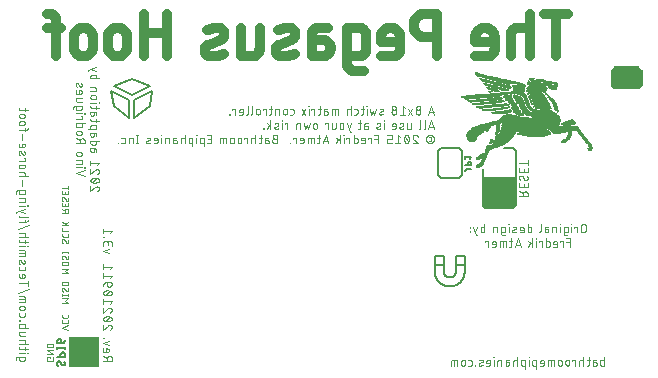
<source format=gbo>
G04 EAGLE Gerber RS-274X export*
G75*
%MOMM*%
%FSLAX34Y34*%
%LPD*%
%INSilkscreen Bottom*%
%IPPOS*%
%AMOC8*
5,1,8,0,0,1.08239X$1,22.5*%
G01*
%ADD10C,0.812800*%
%ADD11C,0.076200*%
%ADD12C,0.152400*%
%ADD13C,0.127000*%
%ADD14R,0.254000X0.025400*%
%ADD15R,0.330200X0.025400*%
%ADD16R,0.381000X0.025400*%
%ADD17R,0.406400X0.025400*%
%ADD18R,0.457200X0.025400*%
%ADD19R,0.482600X0.025400*%
%ADD20R,0.355600X0.025400*%
%ADD21R,0.127000X0.025400*%
%ADD22R,0.279400X0.025400*%
%ADD23R,0.304800X0.025400*%
%ADD24R,0.431800X0.025400*%
%ADD25R,0.228600X0.025400*%
%ADD26R,0.203200X0.025400*%
%ADD27R,0.152400X0.025400*%
%ADD28R,0.101600X0.025400*%
%ADD29R,0.076200X0.025400*%
%ADD30R,0.508000X0.025400*%
%ADD31R,0.584200X0.025400*%
%ADD32R,0.050800X0.025400*%
%ADD33R,0.609600X0.025400*%
%ADD34R,0.685800X0.025400*%
%ADD35R,0.787400X0.025400*%
%ADD36R,0.863600X0.025400*%
%ADD37R,0.939800X0.025400*%
%ADD38R,1.016000X0.025400*%
%ADD39R,1.092200X0.025400*%
%ADD40R,1.168400X0.025400*%
%ADD41R,1.117600X0.025400*%
%ADD42R,0.990600X0.025400*%
%ADD43R,0.965200X0.025400*%
%ADD44R,1.041400X0.025400*%
%ADD45R,0.177800X0.025400*%
%ADD46R,1.066800X0.025400*%
%ADD47R,1.193800X0.025400*%
%ADD48R,1.244600X0.025400*%
%ADD49R,0.558800X0.025400*%
%ADD50R,1.270000X0.025400*%
%ADD51R,1.295400X0.025400*%
%ADD52R,0.533400X0.025400*%
%ADD53R,0.660400X0.025400*%
%ADD54R,1.320800X0.025400*%
%ADD55R,0.736600X0.025400*%
%ADD56R,1.346200X0.025400*%
%ADD57R,1.371600X0.025400*%
%ADD58R,0.812800X0.025400*%
%ADD59R,1.397000X0.025400*%
%ADD60R,1.422400X0.025400*%
%ADD61R,0.838200X0.025400*%
%ADD62R,1.447800X0.025400*%
%ADD63R,0.914400X0.025400*%
%ADD64R,1.473200X0.025400*%
%ADD65R,1.498600X0.025400*%
%ADD66R,0.635000X0.025400*%
%ADD67R,1.524000X0.025400*%
%ADD68R,1.219200X0.025400*%
%ADD69R,1.549400X0.025400*%
%ADD70R,1.752600X0.025400*%
%ADD71R,1.574800X0.025400*%
%ADD72R,1.981200X0.025400*%
%ADD73R,1.600200X0.025400*%
%ADD74R,2.209800X0.025400*%
%ADD75R,2.438400X0.025400*%
%ADD76R,2.667000X0.025400*%
%ADD77R,2.870200X0.025400*%
%ADD78R,2.844800X0.025400*%
%ADD79R,2.794000X0.025400*%
%ADD80R,2.768600X0.025400*%
%ADD81R,2.717800X0.025400*%
%ADD82R,2.616200X0.025400*%
%ADD83R,2.565400X0.025400*%
%ADD84R,2.514600X0.025400*%
%ADD85R,1.727200X0.025400*%
%ADD86R,4.114800X0.025400*%
%ADD87R,4.089400X0.025400*%
%ADD88R,1.803400X0.025400*%
%ADD89R,4.038600X0.025400*%
%ADD90R,1.828800X0.025400*%
%ADD91R,1.625600X0.025400*%
%ADD92R,4.013200X0.025400*%
%ADD93R,1.930400X0.025400*%
%ADD94R,3.987800X0.025400*%
%ADD95R,2.540000X0.025400*%
%ADD96R,3.911600X0.025400*%
%ADD97R,3.886200X0.025400*%
%ADD98R,2.590800X0.025400*%
%ADD99R,3.860800X0.025400*%
%ADD100R,2.641600X0.025400*%
%ADD101R,6.604000X0.025400*%
%ADD102R,6.578600X0.025400*%
%ADD103R,6.553200X0.025400*%
%ADD104R,6.527800X0.025400*%
%ADD105R,6.502400X0.025400*%
%ADD106R,4.597400X0.025400*%
%ADD107R,0.025400X0.025400*%
%ADD108R,4.699000X0.025400*%
%ADD109R,4.775200X0.025400*%
%ADD110R,4.851400X0.025400*%
%ADD111R,1.143000X0.025400*%
%ADD112R,4.876800X0.025400*%
%ADD113R,0.889000X0.025400*%
%ADD114R,4.927600X0.025400*%
%ADD115R,4.953000X0.025400*%
%ADD116R,4.978400X0.025400*%
%ADD117R,0.762000X0.025400*%
%ADD118R,4.902200X0.025400*%
%ADD119R,5.461000X0.025400*%
%ADD120R,5.384800X0.025400*%
%ADD121R,5.308600X0.025400*%
%ADD122R,5.257800X0.025400*%
%ADD123R,5.232400X0.025400*%
%ADD124R,5.207000X0.025400*%
%ADD125R,5.181600X0.025400*%
%ADD126R,5.130800X0.025400*%
%ADD127R,5.105400X0.025400*%
%ADD128R,5.080000X0.025400*%
%ADD129R,5.054600X0.025400*%
%ADD130R,2.336800X0.025400*%
%ADD131R,2.311400X0.025400*%
%ADD132R,2.006600X0.025400*%
%ADD133R,2.184400X0.025400*%
%ADD134R,2.082800X0.025400*%
%ADD135R,2.159000X0.025400*%
%ADD136R,2.260600X0.025400*%
%ADD137R,2.413000X0.025400*%
%ADD138R,0.711200X0.025400*%
%ADD139R,2.743200X0.025400*%
%ADD140R,2.692400X0.025400*%
%ADD141R,1.651000X0.025400*%
%ADD142R,1.676400X0.025400*%
%ADD143R,1.701800X0.025400*%
%ADD144R,1.905000X0.025400*%
%ADD145R,2.108200X0.025400*%
%ADD146R,2.057400X0.025400*%
%ADD147R,1.778000X0.025400*%
%ADD148R,1.955800X0.025400*%
%ADD149R,2.032000X0.025400*%
%ADD150R,3.073400X0.025400*%
%ADD151R,3.225800X0.025400*%
%ADD152R,1.879600X0.025400*%
%ADD153R,2.286000X0.025400*%
%ADD154R,1.854200X0.025400*%
%ADD155R,2.540000X2.540000*%
%ADD156C,0.050800*%

G36*
X447130Y141494D02*
X447130Y141494D01*
X447221Y141501D01*
X447251Y141513D01*
X447283Y141519D01*
X447363Y141561D01*
X447447Y141597D01*
X447479Y141623D01*
X447500Y141634D01*
X447522Y141657D01*
X447578Y141702D01*
X450118Y144242D01*
X450171Y144316D01*
X450231Y144385D01*
X450243Y144415D01*
X450262Y144441D01*
X450289Y144528D01*
X450323Y144613D01*
X450327Y144654D01*
X450334Y144677D01*
X450333Y144709D01*
X450341Y144780D01*
X450341Y167640D01*
X450338Y167660D01*
X450340Y167679D01*
X450318Y167781D01*
X450302Y167883D01*
X450292Y167900D01*
X450288Y167920D01*
X450235Y168009D01*
X450186Y168100D01*
X450172Y168114D01*
X450162Y168131D01*
X450083Y168198D01*
X450008Y168270D01*
X449990Y168278D01*
X449975Y168291D01*
X449879Y168330D01*
X449785Y168373D01*
X449765Y168375D01*
X449747Y168383D01*
X449580Y168401D01*
X421640Y168401D01*
X421620Y168398D01*
X421601Y168400D01*
X421499Y168378D01*
X421397Y168362D01*
X421380Y168352D01*
X421360Y168348D01*
X421271Y168295D01*
X421180Y168246D01*
X421166Y168232D01*
X421149Y168222D01*
X421082Y168143D01*
X421011Y168068D01*
X421002Y168050D01*
X420989Y168035D01*
X420950Y167939D01*
X420907Y167845D01*
X420905Y167825D01*
X420897Y167807D01*
X420879Y167640D01*
X420879Y144780D01*
X420894Y144690D01*
X420901Y144599D01*
X420913Y144569D01*
X420919Y144537D01*
X420961Y144457D01*
X420997Y144373D01*
X421023Y144341D01*
X421034Y144320D01*
X421057Y144298D01*
X421102Y144242D01*
X423642Y141702D01*
X423716Y141649D01*
X423785Y141589D01*
X423815Y141577D01*
X423841Y141558D01*
X423928Y141531D01*
X424013Y141497D01*
X424054Y141493D01*
X424077Y141486D01*
X424109Y141487D01*
X424180Y141479D01*
X447040Y141479D01*
X447130Y141494D01*
G37*
G36*
X553810Y243094D02*
X553810Y243094D01*
X553901Y243101D01*
X553931Y243113D01*
X553963Y243119D01*
X554043Y243161D01*
X554127Y243197D01*
X554159Y243223D01*
X554180Y243234D01*
X554202Y243257D01*
X554258Y243302D01*
X556798Y245842D01*
X556851Y245916D01*
X556911Y245985D01*
X556923Y246015D01*
X556942Y246041D01*
X556969Y246128D01*
X557003Y246213D01*
X557007Y246254D01*
X557014Y246277D01*
X557013Y246309D01*
X557021Y246380D01*
X557021Y259080D01*
X557019Y259094D01*
X557020Y259104D01*
X557008Y259160D01*
X557007Y259170D01*
X556999Y259261D01*
X556987Y259291D01*
X556982Y259323D01*
X556939Y259403D01*
X556903Y259487D01*
X556877Y259519D01*
X556866Y259540D01*
X556843Y259562D01*
X556798Y259618D01*
X554258Y262158D01*
X554184Y262211D01*
X554115Y262271D01*
X554085Y262283D01*
X554059Y262302D01*
X553972Y262329D01*
X553887Y262363D01*
X553846Y262367D01*
X553823Y262374D01*
X553791Y262373D01*
X553720Y262381D01*
X533400Y262381D01*
X533310Y262367D01*
X533219Y262359D01*
X533189Y262347D01*
X533157Y262342D01*
X533077Y262299D01*
X532993Y262263D01*
X532961Y262237D01*
X532940Y262226D01*
X532918Y262203D01*
X532862Y262158D01*
X530322Y259618D01*
X530269Y259544D01*
X530209Y259475D01*
X530197Y259445D01*
X530178Y259419D01*
X530151Y259332D01*
X530117Y259247D01*
X530113Y259206D01*
X530106Y259183D01*
X530107Y259151D01*
X530099Y259080D01*
X530099Y246380D01*
X530114Y246290D01*
X530121Y246199D01*
X530133Y246169D01*
X530139Y246137D01*
X530181Y246057D01*
X530217Y245973D01*
X530243Y245941D01*
X530254Y245920D01*
X530277Y245898D01*
X530322Y245842D01*
X532862Y243302D01*
X532936Y243249D01*
X533005Y243189D01*
X533035Y243177D01*
X533061Y243158D01*
X533148Y243131D01*
X533233Y243097D01*
X533274Y243093D01*
X533297Y243086D01*
X533329Y243087D01*
X533400Y243079D01*
X553720Y243079D01*
X553810Y243094D01*
G37*
D10*
X483588Y270764D02*
X483588Y307086D01*
X493677Y307086D02*
X473498Y307086D01*
X461655Y307086D02*
X461655Y270764D01*
X461655Y294979D02*
X451566Y294979D01*
X451413Y294977D01*
X451259Y294971D01*
X451106Y294962D01*
X450954Y294948D01*
X450801Y294930D01*
X450649Y294909D01*
X450498Y294884D01*
X450347Y294855D01*
X450198Y294822D01*
X450049Y294786D01*
X449901Y294745D01*
X449754Y294701D01*
X449608Y294654D01*
X449463Y294602D01*
X449320Y294547D01*
X449179Y294488D01*
X449038Y294426D01*
X448900Y294360D01*
X448763Y294291D01*
X448628Y294218D01*
X448495Y294142D01*
X448364Y294063D01*
X448235Y293980D01*
X448108Y293894D01*
X447983Y293805D01*
X447860Y293712D01*
X447740Y293617D01*
X447623Y293519D01*
X447508Y293417D01*
X447395Y293313D01*
X447285Y293206D01*
X447178Y293096D01*
X447074Y292984D01*
X446972Y292868D01*
X446874Y292751D01*
X446779Y292631D01*
X446686Y292508D01*
X446597Y292383D01*
X446511Y292256D01*
X446428Y292127D01*
X446349Y291996D01*
X446273Y291863D01*
X446200Y291728D01*
X446131Y291591D01*
X446065Y291453D01*
X446003Y291312D01*
X445944Y291171D01*
X445889Y291028D01*
X445837Y290883D01*
X445790Y290737D01*
X445746Y290590D01*
X445705Y290442D01*
X445669Y290294D01*
X445636Y290144D01*
X445607Y289993D01*
X445582Y289842D01*
X445561Y289690D01*
X445543Y289538D01*
X445529Y289385D01*
X445520Y289232D01*
X445514Y289078D01*
X445512Y288925D01*
X445512Y270764D01*
X425598Y270764D02*
X415509Y270764D01*
X425598Y270764D02*
X425751Y270766D01*
X425905Y270772D01*
X426058Y270781D01*
X426210Y270795D01*
X426363Y270813D01*
X426515Y270834D01*
X426666Y270859D01*
X426817Y270888D01*
X426966Y270921D01*
X427115Y270957D01*
X427263Y270998D01*
X427410Y271042D01*
X427556Y271089D01*
X427701Y271141D01*
X427844Y271196D01*
X427985Y271255D01*
X428126Y271317D01*
X428264Y271383D01*
X428401Y271452D01*
X428536Y271525D01*
X428669Y271601D01*
X428800Y271680D01*
X428929Y271763D01*
X429056Y271849D01*
X429181Y271938D01*
X429304Y272031D01*
X429424Y272126D01*
X429541Y272224D01*
X429657Y272326D01*
X429769Y272430D01*
X429879Y272537D01*
X429986Y272647D01*
X430090Y272760D01*
X430192Y272875D01*
X430290Y272992D01*
X430385Y273112D01*
X430478Y273235D01*
X430567Y273360D01*
X430653Y273487D01*
X430736Y273616D01*
X430815Y273747D01*
X430891Y273880D01*
X430964Y274015D01*
X431033Y274152D01*
X431099Y274290D01*
X431161Y274431D01*
X431220Y274572D01*
X431275Y274715D01*
X431327Y274860D01*
X431374Y275006D01*
X431418Y275153D01*
X431459Y275301D01*
X431495Y275450D01*
X431528Y275599D01*
X431557Y275750D01*
X431582Y275901D01*
X431603Y276053D01*
X431621Y276206D01*
X431635Y276358D01*
X431644Y276511D01*
X431650Y276665D01*
X431652Y276818D01*
X431652Y286907D01*
X431650Y287104D01*
X431642Y287300D01*
X431630Y287496D01*
X431614Y287692D01*
X431592Y287887D01*
X431566Y288082D01*
X431535Y288276D01*
X431499Y288470D01*
X431459Y288662D01*
X431414Y288853D01*
X431364Y289044D01*
X431310Y289233D01*
X431251Y289420D01*
X431187Y289606D01*
X431119Y289791D01*
X431047Y289973D01*
X430970Y290154D01*
X430889Y290333D01*
X430803Y290510D01*
X430713Y290685D01*
X430619Y290858D01*
X430521Y291028D01*
X430418Y291196D01*
X430312Y291361D01*
X430202Y291523D01*
X430087Y291683D01*
X429969Y291840D01*
X429847Y291995D01*
X429721Y292146D01*
X429592Y292294D01*
X429459Y292438D01*
X429322Y292580D01*
X429183Y292718D01*
X429039Y292853D01*
X428893Y292984D01*
X428743Y293112D01*
X428591Y293235D01*
X428435Y293356D01*
X428277Y293472D01*
X428116Y293584D01*
X427952Y293693D01*
X427785Y293797D01*
X427616Y293898D01*
X427445Y293994D01*
X427271Y294086D01*
X427095Y294174D01*
X426917Y294257D01*
X426737Y294336D01*
X426555Y294411D01*
X426372Y294481D01*
X426186Y294547D01*
X425999Y294608D01*
X425811Y294664D01*
X425622Y294717D01*
X425431Y294764D01*
X425239Y294807D01*
X425046Y294845D01*
X424852Y294878D01*
X424658Y294907D01*
X424463Y294931D01*
X424267Y294950D01*
X424071Y294964D01*
X423875Y294974D01*
X423678Y294978D01*
X423482Y294978D01*
X423285Y294974D01*
X423089Y294964D01*
X422893Y294950D01*
X422697Y294931D01*
X422502Y294907D01*
X422308Y294878D01*
X422114Y294845D01*
X421921Y294807D01*
X421729Y294764D01*
X421538Y294717D01*
X421349Y294664D01*
X421161Y294608D01*
X420974Y294547D01*
X420788Y294481D01*
X420605Y294411D01*
X420423Y294336D01*
X420243Y294257D01*
X420065Y294174D01*
X419889Y294086D01*
X419715Y293994D01*
X419544Y293898D01*
X419375Y293797D01*
X419208Y293693D01*
X419044Y293584D01*
X418883Y293472D01*
X418725Y293356D01*
X418569Y293235D01*
X418417Y293112D01*
X418267Y292984D01*
X418121Y292853D01*
X417977Y292718D01*
X417838Y292580D01*
X417701Y292438D01*
X417568Y292294D01*
X417439Y292146D01*
X417313Y291995D01*
X417191Y291840D01*
X417073Y291683D01*
X416958Y291523D01*
X416848Y291361D01*
X416742Y291196D01*
X416639Y291028D01*
X416541Y290858D01*
X416447Y290685D01*
X416357Y290510D01*
X416271Y290333D01*
X416190Y290154D01*
X416113Y289973D01*
X416041Y289791D01*
X415973Y289606D01*
X415909Y289420D01*
X415850Y289233D01*
X415796Y289044D01*
X415746Y288853D01*
X415701Y288662D01*
X415661Y288470D01*
X415625Y288276D01*
X415594Y288082D01*
X415568Y287887D01*
X415546Y287692D01*
X415530Y287496D01*
X415518Y287300D01*
X415510Y287104D01*
X415508Y286907D01*
X415509Y286907D02*
X415509Y282871D01*
X431652Y282871D01*
X383322Y270764D02*
X383322Y307086D01*
X373233Y307086D01*
X372987Y307083D01*
X372742Y307074D01*
X372497Y307059D01*
X372252Y307038D01*
X372008Y307011D01*
X371764Y306978D01*
X371521Y306940D01*
X371280Y306895D01*
X371039Y306845D01*
X370800Y306788D01*
X370562Y306726D01*
X370326Y306658D01*
X370092Y306585D01*
X369859Y306505D01*
X369629Y306420D01*
X369400Y306330D01*
X369174Y306234D01*
X368951Y306132D01*
X368729Y306025D01*
X368511Y305913D01*
X368295Y305795D01*
X368082Y305672D01*
X367873Y305544D01*
X367666Y305411D01*
X367463Y305273D01*
X367263Y305130D01*
X367067Y304982D01*
X366874Y304830D01*
X366685Y304673D01*
X366500Y304511D01*
X366319Y304345D01*
X366143Y304174D01*
X365970Y304000D01*
X365802Y303821D01*
X365638Y303638D01*
X365478Y303451D01*
X365323Y303260D01*
X365173Y303065D01*
X365028Y302867D01*
X364887Y302666D01*
X364752Y302461D01*
X364621Y302253D01*
X364496Y302042D01*
X364375Y301827D01*
X364260Y301610D01*
X364151Y301390D01*
X364046Y301168D01*
X363948Y300943D01*
X363854Y300716D01*
X363767Y300486D01*
X363684Y300255D01*
X363608Y300021D01*
X363537Y299786D01*
X363472Y299549D01*
X363413Y299310D01*
X363359Y299071D01*
X363312Y298830D01*
X363270Y298587D01*
X363234Y298344D01*
X363205Y298100D01*
X363181Y297856D01*
X363163Y297611D01*
X363151Y297365D01*
X363145Y297120D01*
X363145Y296874D01*
X363151Y296629D01*
X363163Y296383D01*
X363181Y296138D01*
X363205Y295894D01*
X363234Y295650D01*
X363270Y295407D01*
X363312Y295164D01*
X363359Y294923D01*
X363413Y294684D01*
X363472Y294445D01*
X363537Y294208D01*
X363608Y293973D01*
X363684Y293739D01*
X363767Y293508D01*
X363854Y293278D01*
X363948Y293051D01*
X364046Y292826D01*
X364151Y292604D01*
X364260Y292384D01*
X364375Y292167D01*
X364496Y291952D01*
X364621Y291741D01*
X364752Y291533D01*
X364887Y291328D01*
X365028Y291127D01*
X365173Y290929D01*
X365323Y290734D01*
X365478Y290543D01*
X365638Y290356D01*
X365802Y290173D01*
X365970Y289994D01*
X366143Y289820D01*
X366319Y289649D01*
X366500Y289483D01*
X366685Y289321D01*
X366874Y289164D01*
X367067Y289012D01*
X367263Y288864D01*
X367463Y288721D01*
X367666Y288583D01*
X367873Y288450D01*
X368082Y288322D01*
X368295Y288199D01*
X368511Y288081D01*
X368729Y287969D01*
X368951Y287862D01*
X369174Y287760D01*
X369400Y287664D01*
X369629Y287574D01*
X369859Y287489D01*
X370092Y287409D01*
X370326Y287336D01*
X370562Y287268D01*
X370800Y287206D01*
X371039Y287149D01*
X371280Y287099D01*
X371521Y287054D01*
X371764Y287016D01*
X372008Y286983D01*
X372252Y286956D01*
X372497Y286935D01*
X372742Y286920D01*
X372987Y286911D01*
X373233Y286908D01*
X373233Y286907D02*
X383322Y286907D01*
X345588Y270764D02*
X335499Y270764D01*
X345588Y270764D02*
X345741Y270766D01*
X345895Y270772D01*
X346048Y270781D01*
X346200Y270795D01*
X346353Y270813D01*
X346505Y270834D01*
X346656Y270859D01*
X346807Y270888D01*
X346956Y270921D01*
X347105Y270957D01*
X347253Y270998D01*
X347400Y271042D01*
X347546Y271089D01*
X347691Y271141D01*
X347834Y271196D01*
X347975Y271255D01*
X348116Y271317D01*
X348254Y271383D01*
X348391Y271452D01*
X348526Y271525D01*
X348659Y271601D01*
X348790Y271680D01*
X348919Y271763D01*
X349046Y271849D01*
X349171Y271938D01*
X349294Y272031D01*
X349414Y272126D01*
X349531Y272224D01*
X349647Y272326D01*
X349759Y272430D01*
X349869Y272537D01*
X349976Y272647D01*
X350080Y272760D01*
X350182Y272875D01*
X350280Y272992D01*
X350375Y273112D01*
X350468Y273235D01*
X350557Y273360D01*
X350643Y273487D01*
X350726Y273616D01*
X350805Y273747D01*
X350881Y273880D01*
X350954Y274015D01*
X351023Y274152D01*
X351089Y274290D01*
X351151Y274431D01*
X351210Y274572D01*
X351265Y274715D01*
X351317Y274860D01*
X351364Y275006D01*
X351408Y275153D01*
X351449Y275301D01*
X351485Y275450D01*
X351518Y275599D01*
X351547Y275750D01*
X351572Y275901D01*
X351593Y276053D01*
X351611Y276206D01*
X351625Y276358D01*
X351634Y276511D01*
X351640Y276665D01*
X351642Y276818D01*
X351642Y286907D01*
X351640Y287104D01*
X351632Y287300D01*
X351620Y287496D01*
X351604Y287692D01*
X351582Y287887D01*
X351556Y288082D01*
X351525Y288276D01*
X351489Y288470D01*
X351449Y288662D01*
X351404Y288853D01*
X351354Y289044D01*
X351300Y289233D01*
X351241Y289420D01*
X351177Y289606D01*
X351109Y289791D01*
X351037Y289973D01*
X350960Y290154D01*
X350879Y290333D01*
X350793Y290510D01*
X350703Y290685D01*
X350609Y290858D01*
X350511Y291028D01*
X350408Y291196D01*
X350302Y291361D01*
X350192Y291523D01*
X350077Y291683D01*
X349959Y291840D01*
X349837Y291995D01*
X349711Y292146D01*
X349582Y292294D01*
X349449Y292438D01*
X349312Y292580D01*
X349173Y292718D01*
X349029Y292853D01*
X348883Y292984D01*
X348733Y293112D01*
X348581Y293235D01*
X348425Y293356D01*
X348267Y293472D01*
X348106Y293584D01*
X347942Y293693D01*
X347775Y293797D01*
X347606Y293898D01*
X347435Y293994D01*
X347261Y294086D01*
X347085Y294174D01*
X346907Y294257D01*
X346727Y294336D01*
X346545Y294411D01*
X346362Y294481D01*
X346176Y294547D01*
X345989Y294608D01*
X345801Y294664D01*
X345612Y294717D01*
X345421Y294764D01*
X345229Y294807D01*
X345036Y294845D01*
X344842Y294878D01*
X344648Y294907D01*
X344453Y294931D01*
X344257Y294950D01*
X344061Y294964D01*
X343865Y294974D01*
X343668Y294978D01*
X343472Y294978D01*
X343275Y294974D01*
X343079Y294964D01*
X342883Y294950D01*
X342687Y294931D01*
X342492Y294907D01*
X342298Y294878D01*
X342104Y294845D01*
X341911Y294807D01*
X341719Y294764D01*
X341528Y294717D01*
X341339Y294664D01*
X341151Y294608D01*
X340964Y294547D01*
X340778Y294481D01*
X340595Y294411D01*
X340413Y294336D01*
X340233Y294257D01*
X340055Y294174D01*
X339879Y294086D01*
X339705Y293994D01*
X339534Y293898D01*
X339365Y293797D01*
X339198Y293693D01*
X339034Y293584D01*
X338873Y293472D01*
X338715Y293356D01*
X338559Y293235D01*
X338407Y293112D01*
X338257Y292984D01*
X338111Y292853D01*
X337967Y292718D01*
X337828Y292580D01*
X337691Y292438D01*
X337558Y292294D01*
X337429Y292146D01*
X337303Y291995D01*
X337181Y291840D01*
X337063Y291683D01*
X336948Y291523D01*
X336838Y291361D01*
X336732Y291196D01*
X336629Y291028D01*
X336531Y290858D01*
X336437Y290685D01*
X336347Y290510D01*
X336261Y290333D01*
X336180Y290154D01*
X336103Y289973D01*
X336031Y289791D01*
X335963Y289606D01*
X335899Y289420D01*
X335840Y289233D01*
X335786Y289044D01*
X335736Y288853D01*
X335691Y288662D01*
X335651Y288470D01*
X335615Y288276D01*
X335584Y288082D01*
X335558Y287887D01*
X335536Y287692D01*
X335520Y287496D01*
X335508Y287300D01*
X335500Y287104D01*
X335498Y286907D01*
X335499Y286907D02*
X335499Y282871D01*
X351642Y282871D01*
X316813Y270764D02*
X306723Y270764D01*
X316813Y270764D02*
X316966Y270766D01*
X317120Y270772D01*
X317273Y270781D01*
X317425Y270795D01*
X317578Y270813D01*
X317730Y270834D01*
X317881Y270859D01*
X318032Y270888D01*
X318181Y270921D01*
X318330Y270957D01*
X318478Y270998D01*
X318625Y271042D01*
X318771Y271089D01*
X318916Y271141D01*
X319059Y271196D01*
X319200Y271255D01*
X319341Y271317D01*
X319479Y271383D01*
X319616Y271452D01*
X319751Y271525D01*
X319884Y271601D01*
X320015Y271680D01*
X320144Y271763D01*
X320271Y271849D01*
X320396Y271938D01*
X320519Y272031D01*
X320639Y272126D01*
X320756Y272224D01*
X320872Y272326D01*
X320984Y272430D01*
X321094Y272537D01*
X321201Y272647D01*
X321305Y272760D01*
X321407Y272875D01*
X321505Y272992D01*
X321600Y273112D01*
X321693Y273235D01*
X321782Y273360D01*
X321868Y273487D01*
X321951Y273616D01*
X322030Y273747D01*
X322106Y273880D01*
X322179Y274015D01*
X322248Y274152D01*
X322314Y274290D01*
X322376Y274431D01*
X322435Y274572D01*
X322490Y274715D01*
X322542Y274860D01*
X322589Y275006D01*
X322633Y275153D01*
X322674Y275301D01*
X322710Y275450D01*
X322743Y275599D01*
X322772Y275750D01*
X322797Y275901D01*
X322818Y276053D01*
X322836Y276206D01*
X322850Y276358D01*
X322859Y276511D01*
X322865Y276665D01*
X322867Y276818D01*
X322866Y276818D02*
X322866Y288925D01*
X322867Y288925D02*
X322865Y289078D01*
X322859Y289232D01*
X322850Y289385D01*
X322836Y289537D01*
X322818Y289690D01*
X322797Y289842D01*
X322772Y289993D01*
X322743Y290144D01*
X322710Y290293D01*
X322674Y290442D01*
X322633Y290590D01*
X322589Y290737D01*
X322542Y290883D01*
X322490Y291028D01*
X322435Y291171D01*
X322376Y291312D01*
X322314Y291453D01*
X322248Y291591D01*
X322179Y291728D01*
X322106Y291863D01*
X322030Y291996D01*
X321951Y292127D01*
X321868Y292256D01*
X321782Y292383D01*
X321693Y292508D01*
X321600Y292631D01*
X321505Y292751D01*
X321407Y292868D01*
X321305Y292984D01*
X321201Y293096D01*
X321094Y293206D01*
X320984Y293313D01*
X320872Y293417D01*
X320756Y293519D01*
X320639Y293617D01*
X320519Y293712D01*
X320396Y293805D01*
X320271Y293894D01*
X320144Y293980D01*
X320015Y294063D01*
X319884Y294142D01*
X319751Y294218D01*
X319616Y294291D01*
X319479Y294360D01*
X319341Y294426D01*
X319200Y294488D01*
X319059Y294547D01*
X318916Y294602D01*
X318771Y294654D01*
X318625Y294701D01*
X318478Y294745D01*
X318330Y294786D01*
X318181Y294822D01*
X318032Y294855D01*
X317881Y294884D01*
X317730Y294909D01*
X317578Y294930D01*
X317425Y294948D01*
X317273Y294962D01*
X317120Y294971D01*
X316966Y294977D01*
X316813Y294979D01*
X306723Y294979D01*
X306723Y264710D01*
X306725Y264557D01*
X306731Y264403D01*
X306740Y264250D01*
X306754Y264098D01*
X306772Y263945D01*
X306793Y263793D01*
X306818Y263642D01*
X306847Y263491D01*
X306880Y263342D01*
X306916Y263193D01*
X306957Y263045D01*
X307001Y262898D01*
X307048Y262752D01*
X307100Y262607D01*
X307155Y262464D01*
X307214Y262323D01*
X307276Y262182D01*
X307342Y262044D01*
X307411Y261907D01*
X307484Y261772D01*
X307560Y261639D01*
X307639Y261508D01*
X307722Y261379D01*
X307808Y261252D01*
X307897Y261127D01*
X307990Y261004D01*
X308085Y260884D01*
X308183Y260767D01*
X308285Y260651D01*
X308389Y260539D01*
X308496Y260429D01*
X308606Y260322D01*
X308718Y260218D01*
X308834Y260116D01*
X308951Y260018D01*
X309071Y259923D01*
X309194Y259830D01*
X309319Y259741D01*
X309446Y259655D01*
X309575Y259572D01*
X309706Y259493D01*
X309839Y259417D01*
X309974Y259344D01*
X310111Y259275D01*
X310249Y259209D01*
X310390Y259147D01*
X310531Y259088D01*
X310674Y259033D01*
X310819Y258981D01*
X310965Y258934D01*
X311112Y258890D01*
X311260Y258849D01*
X311409Y258813D01*
X311558Y258780D01*
X311709Y258751D01*
X311860Y258726D01*
X312012Y258705D01*
X312165Y258687D01*
X312317Y258673D01*
X312470Y258664D01*
X312624Y258658D01*
X312777Y258656D01*
X312777Y258657D02*
X320848Y258657D01*
X285800Y284889D02*
X276719Y284889D01*
X285800Y284890D02*
X285972Y284888D01*
X286144Y284882D01*
X286316Y284871D01*
X286487Y284857D01*
X286658Y284838D01*
X286828Y284815D01*
X286998Y284788D01*
X287167Y284756D01*
X287336Y284721D01*
X287503Y284682D01*
X287670Y284638D01*
X287835Y284591D01*
X287999Y284539D01*
X288162Y284483D01*
X288323Y284424D01*
X288483Y284361D01*
X288641Y284293D01*
X288798Y284222D01*
X288953Y284147D01*
X289106Y284069D01*
X289257Y283986D01*
X289406Y283900D01*
X289553Y283811D01*
X289697Y283718D01*
X289839Y283621D01*
X289979Y283521D01*
X290117Y283417D01*
X290252Y283311D01*
X290384Y283201D01*
X290513Y283087D01*
X290640Y282971D01*
X290764Y282852D01*
X290885Y282729D01*
X291003Y282604D01*
X291117Y282476D01*
X291229Y282345D01*
X291337Y282211D01*
X291442Y282075D01*
X291544Y281937D01*
X291643Y281796D01*
X291738Y281652D01*
X291829Y281506D01*
X291917Y281359D01*
X292001Y281209D01*
X292081Y281057D01*
X292158Y280903D01*
X292231Y280747D01*
X292300Y280589D01*
X292366Y280430D01*
X292427Y280270D01*
X292485Y280108D01*
X292538Y279944D01*
X292588Y279779D01*
X292633Y279613D01*
X292675Y279447D01*
X292712Y279279D01*
X292746Y279110D01*
X292775Y278940D01*
X292800Y278770D01*
X292821Y278599D01*
X292837Y278428D01*
X292850Y278257D01*
X292858Y278085D01*
X292862Y277913D01*
X292862Y277741D01*
X292858Y277569D01*
X292850Y277397D01*
X292837Y277226D01*
X292821Y277055D01*
X292800Y276884D01*
X292775Y276714D01*
X292746Y276544D01*
X292712Y276375D01*
X292675Y276207D01*
X292633Y276041D01*
X292588Y275875D01*
X292538Y275710D01*
X292485Y275546D01*
X292427Y275384D01*
X292366Y275224D01*
X292300Y275065D01*
X292231Y274907D01*
X292158Y274751D01*
X292081Y274597D01*
X292001Y274445D01*
X291917Y274296D01*
X291829Y274148D01*
X291738Y274002D01*
X291643Y273858D01*
X291544Y273717D01*
X291442Y273579D01*
X291337Y273443D01*
X291229Y273309D01*
X291117Y273178D01*
X291003Y273050D01*
X290885Y272925D01*
X290764Y272802D01*
X290640Y272683D01*
X290513Y272567D01*
X290384Y272453D01*
X290252Y272343D01*
X290117Y272237D01*
X289979Y272133D01*
X289839Y272033D01*
X289697Y271936D01*
X289553Y271843D01*
X289406Y271754D01*
X289257Y271668D01*
X289106Y271585D01*
X288953Y271507D01*
X288798Y271432D01*
X288641Y271361D01*
X288483Y271293D01*
X288323Y271230D01*
X288162Y271171D01*
X287999Y271115D01*
X287835Y271063D01*
X287670Y271016D01*
X287503Y270972D01*
X287336Y270933D01*
X287167Y270898D01*
X286998Y270866D01*
X286828Y270839D01*
X286658Y270816D01*
X286487Y270797D01*
X286316Y270783D01*
X286144Y270772D01*
X285972Y270766D01*
X285800Y270764D01*
X276719Y270764D01*
X276719Y288925D01*
X276721Y289078D01*
X276727Y289232D01*
X276736Y289385D01*
X276750Y289537D01*
X276768Y289690D01*
X276789Y289842D01*
X276814Y289993D01*
X276843Y290144D01*
X276876Y290293D01*
X276912Y290442D01*
X276953Y290590D01*
X276997Y290737D01*
X277044Y290883D01*
X277096Y291028D01*
X277151Y291171D01*
X277210Y291312D01*
X277272Y291453D01*
X277338Y291591D01*
X277407Y291728D01*
X277480Y291863D01*
X277556Y291996D01*
X277635Y292127D01*
X277718Y292256D01*
X277804Y292383D01*
X277893Y292508D01*
X277986Y292631D01*
X278081Y292751D01*
X278179Y292868D01*
X278281Y292984D01*
X278385Y293096D01*
X278492Y293206D01*
X278602Y293313D01*
X278715Y293417D01*
X278830Y293519D01*
X278947Y293617D01*
X279067Y293712D01*
X279190Y293805D01*
X279315Y293894D01*
X279442Y293980D01*
X279571Y294063D01*
X279702Y294142D01*
X279835Y294218D01*
X279970Y294291D01*
X280107Y294360D01*
X280245Y294426D01*
X280386Y294488D01*
X280527Y294547D01*
X280670Y294602D01*
X280815Y294654D01*
X280961Y294701D01*
X281108Y294745D01*
X281256Y294786D01*
X281405Y294822D01*
X281554Y294855D01*
X281705Y294884D01*
X281856Y294909D01*
X282008Y294930D01*
X282161Y294948D01*
X282313Y294962D01*
X282466Y294971D01*
X282620Y294977D01*
X282773Y294979D01*
X290845Y294979D01*
X259715Y284889D02*
X249626Y280853D01*
X259715Y284889D02*
X259848Y284944D01*
X259979Y285003D01*
X260109Y285066D01*
X260236Y285132D01*
X260362Y285201D01*
X260486Y285274D01*
X260608Y285350D01*
X260728Y285430D01*
X260845Y285513D01*
X260960Y285599D01*
X261073Y285688D01*
X261183Y285780D01*
X261291Y285875D01*
X261396Y285973D01*
X261498Y286074D01*
X261598Y286178D01*
X261695Y286285D01*
X261788Y286394D01*
X261879Y286505D01*
X261966Y286619D01*
X262051Y286736D01*
X262132Y286855D01*
X262210Y286975D01*
X262284Y287098D01*
X262355Y287223D01*
X262423Y287350D01*
X262487Y287479D01*
X262547Y287609D01*
X262604Y287741D01*
X262658Y287875D01*
X262707Y288010D01*
X262753Y288146D01*
X262795Y288284D01*
X262833Y288422D01*
X262868Y288562D01*
X262899Y288702D01*
X262925Y288843D01*
X262948Y288985D01*
X262967Y289128D01*
X262982Y289271D01*
X262993Y289414D01*
X263001Y289558D01*
X263004Y289702D01*
X263003Y289845D01*
X262998Y289989D01*
X262990Y290132D01*
X262977Y290276D01*
X262961Y290419D01*
X262940Y290561D01*
X262916Y290703D01*
X262888Y290843D01*
X262856Y290984D01*
X262820Y291123D01*
X262780Y291261D01*
X262737Y291398D01*
X262689Y291534D01*
X262638Y291668D01*
X262584Y291801D01*
X262526Y291933D01*
X262464Y292062D01*
X262398Y292190D01*
X262329Y292317D01*
X262257Y292441D01*
X262181Y292563D01*
X262102Y292683D01*
X262020Y292801D01*
X261935Y292917D01*
X261846Y293030D01*
X261754Y293141D01*
X261659Y293249D01*
X261562Y293354D01*
X261461Y293457D01*
X261358Y293557D01*
X261252Y293654D01*
X261143Y293748D01*
X261032Y293839D01*
X260918Y293927D01*
X260802Y294012D01*
X260684Y294094D01*
X260563Y294172D01*
X260441Y294247D01*
X260316Y294319D01*
X260190Y294387D01*
X260061Y294452D01*
X259931Y294513D01*
X259799Y294570D01*
X259666Y294624D01*
X259531Y294674D01*
X259395Y294721D01*
X259258Y294764D01*
X259120Y294802D01*
X258980Y294838D01*
X258840Y294869D01*
X258699Y294896D01*
X258557Y294920D01*
X258414Y294939D01*
X258272Y294955D01*
X258128Y294967D01*
X257985Y294975D01*
X257841Y294979D01*
X257697Y294978D01*
X257698Y294980D02*
X257147Y294965D01*
X256596Y294937D01*
X256047Y294896D01*
X255499Y294842D01*
X254952Y294775D01*
X254407Y294695D01*
X253864Y294601D01*
X253323Y294494D01*
X252785Y294375D01*
X252250Y294242D01*
X251719Y294097D01*
X251191Y293939D01*
X250667Y293769D01*
X250147Y293585D01*
X249632Y293390D01*
X249122Y293182D01*
X248617Y292962D01*
X249626Y280854D02*
X249493Y280799D01*
X249362Y280740D01*
X249232Y280677D01*
X249105Y280611D01*
X248979Y280542D01*
X248855Y280469D01*
X248733Y280393D01*
X248613Y280313D01*
X248496Y280230D01*
X248381Y280144D01*
X248268Y280055D01*
X248158Y279963D01*
X248050Y279868D01*
X247945Y279770D01*
X247843Y279669D01*
X247743Y279565D01*
X247646Y279458D01*
X247553Y279349D01*
X247462Y279238D01*
X247375Y279124D01*
X247290Y279007D01*
X247209Y278888D01*
X247131Y278768D01*
X247057Y278645D01*
X246986Y278520D01*
X246918Y278393D01*
X246854Y278264D01*
X246794Y278134D01*
X246737Y278002D01*
X246683Y277868D01*
X246634Y277733D01*
X246588Y277597D01*
X246546Y277459D01*
X246508Y277321D01*
X246473Y277181D01*
X246442Y277041D01*
X246416Y276900D01*
X246393Y276758D01*
X246374Y276615D01*
X246359Y276472D01*
X246348Y276329D01*
X246340Y276185D01*
X246337Y276041D01*
X246338Y275898D01*
X246343Y275754D01*
X246351Y275611D01*
X246364Y275467D01*
X246380Y275324D01*
X246401Y275182D01*
X246425Y275040D01*
X246453Y274900D01*
X246485Y274759D01*
X246521Y274620D01*
X246561Y274482D01*
X246604Y274345D01*
X246652Y274209D01*
X246703Y274075D01*
X246757Y273942D01*
X246815Y273810D01*
X246877Y273681D01*
X246943Y273553D01*
X247012Y273426D01*
X247084Y273302D01*
X247160Y273180D01*
X247239Y273060D01*
X247321Y272942D01*
X247406Y272826D01*
X247495Y272713D01*
X247587Y272602D01*
X247682Y272494D01*
X247779Y272389D01*
X247880Y272286D01*
X247983Y272186D01*
X248089Y272089D01*
X248198Y271995D01*
X248309Y271904D01*
X248423Y271816D01*
X248539Y271731D01*
X248657Y271649D01*
X248778Y271571D01*
X248900Y271496D01*
X249025Y271424D01*
X249151Y271356D01*
X249280Y271291D01*
X249410Y271230D01*
X249542Y271173D01*
X249675Y271119D01*
X249810Y271069D01*
X249946Y271022D01*
X250083Y270979D01*
X250221Y270941D01*
X250361Y270905D01*
X250501Y270874D01*
X250642Y270847D01*
X250784Y270823D01*
X250927Y270804D01*
X251069Y270788D01*
X251213Y270776D01*
X251356Y270768D01*
X251500Y270764D01*
X251644Y270765D01*
X251644Y270764D02*
X252453Y270786D01*
X253261Y270826D01*
X254069Y270885D01*
X254874Y270964D01*
X255678Y271061D01*
X256479Y271178D01*
X257277Y271313D01*
X258071Y271467D01*
X258862Y271640D01*
X259648Y271832D01*
X260430Y272042D01*
X261207Y272270D01*
X261977Y272517D01*
X262742Y272782D01*
X232738Y276818D02*
X232738Y294979D01*
X232738Y276818D02*
X232736Y276665D01*
X232730Y276511D01*
X232721Y276358D01*
X232707Y276206D01*
X232689Y276053D01*
X232668Y275901D01*
X232643Y275750D01*
X232614Y275599D01*
X232581Y275450D01*
X232545Y275301D01*
X232504Y275153D01*
X232460Y275006D01*
X232413Y274860D01*
X232361Y274715D01*
X232306Y274572D01*
X232247Y274431D01*
X232185Y274290D01*
X232119Y274152D01*
X232050Y274015D01*
X231977Y273880D01*
X231901Y273747D01*
X231822Y273616D01*
X231739Y273487D01*
X231653Y273360D01*
X231564Y273235D01*
X231471Y273112D01*
X231376Y272992D01*
X231278Y272875D01*
X231176Y272760D01*
X231072Y272647D01*
X230965Y272537D01*
X230855Y272430D01*
X230743Y272326D01*
X230627Y272224D01*
X230510Y272126D01*
X230390Y272031D01*
X230267Y271938D01*
X230142Y271849D01*
X230015Y271763D01*
X229886Y271680D01*
X229755Y271601D01*
X229622Y271525D01*
X229487Y271452D01*
X229350Y271383D01*
X229212Y271317D01*
X229071Y271255D01*
X228930Y271196D01*
X228787Y271141D01*
X228642Y271089D01*
X228496Y271042D01*
X228349Y270998D01*
X228201Y270957D01*
X228053Y270921D01*
X227903Y270888D01*
X227752Y270859D01*
X227601Y270834D01*
X227449Y270813D01*
X227297Y270795D01*
X227144Y270781D01*
X226991Y270772D01*
X226837Y270766D01*
X226684Y270764D01*
X216595Y270764D01*
X216595Y294979D01*
X199708Y284889D02*
X189618Y280853D01*
X199707Y284889D02*
X199840Y284944D01*
X199971Y285003D01*
X200101Y285066D01*
X200228Y285132D01*
X200354Y285201D01*
X200478Y285274D01*
X200600Y285350D01*
X200720Y285430D01*
X200837Y285513D01*
X200952Y285599D01*
X201065Y285688D01*
X201175Y285780D01*
X201283Y285875D01*
X201388Y285973D01*
X201490Y286074D01*
X201590Y286178D01*
X201687Y286285D01*
X201780Y286394D01*
X201871Y286505D01*
X201958Y286619D01*
X202043Y286736D01*
X202124Y286855D01*
X202202Y286975D01*
X202276Y287098D01*
X202347Y287223D01*
X202415Y287350D01*
X202479Y287479D01*
X202539Y287609D01*
X202596Y287741D01*
X202650Y287875D01*
X202699Y288010D01*
X202745Y288146D01*
X202787Y288284D01*
X202825Y288422D01*
X202860Y288562D01*
X202891Y288702D01*
X202917Y288843D01*
X202940Y288985D01*
X202959Y289128D01*
X202974Y289271D01*
X202985Y289414D01*
X202993Y289558D01*
X202996Y289702D01*
X202995Y289845D01*
X202990Y289989D01*
X202982Y290132D01*
X202969Y290276D01*
X202953Y290419D01*
X202932Y290561D01*
X202908Y290703D01*
X202880Y290843D01*
X202848Y290984D01*
X202812Y291123D01*
X202772Y291261D01*
X202729Y291398D01*
X202681Y291534D01*
X202630Y291668D01*
X202576Y291801D01*
X202518Y291933D01*
X202456Y292062D01*
X202390Y292190D01*
X202321Y292317D01*
X202249Y292441D01*
X202173Y292563D01*
X202094Y292683D01*
X202012Y292801D01*
X201927Y292917D01*
X201838Y293030D01*
X201746Y293141D01*
X201651Y293249D01*
X201554Y293354D01*
X201453Y293457D01*
X201350Y293557D01*
X201244Y293654D01*
X201135Y293748D01*
X201024Y293839D01*
X200910Y293927D01*
X200794Y294012D01*
X200676Y294094D01*
X200555Y294172D01*
X200433Y294247D01*
X200308Y294319D01*
X200182Y294387D01*
X200053Y294452D01*
X199923Y294513D01*
X199791Y294570D01*
X199658Y294624D01*
X199523Y294674D01*
X199387Y294721D01*
X199250Y294764D01*
X199112Y294802D01*
X198972Y294838D01*
X198832Y294869D01*
X198691Y294896D01*
X198549Y294920D01*
X198406Y294939D01*
X198264Y294955D01*
X198120Y294967D01*
X197977Y294975D01*
X197833Y294979D01*
X197689Y294978D01*
X197690Y294980D02*
X197139Y294965D01*
X196588Y294937D01*
X196039Y294896D01*
X195491Y294842D01*
X194944Y294775D01*
X194399Y294695D01*
X193856Y294601D01*
X193315Y294494D01*
X192777Y294375D01*
X192242Y294242D01*
X191711Y294097D01*
X191183Y293939D01*
X190659Y293769D01*
X190139Y293585D01*
X189624Y293390D01*
X189114Y293182D01*
X188609Y292962D01*
X189618Y280854D02*
X189485Y280799D01*
X189354Y280740D01*
X189224Y280677D01*
X189097Y280611D01*
X188971Y280542D01*
X188847Y280469D01*
X188725Y280393D01*
X188605Y280313D01*
X188488Y280230D01*
X188373Y280144D01*
X188260Y280055D01*
X188150Y279963D01*
X188042Y279868D01*
X187937Y279770D01*
X187835Y279669D01*
X187735Y279565D01*
X187638Y279458D01*
X187545Y279349D01*
X187454Y279238D01*
X187367Y279124D01*
X187282Y279007D01*
X187201Y278888D01*
X187123Y278768D01*
X187049Y278645D01*
X186978Y278520D01*
X186910Y278393D01*
X186846Y278264D01*
X186786Y278134D01*
X186729Y278002D01*
X186675Y277868D01*
X186626Y277733D01*
X186580Y277597D01*
X186538Y277459D01*
X186500Y277321D01*
X186465Y277181D01*
X186434Y277041D01*
X186408Y276900D01*
X186385Y276758D01*
X186366Y276615D01*
X186351Y276472D01*
X186340Y276329D01*
X186332Y276185D01*
X186329Y276041D01*
X186330Y275898D01*
X186335Y275754D01*
X186343Y275611D01*
X186356Y275467D01*
X186372Y275324D01*
X186393Y275182D01*
X186417Y275040D01*
X186445Y274900D01*
X186477Y274759D01*
X186513Y274620D01*
X186553Y274482D01*
X186596Y274345D01*
X186644Y274209D01*
X186695Y274075D01*
X186749Y273942D01*
X186807Y273810D01*
X186869Y273681D01*
X186935Y273553D01*
X187004Y273426D01*
X187076Y273302D01*
X187152Y273180D01*
X187231Y273060D01*
X187313Y272942D01*
X187398Y272826D01*
X187487Y272713D01*
X187579Y272602D01*
X187674Y272494D01*
X187771Y272389D01*
X187872Y272286D01*
X187975Y272186D01*
X188081Y272089D01*
X188190Y271995D01*
X188301Y271904D01*
X188415Y271816D01*
X188531Y271731D01*
X188649Y271649D01*
X188770Y271571D01*
X188892Y271496D01*
X189017Y271424D01*
X189143Y271356D01*
X189272Y271291D01*
X189402Y271230D01*
X189534Y271173D01*
X189667Y271119D01*
X189802Y271069D01*
X189938Y271022D01*
X190075Y270979D01*
X190213Y270941D01*
X190353Y270905D01*
X190493Y270874D01*
X190634Y270847D01*
X190776Y270823D01*
X190919Y270804D01*
X191061Y270788D01*
X191205Y270776D01*
X191348Y270768D01*
X191492Y270764D01*
X191636Y270765D01*
X191636Y270764D02*
X192445Y270786D01*
X193253Y270826D01*
X194061Y270885D01*
X194866Y270964D01*
X195670Y271061D01*
X196471Y271178D01*
X197269Y271313D01*
X198063Y271467D01*
X198854Y271640D01*
X199640Y271832D01*
X200422Y272042D01*
X201199Y272270D01*
X201969Y272517D01*
X202734Y272782D01*
X154746Y270764D02*
X154746Y307086D01*
X154746Y290943D02*
X134567Y290943D01*
X134567Y307086D02*
X134567Y270764D01*
X120502Y278836D02*
X120502Y286907D01*
X120500Y287104D01*
X120492Y287300D01*
X120480Y287496D01*
X120464Y287692D01*
X120442Y287887D01*
X120416Y288082D01*
X120385Y288276D01*
X120349Y288470D01*
X120309Y288662D01*
X120264Y288853D01*
X120214Y289044D01*
X120160Y289233D01*
X120101Y289420D01*
X120037Y289606D01*
X119969Y289791D01*
X119897Y289973D01*
X119820Y290154D01*
X119739Y290333D01*
X119653Y290510D01*
X119563Y290685D01*
X119469Y290858D01*
X119371Y291028D01*
X119268Y291196D01*
X119162Y291361D01*
X119052Y291523D01*
X118937Y291683D01*
X118819Y291840D01*
X118697Y291995D01*
X118571Y292146D01*
X118442Y292294D01*
X118309Y292438D01*
X118172Y292580D01*
X118033Y292718D01*
X117889Y292853D01*
X117743Y292984D01*
X117593Y293112D01*
X117441Y293235D01*
X117285Y293356D01*
X117127Y293472D01*
X116966Y293584D01*
X116802Y293693D01*
X116635Y293797D01*
X116466Y293898D01*
X116295Y293994D01*
X116121Y294086D01*
X115945Y294174D01*
X115767Y294257D01*
X115587Y294336D01*
X115405Y294411D01*
X115222Y294481D01*
X115036Y294547D01*
X114849Y294608D01*
X114661Y294664D01*
X114472Y294717D01*
X114281Y294764D01*
X114089Y294807D01*
X113896Y294845D01*
X113702Y294878D01*
X113508Y294907D01*
X113313Y294931D01*
X113117Y294950D01*
X112921Y294964D01*
X112725Y294974D01*
X112528Y294978D01*
X112332Y294978D01*
X112135Y294974D01*
X111939Y294964D01*
X111743Y294950D01*
X111547Y294931D01*
X111352Y294907D01*
X111158Y294878D01*
X110964Y294845D01*
X110771Y294807D01*
X110579Y294764D01*
X110388Y294717D01*
X110199Y294664D01*
X110011Y294608D01*
X109824Y294547D01*
X109638Y294481D01*
X109455Y294411D01*
X109273Y294336D01*
X109093Y294257D01*
X108915Y294174D01*
X108739Y294086D01*
X108565Y293994D01*
X108394Y293898D01*
X108225Y293797D01*
X108058Y293693D01*
X107894Y293584D01*
X107733Y293472D01*
X107575Y293356D01*
X107419Y293235D01*
X107267Y293112D01*
X107117Y292984D01*
X106971Y292853D01*
X106827Y292718D01*
X106688Y292580D01*
X106551Y292438D01*
X106418Y292294D01*
X106289Y292146D01*
X106163Y291995D01*
X106041Y291840D01*
X105923Y291683D01*
X105808Y291523D01*
X105698Y291361D01*
X105592Y291196D01*
X105489Y291028D01*
X105391Y290858D01*
X105297Y290685D01*
X105207Y290510D01*
X105121Y290333D01*
X105040Y290154D01*
X104963Y289973D01*
X104891Y289791D01*
X104823Y289606D01*
X104759Y289420D01*
X104700Y289233D01*
X104646Y289044D01*
X104596Y288853D01*
X104551Y288662D01*
X104511Y288470D01*
X104475Y288276D01*
X104444Y288082D01*
X104418Y287887D01*
X104396Y287692D01*
X104380Y287496D01*
X104368Y287300D01*
X104360Y287104D01*
X104358Y286907D01*
X104359Y286907D02*
X104359Y278836D01*
X104358Y278836D02*
X104360Y278639D01*
X104368Y278443D01*
X104380Y278247D01*
X104396Y278051D01*
X104418Y277856D01*
X104444Y277661D01*
X104475Y277467D01*
X104511Y277273D01*
X104551Y277081D01*
X104596Y276890D01*
X104646Y276699D01*
X104700Y276510D01*
X104759Y276323D01*
X104823Y276137D01*
X104891Y275952D01*
X104963Y275770D01*
X105040Y275589D01*
X105121Y275410D01*
X105207Y275233D01*
X105297Y275058D01*
X105391Y274885D01*
X105489Y274715D01*
X105592Y274547D01*
X105698Y274382D01*
X105808Y274220D01*
X105923Y274060D01*
X106041Y273903D01*
X106163Y273748D01*
X106289Y273597D01*
X106418Y273449D01*
X106551Y273305D01*
X106688Y273163D01*
X106827Y273025D01*
X106971Y272890D01*
X107117Y272759D01*
X107267Y272631D01*
X107419Y272508D01*
X107575Y272387D01*
X107733Y272271D01*
X107894Y272159D01*
X108058Y272050D01*
X108225Y271946D01*
X108394Y271845D01*
X108565Y271749D01*
X108739Y271657D01*
X108915Y271569D01*
X109093Y271486D01*
X109273Y271407D01*
X109455Y271332D01*
X109638Y271262D01*
X109824Y271196D01*
X110011Y271135D01*
X110199Y271079D01*
X110388Y271026D01*
X110579Y270979D01*
X110771Y270936D01*
X110964Y270898D01*
X111158Y270865D01*
X111352Y270836D01*
X111547Y270812D01*
X111743Y270793D01*
X111939Y270779D01*
X112135Y270769D01*
X112332Y270765D01*
X112528Y270765D01*
X112725Y270769D01*
X112921Y270779D01*
X113117Y270793D01*
X113313Y270812D01*
X113508Y270836D01*
X113702Y270865D01*
X113896Y270898D01*
X114089Y270936D01*
X114281Y270979D01*
X114472Y271026D01*
X114661Y271079D01*
X114849Y271135D01*
X115036Y271196D01*
X115222Y271262D01*
X115405Y271332D01*
X115587Y271407D01*
X115767Y271486D01*
X115945Y271569D01*
X116121Y271657D01*
X116295Y271749D01*
X116466Y271845D01*
X116635Y271946D01*
X116802Y272050D01*
X116966Y272159D01*
X117127Y272271D01*
X117285Y272387D01*
X117441Y272508D01*
X117593Y272631D01*
X117743Y272759D01*
X117889Y272890D01*
X118033Y273025D01*
X118172Y273163D01*
X118309Y273305D01*
X118442Y273449D01*
X118571Y273597D01*
X118697Y273748D01*
X118819Y273903D01*
X118937Y274060D01*
X119052Y274220D01*
X119162Y274382D01*
X119268Y274547D01*
X119371Y274715D01*
X119469Y274885D01*
X119563Y275058D01*
X119653Y275233D01*
X119739Y275410D01*
X119820Y275589D01*
X119897Y275770D01*
X119969Y275952D01*
X120037Y276137D01*
X120101Y276323D01*
X120160Y276510D01*
X120214Y276699D01*
X120264Y276890D01*
X120309Y277081D01*
X120349Y277273D01*
X120385Y277467D01*
X120416Y277661D01*
X120442Y277856D01*
X120464Y278051D01*
X120480Y278247D01*
X120492Y278443D01*
X120500Y278639D01*
X120502Y278836D01*
X91609Y278836D02*
X91609Y286907D01*
X91610Y286907D02*
X91608Y287104D01*
X91600Y287300D01*
X91588Y287496D01*
X91572Y287692D01*
X91550Y287887D01*
X91524Y288082D01*
X91493Y288276D01*
X91457Y288470D01*
X91417Y288662D01*
X91372Y288853D01*
X91322Y289044D01*
X91268Y289233D01*
X91209Y289420D01*
X91145Y289606D01*
X91077Y289791D01*
X91005Y289973D01*
X90928Y290154D01*
X90847Y290333D01*
X90761Y290510D01*
X90671Y290685D01*
X90577Y290858D01*
X90479Y291028D01*
X90376Y291196D01*
X90270Y291361D01*
X90160Y291523D01*
X90045Y291683D01*
X89927Y291840D01*
X89805Y291995D01*
X89679Y292146D01*
X89550Y292294D01*
X89417Y292438D01*
X89280Y292580D01*
X89141Y292718D01*
X88997Y292853D01*
X88851Y292984D01*
X88701Y293112D01*
X88549Y293235D01*
X88393Y293356D01*
X88235Y293472D01*
X88074Y293584D01*
X87910Y293693D01*
X87743Y293797D01*
X87574Y293898D01*
X87403Y293994D01*
X87229Y294086D01*
X87053Y294174D01*
X86875Y294257D01*
X86695Y294336D01*
X86513Y294411D01*
X86330Y294481D01*
X86144Y294547D01*
X85957Y294608D01*
X85769Y294664D01*
X85580Y294717D01*
X85389Y294764D01*
X85197Y294807D01*
X85004Y294845D01*
X84810Y294878D01*
X84616Y294907D01*
X84421Y294931D01*
X84225Y294950D01*
X84029Y294964D01*
X83833Y294974D01*
X83636Y294978D01*
X83440Y294978D01*
X83243Y294974D01*
X83047Y294964D01*
X82851Y294950D01*
X82655Y294931D01*
X82460Y294907D01*
X82266Y294878D01*
X82072Y294845D01*
X81879Y294807D01*
X81687Y294764D01*
X81496Y294717D01*
X81307Y294664D01*
X81119Y294608D01*
X80932Y294547D01*
X80746Y294481D01*
X80563Y294411D01*
X80381Y294336D01*
X80201Y294257D01*
X80023Y294174D01*
X79847Y294086D01*
X79673Y293994D01*
X79502Y293898D01*
X79333Y293797D01*
X79166Y293693D01*
X79002Y293584D01*
X78841Y293472D01*
X78683Y293356D01*
X78527Y293235D01*
X78375Y293112D01*
X78225Y292984D01*
X78079Y292853D01*
X77935Y292718D01*
X77796Y292580D01*
X77659Y292438D01*
X77526Y292294D01*
X77397Y292146D01*
X77271Y291995D01*
X77149Y291840D01*
X77031Y291683D01*
X76916Y291523D01*
X76806Y291361D01*
X76700Y291196D01*
X76597Y291028D01*
X76499Y290858D01*
X76405Y290685D01*
X76315Y290510D01*
X76229Y290333D01*
X76148Y290154D01*
X76071Y289973D01*
X75999Y289791D01*
X75931Y289606D01*
X75867Y289420D01*
X75808Y289233D01*
X75754Y289044D01*
X75704Y288853D01*
X75659Y288662D01*
X75619Y288470D01*
X75583Y288276D01*
X75552Y288082D01*
X75526Y287887D01*
X75504Y287692D01*
X75488Y287496D01*
X75476Y287300D01*
X75468Y287104D01*
X75466Y286907D01*
X75466Y278836D01*
X75468Y278639D01*
X75476Y278443D01*
X75488Y278247D01*
X75504Y278051D01*
X75526Y277856D01*
X75552Y277661D01*
X75583Y277467D01*
X75619Y277273D01*
X75659Y277081D01*
X75704Y276890D01*
X75754Y276699D01*
X75808Y276510D01*
X75867Y276323D01*
X75931Y276137D01*
X75999Y275952D01*
X76071Y275770D01*
X76148Y275589D01*
X76229Y275410D01*
X76315Y275233D01*
X76405Y275058D01*
X76499Y274885D01*
X76597Y274715D01*
X76700Y274547D01*
X76806Y274382D01*
X76916Y274220D01*
X77031Y274060D01*
X77149Y273903D01*
X77271Y273748D01*
X77397Y273597D01*
X77526Y273449D01*
X77659Y273305D01*
X77796Y273163D01*
X77935Y273025D01*
X78079Y272890D01*
X78225Y272759D01*
X78375Y272631D01*
X78527Y272508D01*
X78683Y272387D01*
X78841Y272271D01*
X79002Y272159D01*
X79166Y272050D01*
X79333Y271946D01*
X79502Y271845D01*
X79673Y271749D01*
X79847Y271657D01*
X80023Y271569D01*
X80201Y271486D01*
X80381Y271407D01*
X80563Y271332D01*
X80746Y271262D01*
X80932Y271196D01*
X81119Y271135D01*
X81307Y271079D01*
X81496Y271026D01*
X81687Y270979D01*
X81879Y270936D01*
X82072Y270898D01*
X82266Y270865D01*
X82460Y270836D01*
X82655Y270812D01*
X82851Y270793D01*
X83047Y270779D01*
X83243Y270769D01*
X83440Y270765D01*
X83636Y270765D01*
X83833Y270769D01*
X84029Y270779D01*
X84225Y270793D01*
X84421Y270812D01*
X84616Y270836D01*
X84810Y270865D01*
X85004Y270898D01*
X85197Y270936D01*
X85389Y270979D01*
X85580Y271026D01*
X85769Y271079D01*
X85957Y271135D01*
X86144Y271196D01*
X86330Y271262D01*
X86513Y271332D01*
X86695Y271407D01*
X86875Y271486D01*
X87053Y271569D01*
X87229Y271657D01*
X87403Y271749D01*
X87574Y271845D01*
X87743Y271946D01*
X87910Y272050D01*
X88074Y272159D01*
X88235Y272271D01*
X88393Y272387D01*
X88549Y272508D01*
X88701Y272631D01*
X88851Y272759D01*
X88997Y272890D01*
X89141Y273025D01*
X89280Y273163D01*
X89417Y273305D01*
X89550Y273449D01*
X89679Y273597D01*
X89805Y273748D01*
X89927Y273903D01*
X90045Y274060D01*
X90160Y274220D01*
X90270Y274382D01*
X90376Y274547D01*
X90479Y274715D01*
X90577Y274885D01*
X90671Y275058D01*
X90761Y275233D01*
X90847Y275410D01*
X90928Y275589D01*
X91005Y275770D01*
X91077Y275952D01*
X91145Y276137D01*
X91209Y276323D01*
X91268Y276510D01*
X91322Y276699D01*
X91372Y276890D01*
X91417Y277081D01*
X91457Y277273D01*
X91493Y277467D01*
X91524Y277661D01*
X91550Y277856D01*
X91572Y278051D01*
X91588Y278247D01*
X91600Y278443D01*
X91608Y278639D01*
X91610Y278836D01*
X60494Y270764D02*
X60494Y301032D01*
X60495Y301032D02*
X60493Y301185D01*
X60487Y301339D01*
X60478Y301492D01*
X60464Y301644D01*
X60446Y301797D01*
X60425Y301949D01*
X60400Y302100D01*
X60371Y302251D01*
X60338Y302400D01*
X60302Y302549D01*
X60261Y302697D01*
X60217Y302844D01*
X60170Y302990D01*
X60118Y303135D01*
X60063Y303278D01*
X60004Y303419D01*
X59942Y303560D01*
X59876Y303698D01*
X59807Y303835D01*
X59734Y303970D01*
X59658Y304103D01*
X59579Y304234D01*
X59496Y304363D01*
X59410Y304490D01*
X59321Y304615D01*
X59228Y304738D01*
X59133Y304858D01*
X59035Y304975D01*
X58933Y305091D01*
X58829Y305203D01*
X58722Y305313D01*
X58612Y305420D01*
X58500Y305524D01*
X58384Y305626D01*
X58267Y305724D01*
X58147Y305819D01*
X58024Y305912D01*
X57899Y306001D01*
X57772Y306087D01*
X57643Y306170D01*
X57512Y306249D01*
X57379Y306325D01*
X57244Y306398D01*
X57107Y306467D01*
X56969Y306533D01*
X56828Y306595D01*
X56687Y306654D01*
X56544Y306709D01*
X56399Y306761D01*
X56253Y306808D01*
X56106Y306852D01*
X55958Y306893D01*
X55809Y306929D01*
X55660Y306962D01*
X55509Y306991D01*
X55358Y307016D01*
X55206Y307037D01*
X55053Y307055D01*
X54901Y307069D01*
X54748Y307078D01*
X54594Y307084D01*
X54441Y307086D01*
X52423Y307086D01*
X52423Y294979D02*
X64530Y294979D01*
D11*
X378164Y228981D02*
X380619Y221615D01*
X375708Y221615D02*
X378164Y228981D01*
X380005Y223457D02*
X376322Y223457D01*
X368993Y223661D02*
X368991Y223750D01*
X368985Y223839D01*
X368975Y223928D01*
X368962Y224016D01*
X368945Y224104D01*
X368923Y224191D01*
X368898Y224276D01*
X368870Y224361D01*
X368837Y224444D01*
X368801Y224526D01*
X368762Y224606D01*
X368719Y224684D01*
X368673Y224760D01*
X368623Y224835D01*
X368570Y224907D01*
X368514Y224976D01*
X368455Y225043D01*
X368394Y225108D01*
X368329Y225169D01*
X368262Y225228D01*
X368193Y225284D01*
X368121Y225337D01*
X368046Y225387D01*
X367970Y225433D01*
X367892Y225476D01*
X367812Y225515D01*
X367730Y225551D01*
X367647Y225584D01*
X367562Y225612D01*
X367477Y225637D01*
X367390Y225659D01*
X367302Y225676D01*
X367214Y225689D01*
X367125Y225699D01*
X367036Y225705D01*
X366947Y225707D01*
X366858Y225705D01*
X366769Y225699D01*
X366680Y225689D01*
X366592Y225676D01*
X366504Y225659D01*
X366417Y225637D01*
X366332Y225612D01*
X366247Y225584D01*
X366164Y225551D01*
X366082Y225515D01*
X366002Y225476D01*
X365924Y225433D01*
X365848Y225387D01*
X365773Y225337D01*
X365701Y225284D01*
X365632Y225228D01*
X365565Y225169D01*
X365500Y225108D01*
X365439Y225043D01*
X365380Y224976D01*
X365324Y224907D01*
X365271Y224835D01*
X365221Y224760D01*
X365175Y224684D01*
X365132Y224606D01*
X365093Y224526D01*
X365057Y224444D01*
X365024Y224361D01*
X364996Y224276D01*
X364971Y224191D01*
X364949Y224104D01*
X364932Y224016D01*
X364919Y223928D01*
X364909Y223839D01*
X364903Y223750D01*
X364901Y223661D01*
X364903Y223572D01*
X364909Y223483D01*
X364919Y223394D01*
X364932Y223306D01*
X364949Y223218D01*
X364971Y223131D01*
X364996Y223046D01*
X365024Y222961D01*
X365057Y222878D01*
X365093Y222796D01*
X365132Y222716D01*
X365175Y222638D01*
X365221Y222562D01*
X365271Y222487D01*
X365324Y222415D01*
X365380Y222346D01*
X365439Y222279D01*
X365500Y222214D01*
X365565Y222153D01*
X365632Y222094D01*
X365701Y222038D01*
X365773Y221985D01*
X365848Y221935D01*
X365924Y221889D01*
X366002Y221846D01*
X366082Y221807D01*
X366164Y221771D01*
X366247Y221738D01*
X366332Y221710D01*
X366417Y221685D01*
X366504Y221663D01*
X366592Y221646D01*
X366680Y221633D01*
X366769Y221623D01*
X366858Y221617D01*
X366947Y221615D01*
X367036Y221617D01*
X367125Y221623D01*
X367214Y221633D01*
X367302Y221646D01*
X367390Y221663D01*
X367477Y221685D01*
X367562Y221710D01*
X367647Y221738D01*
X367730Y221771D01*
X367812Y221807D01*
X367892Y221846D01*
X367970Y221889D01*
X368046Y221935D01*
X368121Y221985D01*
X368193Y222038D01*
X368262Y222094D01*
X368329Y222153D01*
X368394Y222214D01*
X368455Y222279D01*
X368514Y222346D01*
X368570Y222415D01*
X368623Y222487D01*
X368673Y222562D01*
X368719Y222638D01*
X368762Y222716D01*
X368801Y222796D01*
X368837Y222878D01*
X368870Y222961D01*
X368898Y223046D01*
X368923Y223131D01*
X368945Y223218D01*
X368962Y223306D01*
X368975Y223394D01*
X368985Y223483D01*
X368991Y223572D01*
X368993Y223661D01*
X368584Y227344D02*
X368582Y227423D01*
X368576Y227502D01*
X368567Y227581D01*
X368554Y227659D01*
X368536Y227736D01*
X368516Y227812D01*
X368491Y227887D01*
X368463Y227961D01*
X368432Y228034D01*
X368396Y228105D01*
X368358Y228174D01*
X368316Y228241D01*
X368271Y228306D01*
X368223Y228369D01*
X368172Y228430D01*
X368118Y228487D01*
X368062Y228543D01*
X368003Y228595D01*
X367941Y228645D01*
X367877Y228691D01*
X367811Y228735D01*
X367743Y228775D01*
X367673Y228811D01*
X367601Y228845D01*
X367527Y228875D01*
X367453Y228901D01*
X367377Y228924D01*
X367300Y228942D01*
X367223Y228958D01*
X367144Y228969D01*
X367066Y228977D01*
X366987Y228981D01*
X366907Y228981D01*
X366828Y228977D01*
X366750Y228969D01*
X366671Y228958D01*
X366594Y228942D01*
X366517Y228924D01*
X366441Y228901D01*
X366367Y228875D01*
X366293Y228845D01*
X366221Y228811D01*
X366151Y228775D01*
X366083Y228735D01*
X366017Y228691D01*
X365953Y228645D01*
X365891Y228595D01*
X365832Y228543D01*
X365776Y228487D01*
X365722Y228430D01*
X365671Y228369D01*
X365623Y228306D01*
X365578Y228241D01*
X365536Y228174D01*
X365498Y228105D01*
X365462Y228034D01*
X365431Y227961D01*
X365403Y227887D01*
X365378Y227812D01*
X365358Y227736D01*
X365340Y227659D01*
X365327Y227581D01*
X365318Y227502D01*
X365312Y227423D01*
X365310Y227344D01*
X365312Y227265D01*
X365318Y227186D01*
X365327Y227107D01*
X365340Y227029D01*
X365358Y226952D01*
X365378Y226876D01*
X365403Y226801D01*
X365431Y226727D01*
X365462Y226654D01*
X365498Y226583D01*
X365536Y226514D01*
X365578Y226447D01*
X365623Y226382D01*
X365671Y226319D01*
X365722Y226258D01*
X365776Y226201D01*
X365832Y226145D01*
X365891Y226093D01*
X365953Y226043D01*
X366017Y225997D01*
X366083Y225953D01*
X366151Y225913D01*
X366221Y225877D01*
X366293Y225843D01*
X366367Y225813D01*
X366441Y225787D01*
X366517Y225764D01*
X366594Y225746D01*
X366671Y225730D01*
X366750Y225719D01*
X366828Y225711D01*
X366907Y225707D01*
X366987Y225707D01*
X367066Y225711D01*
X367144Y225719D01*
X367223Y225730D01*
X367300Y225746D01*
X367377Y225764D01*
X367453Y225787D01*
X367527Y225813D01*
X367601Y225843D01*
X367673Y225877D01*
X367743Y225913D01*
X367811Y225953D01*
X367877Y225997D01*
X367941Y226043D01*
X368003Y226093D01*
X368062Y226145D01*
X368118Y226201D01*
X368172Y226258D01*
X368223Y226319D01*
X368271Y226382D01*
X368316Y226447D01*
X368358Y226514D01*
X368396Y226583D01*
X368432Y226654D01*
X368463Y226727D01*
X368491Y226801D01*
X368516Y226876D01*
X368536Y226952D01*
X368554Y227029D01*
X368567Y227107D01*
X368576Y227186D01*
X368582Y227265D01*
X368584Y227344D01*
X362000Y221615D02*
X358727Y226526D01*
X362000Y226526D02*
X358727Y221615D01*
X355826Y227344D02*
X353780Y228981D01*
X353780Y221615D01*
X355826Y221615D02*
X351734Y221615D01*
X348510Y223661D02*
X348508Y223750D01*
X348502Y223839D01*
X348492Y223928D01*
X348479Y224016D01*
X348462Y224104D01*
X348440Y224191D01*
X348415Y224276D01*
X348387Y224361D01*
X348354Y224444D01*
X348318Y224526D01*
X348279Y224606D01*
X348236Y224684D01*
X348190Y224760D01*
X348140Y224835D01*
X348087Y224907D01*
X348031Y224976D01*
X347972Y225043D01*
X347911Y225108D01*
X347846Y225169D01*
X347779Y225228D01*
X347710Y225284D01*
X347638Y225337D01*
X347563Y225387D01*
X347487Y225433D01*
X347409Y225476D01*
X347329Y225515D01*
X347247Y225551D01*
X347164Y225584D01*
X347079Y225612D01*
X346994Y225637D01*
X346907Y225659D01*
X346819Y225676D01*
X346731Y225689D01*
X346642Y225699D01*
X346553Y225705D01*
X346464Y225707D01*
X346375Y225705D01*
X346286Y225699D01*
X346197Y225689D01*
X346109Y225676D01*
X346021Y225659D01*
X345934Y225637D01*
X345849Y225612D01*
X345764Y225584D01*
X345681Y225551D01*
X345599Y225515D01*
X345519Y225476D01*
X345441Y225433D01*
X345365Y225387D01*
X345290Y225337D01*
X345218Y225284D01*
X345149Y225228D01*
X345082Y225169D01*
X345017Y225108D01*
X344956Y225043D01*
X344897Y224976D01*
X344841Y224907D01*
X344788Y224835D01*
X344738Y224760D01*
X344692Y224684D01*
X344649Y224606D01*
X344610Y224526D01*
X344574Y224444D01*
X344541Y224361D01*
X344513Y224276D01*
X344488Y224191D01*
X344466Y224104D01*
X344449Y224016D01*
X344436Y223928D01*
X344426Y223839D01*
X344420Y223750D01*
X344418Y223661D01*
X344420Y223572D01*
X344426Y223483D01*
X344436Y223394D01*
X344449Y223306D01*
X344466Y223218D01*
X344488Y223131D01*
X344513Y223046D01*
X344541Y222961D01*
X344574Y222878D01*
X344610Y222796D01*
X344649Y222716D01*
X344692Y222638D01*
X344738Y222562D01*
X344788Y222487D01*
X344841Y222415D01*
X344897Y222346D01*
X344956Y222279D01*
X345017Y222214D01*
X345082Y222153D01*
X345149Y222094D01*
X345218Y222038D01*
X345290Y221985D01*
X345365Y221935D01*
X345441Y221889D01*
X345519Y221846D01*
X345599Y221807D01*
X345681Y221771D01*
X345764Y221738D01*
X345849Y221710D01*
X345934Y221685D01*
X346021Y221663D01*
X346109Y221646D01*
X346197Y221633D01*
X346286Y221623D01*
X346375Y221617D01*
X346464Y221615D01*
X346553Y221617D01*
X346642Y221623D01*
X346731Y221633D01*
X346819Y221646D01*
X346907Y221663D01*
X346994Y221685D01*
X347079Y221710D01*
X347164Y221738D01*
X347247Y221771D01*
X347329Y221807D01*
X347409Y221846D01*
X347487Y221889D01*
X347563Y221935D01*
X347638Y221985D01*
X347710Y222038D01*
X347779Y222094D01*
X347846Y222153D01*
X347911Y222214D01*
X347972Y222279D01*
X348031Y222346D01*
X348087Y222415D01*
X348140Y222487D01*
X348190Y222562D01*
X348236Y222638D01*
X348279Y222716D01*
X348318Y222796D01*
X348354Y222878D01*
X348387Y222961D01*
X348415Y223046D01*
X348440Y223131D01*
X348462Y223218D01*
X348479Y223306D01*
X348492Y223394D01*
X348502Y223483D01*
X348508Y223572D01*
X348510Y223661D01*
X348101Y227344D02*
X348099Y227423D01*
X348093Y227502D01*
X348084Y227581D01*
X348071Y227659D01*
X348053Y227736D01*
X348033Y227812D01*
X348008Y227887D01*
X347980Y227961D01*
X347949Y228034D01*
X347913Y228105D01*
X347875Y228174D01*
X347833Y228241D01*
X347788Y228306D01*
X347740Y228369D01*
X347689Y228430D01*
X347635Y228487D01*
X347579Y228543D01*
X347520Y228595D01*
X347458Y228645D01*
X347394Y228691D01*
X347328Y228735D01*
X347260Y228775D01*
X347190Y228811D01*
X347118Y228845D01*
X347044Y228875D01*
X346970Y228901D01*
X346894Y228924D01*
X346817Y228942D01*
X346740Y228958D01*
X346661Y228969D01*
X346583Y228977D01*
X346504Y228981D01*
X346424Y228981D01*
X346345Y228977D01*
X346267Y228969D01*
X346188Y228958D01*
X346111Y228942D01*
X346034Y228924D01*
X345958Y228901D01*
X345884Y228875D01*
X345810Y228845D01*
X345738Y228811D01*
X345668Y228775D01*
X345600Y228735D01*
X345534Y228691D01*
X345470Y228645D01*
X345408Y228595D01*
X345349Y228543D01*
X345293Y228487D01*
X345239Y228430D01*
X345188Y228369D01*
X345140Y228306D01*
X345095Y228241D01*
X345053Y228174D01*
X345015Y228105D01*
X344979Y228034D01*
X344948Y227961D01*
X344920Y227887D01*
X344895Y227812D01*
X344875Y227736D01*
X344857Y227659D01*
X344844Y227581D01*
X344835Y227502D01*
X344829Y227423D01*
X344827Y227344D01*
X344829Y227265D01*
X344835Y227186D01*
X344844Y227107D01*
X344857Y227029D01*
X344875Y226952D01*
X344895Y226876D01*
X344920Y226801D01*
X344948Y226727D01*
X344979Y226654D01*
X345015Y226583D01*
X345053Y226514D01*
X345095Y226447D01*
X345140Y226382D01*
X345188Y226319D01*
X345239Y226258D01*
X345293Y226201D01*
X345349Y226145D01*
X345408Y226093D01*
X345470Y226043D01*
X345534Y225997D01*
X345600Y225953D01*
X345668Y225913D01*
X345738Y225877D01*
X345810Y225843D01*
X345884Y225813D01*
X345958Y225787D01*
X346034Y225764D01*
X346111Y225746D01*
X346188Y225730D01*
X346267Y225719D01*
X346345Y225711D01*
X346424Y225707D01*
X346504Y225707D01*
X346583Y225711D01*
X346661Y225719D01*
X346740Y225730D01*
X346817Y225746D01*
X346894Y225764D01*
X346970Y225787D01*
X347044Y225813D01*
X347118Y225843D01*
X347190Y225877D01*
X347260Y225913D01*
X347328Y225953D01*
X347394Y225997D01*
X347458Y226043D01*
X347520Y226093D01*
X347579Y226145D01*
X347635Y226201D01*
X347689Y226258D01*
X347740Y226319D01*
X347788Y226382D01*
X347833Y226447D01*
X347875Y226514D01*
X347913Y226583D01*
X347949Y226654D01*
X347980Y226727D01*
X348008Y226801D01*
X348033Y226876D01*
X348053Y226952D01*
X348071Y227029D01*
X348084Y227107D01*
X348093Y227186D01*
X348099Y227265D01*
X348101Y227344D01*
X336759Y224480D02*
X334713Y223661D01*
X336759Y224480D02*
X336818Y224505D01*
X336875Y224534D01*
X336930Y224567D01*
X336983Y224603D01*
X337034Y224641D01*
X337082Y224683D01*
X337128Y224728D01*
X337171Y224775D01*
X337211Y224825D01*
X337248Y224877D01*
X337282Y224932D01*
X337313Y224988D01*
X337340Y225046D01*
X337363Y225106D01*
X337383Y225166D01*
X337399Y225228D01*
X337412Y225291D01*
X337420Y225355D01*
X337425Y225418D01*
X337426Y225482D01*
X337423Y225546D01*
X337416Y225610D01*
X337405Y225673D01*
X337391Y225735D01*
X337373Y225797D01*
X337351Y225857D01*
X337326Y225916D01*
X337297Y225973D01*
X337264Y226028D01*
X337229Y226081D01*
X337190Y226132D01*
X337148Y226181D01*
X337104Y226227D01*
X337056Y226270D01*
X337007Y226310D01*
X336954Y226347D01*
X336900Y226381D01*
X336844Y226412D01*
X336786Y226439D01*
X336727Y226463D01*
X336666Y226482D01*
X336604Y226499D01*
X336541Y226511D01*
X336478Y226520D01*
X336414Y226525D01*
X336350Y226526D01*
X336214Y226522D01*
X336079Y226514D01*
X335943Y226502D01*
X335809Y226486D01*
X335674Y226466D01*
X335541Y226443D01*
X335408Y226415D01*
X335276Y226384D01*
X335145Y226349D01*
X335015Y226310D01*
X334886Y226267D01*
X334759Y226220D01*
X334633Y226170D01*
X334508Y226116D01*
X334713Y223661D02*
X334654Y223636D01*
X334597Y223607D01*
X334542Y223574D01*
X334489Y223538D01*
X334438Y223500D01*
X334390Y223458D01*
X334344Y223413D01*
X334301Y223366D01*
X334261Y223316D01*
X334224Y223264D01*
X334190Y223209D01*
X334159Y223153D01*
X334132Y223095D01*
X334109Y223035D01*
X334089Y222975D01*
X334073Y222913D01*
X334060Y222850D01*
X334052Y222786D01*
X334047Y222723D01*
X334046Y222659D01*
X334049Y222595D01*
X334056Y222531D01*
X334067Y222468D01*
X334081Y222406D01*
X334099Y222344D01*
X334121Y222284D01*
X334146Y222225D01*
X334175Y222168D01*
X334208Y222113D01*
X334243Y222060D01*
X334282Y222009D01*
X334324Y221960D01*
X334368Y221914D01*
X334416Y221871D01*
X334465Y221831D01*
X334518Y221794D01*
X334572Y221760D01*
X334628Y221729D01*
X334686Y221702D01*
X334745Y221678D01*
X334806Y221659D01*
X334868Y221642D01*
X334931Y221630D01*
X334994Y221621D01*
X335058Y221616D01*
X335122Y221615D01*
X335286Y221619D01*
X335450Y221627D01*
X335614Y221639D01*
X335777Y221655D01*
X335940Y221675D01*
X336103Y221698D01*
X336264Y221726D01*
X336426Y221757D01*
X336586Y221792D01*
X336745Y221831D01*
X336904Y221874D01*
X337061Y221920D01*
X337218Y221970D01*
X337373Y222024D01*
X329892Y221615D02*
X331120Y226526D01*
X328664Y224889D02*
X329892Y221615D01*
X327437Y221615D02*
X328664Y224889D01*
X326209Y226526D02*
X327437Y221615D01*
X323300Y221615D02*
X323300Y226526D01*
X323504Y228572D02*
X323504Y228981D01*
X323095Y228981D01*
X323095Y228572D01*
X323504Y228572D01*
X320934Y226526D02*
X318479Y226526D01*
X320116Y228981D02*
X320116Y222843D01*
X320114Y222774D01*
X320108Y222706D01*
X320099Y222637D01*
X320085Y222570D01*
X320068Y222503D01*
X320047Y222437D01*
X320023Y222373D01*
X319994Y222310D01*
X319963Y222249D01*
X319928Y222190D01*
X319890Y222132D01*
X319848Y222077D01*
X319804Y222025D01*
X319756Y221975D01*
X319706Y221927D01*
X319654Y221883D01*
X319599Y221842D01*
X319541Y221803D01*
X319482Y221768D01*
X319421Y221737D01*
X319358Y221708D01*
X319294Y221684D01*
X319228Y221663D01*
X319161Y221646D01*
X319094Y221632D01*
X319026Y221623D01*
X318957Y221617D01*
X318888Y221615D01*
X318479Y221615D01*
X314434Y221615D02*
X312797Y221615D01*
X314434Y221615D02*
X314503Y221617D01*
X314571Y221623D01*
X314640Y221632D01*
X314707Y221646D01*
X314774Y221663D01*
X314840Y221684D01*
X314904Y221708D01*
X314967Y221737D01*
X315028Y221768D01*
X315087Y221803D01*
X315145Y221841D01*
X315200Y221883D01*
X315252Y221927D01*
X315302Y221975D01*
X315350Y222025D01*
X315394Y222077D01*
X315436Y222132D01*
X315474Y222190D01*
X315509Y222249D01*
X315540Y222310D01*
X315569Y222373D01*
X315593Y222437D01*
X315614Y222503D01*
X315631Y222570D01*
X315645Y222637D01*
X315654Y222706D01*
X315660Y222774D01*
X315662Y222843D01*
X315662Y225298D01*
X315660Y225367D01*
X315654Y225435D01*
X315645Y225504D01*
X315631Y225571D01*
X315614Y225638D01*
X315593Y225704D01*
X315569Y225768D01*
X315540Y225831D01*
X315509Y225892D01*
X315474Y225951D01*
X315436Y226009D01*
X315394Y226064D01*
X315350Y226116D01*
X315302Y226166D01*
X315252Y226214D01*
X315200Y226258D01*
X315145Y226300D01*
X315087Y226338D01*
X315028Y226373D01*
X314967Y226404D01*
X314904Y226433D01*
X314840Y226457D01*
X314774Y226478D01*
X314707Y226495D01*
X314640Y226509D01*
X314571Y226518D01*
X314503Y226524D01*
X314434Y226526D01*
X312797Y226526D01*
X309819Y228981D02*
X309819Y221615D01*
X309819Y226526D02*
X307773Y226526D01*
X307704Y226524D01*
X307636Y226518D01*
X307567Y226509D01*
X307500Y226495D01*
X307433Y226478D01*
X307367Y226457D01*
X307303Y226433D01*
X307240Y226404D01*
X307179Y226373D01*
X307120Y226338D01*
X307062Y226300D01*
X307007Y226258D01*
X306955Y226214D01*
X306905Y226166D01*
X306857Y226116D01*
X306813Y226064D01*
X306772Y226009D01*
X306733Y225951D01*
X306698Y225892D01*
X306667Y225831D01*
X306638Y225768D01*
X306614Y225704D01*
X306593Y225638D01*
X306576Y225571D01*
X306562Y225504D01*
X306553Y225436D01*
X306547Y225367D01*
X306545Y225298D01*
X306545Y221615D01*
X298933Y221615D02*
X298933Y226526D01*
X295250Y226526D01*
X295181Y226524D01*
X295113Y226518D01*
X295044Y226509D01*
X294977Y226495D01*
X294910Y226478D01*
X294844Y226457D01*
X294780Y226433D01*
X294717Y226404D01*
X294656Y226373D01*
X294597Y226338D01*
X294539Y226300D01*
X294484Y226258D01*
X294432Y226214D01*
X294382Y226166D01*
X294334Y226116D01*
X294290Y226064D01*
X294249Y226009D01*
X294210Y225951D01*
X294175Y225892D01*
X294144Y225831D01*
X294115Y225768D01*
X294091Y225704D01*
X294070Y225638D01*
X294053Y225571D01*
X294039Y225504D01*
X294030Y225436D01*
X294024Y225367D01*
X294022Y225298D01*
X294022Y221615D01*
X296478Y221615D02*
X296478Y226526D01*
X289164Y224480D02*
X287323Y224480D01*
X289164Y224479D02*
X289239Y224477D01*
X289314Y224471D01*
X289388Y224461D01*
X289462Y224448D01*
X289535Y224430D01*
X289607Y224409D01*
X289677Y224384D01*
X289746Y224355D01*
X289814Y224323D01*
X289880Y224287D01*
X289944Y224248D01*
X290006Y224206D01*
X290065Y224160D01*
X290122Y224111D01*
X290177Y224060D01*
X290228Y224005D01*
X290277Y223948D01*
X290323Y223889D01*
X290365Y223827D01*
X290404Y223763D01*
X290440Y223697D01*
X290472Y223629D01*
X290501Y223560D01*
X290526Y223490D01*
X290547Y223418D01*
X290565Y223345D01*
X290578Y223271D01*
X290588Y223197D01*
X290594Y223122D01*
X290596Y223047D01*
X290594Y222972D01*
X290588Y222897D01*
X290578Y222823D01*
X290565Y222749D01*
X290547Y222676D01*
X290526Y222604D01*
X290501Y222534D01*
X290472Y222465D01*
X290440Y222397D01*
X290404Y222331D01*
X290365Y222267D01*
X290323Y222205D01*
X290277Y222146D01*
X290228Y222089D01*
X290177Y222034D01*
X290122Y221983D01*
X290065Y221934D01*
X290006Y221888D01*
X289944Y221846D01*
X289880Y221807D01*
X289814Y221771D01*
X289746Y221739D01*
X289677Y221710D01*
X289607Y221685D01*
X289535Y221664D01*
X289462Y221646D01*
X289388Y221633D01*
X289314Y221623D01*
X289239Y221617D01*
X289164Y221615D01*
X287323Y221615D01*
X287323Y225298D01*
X287322Y225298D02*
X287324Y225367D01*
X287330Y225435D01*
X287339Y225504D01*
X287353Y225571D01*
X287370Y225638D01*
X287391Y225704D01*
X287415Y225768D01*
X287444Y225831D01*
X287475Y225892D01*
X287510Y225951D01*
X287548Y226009D01*
X287590Y226064D01*
X287634Y226116D01*
X287682Y226166D01*
X287732Y226214D01*
X287784Y226258D01*
X287839Y226300D01*
X287897Y226338D01*
X287956Y226373D01*
X288017Y226404D01*
X288080Y226433D01*
X288144Y226457D01*
X288210Y226478D01*
X288277Y226495D01*
X288344Y226509D01*
X288413Y226518D01*
X288481Y226524D01*
X288550Y226526D01*
X290187Y226526D01*
X284602Y226526D02*
X282147Y226526D01*
X283784Y228981D02*
X283784Y222843D01*
X283782Y222774D01*
X283776Y222706D01*
X283767Y222637D01*
X283753Y222570D01*
X283736Y222503D01*
X283715Y222437D01*
X283691Y222373D01*
X283662Y222310D01*
X283631Y222249D01*
X283596Y222190D01*
X283558Y222132D01*
X283516Y222077D01*
X283472Y222025D01*
X283424Y221975D01*
X283374Y221927D01*
X283322Y221883D01*
X283267Y221842D01*
X283209Y221803D01*
X283150Y221768D01*
X283089Y221737D01*
X283026Y221708D01*
X282962Y221684D01*
X282896Y221663D01*
X282829Y221646D01*
X282762Y221632D01*
X282694Y221623D01*
X282625Y221617D01*
X282556Y221615D01*
X282147Y221615D01*
X279049Y221615D02*
X279049Y226526D01*
X276594Y226526D01*
X276594Y225707D01*
X274288Y226526D02*
X274288Y221615D01*
X274493Y228572D02*
X274493Y228981D01*
X274084Y228981D01*
X274084Y228572D01*
X274493Y228572D01*
X268262Y226526D02*
X271536Y221615D01*
X268262Y221615D02*
X271536Y226526D01*
X260302Y221615D02*
X258665Y221615D01*
X260302Y221615D02*
X260371Y221617D01*
X260439Y221623D01*
X260508Y221632D01*
X260575Y221646D01*
X260642Y221663D01*
X260708Y221684D01*
X260772Y221708D01*
X260835Y221737D01*
X260896Y221768D01*
X260955Y221803D01*
X261013Y221841D01*
X261068Y221883D01*
X261120Y221927D01*
X261170Y221975D01*
X261218Y222025D01*
X261262Y222077D01*
X261304Y222132D01*
X261342Y222190D01*
X261377Y222249D01*
X261408Y222310D01*
X261437Y222373D01*
X261461Y222437D01*
X261482Y222503D01*
X261499Y222570D01*
X261513Y222637D01*
X261522Y222706D01*
X261528Y222774D01*
X261530Y222843D01*
X261529Y222843D02*
X261529Y225298D01*
X261530Y225298D02*
X261528Y225367D01*
X261522Y225435D01*
X261513Y225504D01*
X261499Y225571D01*
X261482Y225638D01*
X261461Y225704D01*
X261437Y225768D01*
X261408Y225831D01*
X261377Y225892D01*
X261342Y225951D01*
X261304Y226009D01*
X261262Y226064D01*
X261218Y226116D01*
X261170Y226166D01*
X261120Y226214D01*
X261068Y226258D01*
X261013Y226300D01*
X260955Y226338D01*
X260896Y226373D01*
X260835Y226404D01*
X260772Y226433D01*
X260708Y226457D01*
X260642Y226478D01*
X260575Y226495D01*
X260508Y226509D01*
X260439Y226518D01*
X260371Y226524D01*
X260302Y226526D01*
X258665Y226526D01*
X255930Y224889D02*
X255930Y223252D01*
X255930Y224889D02*
X255928Y224968D01*
X255922Y225047D01*
X255913Y225126D01*
X255900Y225204D01*
X255882Y225281D01*
X255862Y225357D01*
X255837Y225432D01*
X255809Y225506D01*
X255778Y225579D01*
X255742Y225650D01*
X255704Y225719D01*
X255662Y225786D01*
X255617Y225851D01*
X255569Y225914D01*
X255518Y225975D01*
X255464Y226032D01*
X255408Y226088D01*
X255349Y226140D01*
X255287Y226190D01*
X255223Y226236D01*
X255157Y226280D01*
X255089Y226320D01*
X255019Y226356D01*
X254947Y226390D01*
X254873Y226420D01*
X254799Y226446D01*
X254723Y226469D01*
X254646Y226487D01*
X254569Y226503D01*
X254490Y226514D01*
X254412Y226522D01*
X254333Y226526D01*
X254253Y226526D01*
X254174Y226522D01*
X254096Y226514D01*
X254017Y226503D01*
X253940Y226487D01*
X253863Y226469D01*
X253787Y226446D01*
X253713Y226420D01*
X253639Y226390D01*
X253567Y226356D01*
X253497Y226320D01*
X253429Y226280D01*
X253363Y226236D01*
X253299Y226190D01*
X253237Y226140D01*
X253178Y226088D01*
X253122Y226032D01*
X253068Y225975D01*
X253017Y225914D01*
X252969Y225851D01*
X252924Y225786D01*
X252882Y225719D01*
X252844Y225650D01*
X252808Y225579D01*
X252777Y225506D01*
X252749Y225432D01*
X252724Y225357D01*
X252704Y225281D01*
X252686Y225204D01*
X252673Y225126D01*
X252664Y225047D01*
X252658Y224968D01*
X252656Y224889D01*
X252657Y224889D02*
X252657Y223252D01*
X252656Y223252D02*
X252658Y223173D01*
X252664Y223094D01*
X252673Y223015D01*
X252686Y222937D01*
X252704Y222860D01*
X252724Y222784D01*
X252749Y222709D01*
X252777Y222635D01*
X252808Y222562D01*
X252844Y222491D01*
X252882Y222422D01*
X252924Y222355D01*
X252969Y222290D01*
X253017Y222227D01*
X253068Y222166D01*
X253122Y222109D01*
X253178Y222053D01*
X253237Y222001D01*
X253299Y221951D01*
X253363Y221905D01*
X253429Y221861D01*
X253497Y221821D01*
X253567Y221785D01*
X253639Y221751D01*
X253713Y221721D01*
X253787Y221695D01*
X253863Y221672D01*
X253940Y221654D01*
X254017Y221638D01*
X254096Y221627D01*
X254174Y221619D01*
X254253Y221615D01*
X254333Y221615D01*
X254412Y221619D01*
X254490Y221627D01*
X254569Y221638D01*
X254646Y221654D01*
X254723Y221672D01*
X254799Y221695D01*
X254873Y221721D01*
X254947Y221751D01*
X255019Y221785D01*
X255089Y221821D01*
X255157Y221861D01*
X255223Y221905D01*
X255287Y221951D01*
X255349Y222001D01*
X255408Y222053D01*
X255464Y222109D01*
X255518Y222166D01*
X255569Y222227D01*
X255617Y222290D01*
X255662Y222355D01*
X255704Y222422D01*
X255742Y222491D01*
X255778Y222562D01*
X255809Y222635D01*
X255837Y222709D01*
X255862Y222784D01*
X255882Y222860D01*
X255900Y222937D01*
X255913Y223015D01*
X255922Y223094D01*
X255928Y223173D01*
X255930Y223252D01*
X249347Y221615D02*
X249347Y226526D01*
X247301Y226526D01*
X247232Y226524D01*
X247164Y226518D01*
X247095Y226509D01*
X247028Y226495D01*
X246961Y226478D01*
X246895Y226457D01*
X246831Y226433D01*
X246768Y226404D01*
X246707Y226373D01*
X246648Y226338D01*
X246590Y226300D01*
X246535Y226258D01*
X246483Y226214D01*
X246433Y226166D01*
X246385Y226116D01*
X246341Y226064D01*
X246300Y226009D01*
X246261Y225951D01*
X246226Y225892D01*
X246195Y225831D01*
X246166Y225768D01*
X246142Y225704D01*
X246121Y225638D01*
X246104Y225571D01*
X246090Y225504D01*
X246081Y225436D01*
X246075Y225367D01*
X246073Y225298D01*
X246073Y221615D01*
X243393Y226526D02*
X240938Y226526D01*
X242575Y228981D02*
X242575Y222843D01*
X242573Y222774D01*
X242567Y222706D01*
X242558Y222637D01*
X242544Y222570D01*
X242527Y222503D01*
X242506Y222437D01*
X242482Y222373D01*
X242453Y222310D01*
X242422Y222249D01*
X242387Y222190D01*
X242349Y222132D01*
X242307Y222077D01*
X242263Y222025D01*
X242215Y221975D01*
X242165Y221927D01*
X242113Y221883D01*
X242058Y221842D01*
X242000Y221803D01*
X241941Y221768D01*
X241880Y221737D01*
X241817Y221708D01*
X241753Y221684D01*
X241687Y221663D01*
X241620Y221646D01*
X241553Y221632D01*
X241485Y221623D01*
X241416Y221617D01*
X241347Y221615D01*
X240938Y221615D01*
X237840Y221615D02*
X237840Y226526D01*
X235385Y226526D01*
X235385Y225707D01*
X233010Y224889D02*
X233010Y223252D01*
X233010Y224889D02*
X233008Y224968D01*
X233002Y225047D01*
X232993Y225126D01*
X232980Y225204D01*
X232962Y225281D01*
X232942Y225357D01*
X232917Y225432D01*
X232889Y225506D01*
X232858Y225579D01*
X232822Y225650D01*
X232784Y225719D01*
X232742Y225786D01*
X232697Y225851D01*
X232649Y225914D01*
X232598Y225975D01*
X232544Y226032D01*
X232488Y226088D01*
X232429Y226140D01*
X232367Y226190D01*
X232303Y226236D01*
X232237Y226280D01*
X232169Y226320D01*
X232099Y226356D01*
X232027Y226390D01*
X231953Y226420D01*
X231879Y226446D01*
X231803Y226469D01*
X231726Y226487D01*
X231649Y226503D01*
X231570Y226514D01*
X231492Y226522D01*
X231413Y226526D01*
X231333Y226526D01*
X231254Y226522D01*
X231176Y226514D01*
X231097Y226503D01*
X231020Y226487D01*
X230943Y226469D01*
X230867Y226446D01*
X230793Y226420D01*
X230719Y226390D01*
X230647Y226356D01*
X230577Y226320D01*
X230509Y226280D01*
X230443Y226236D01*
X230379Y226190D01*
X230317Y226140D01*
X230258Y226088D01*
X230202Y226032D01*
X230148Y225975D01*
X230097Y225914D01*
X230049Y225851D01*
X230004Y225786D01*
X229962Y225719D01*
X229924Y225650D01*
X229888Y225579D01*
X229857Y225506D01*
X229829Y225432D01*
X229804Y225357D01*
X229784Y225281D01*
X229766Y225204D01*
X229753Y225126D01*
X229744Y225047D01*
X229738Y224968D01*
X229736Y224889D01*
X229736Y223252D01*
X229738Y223173D01*
X229744Y223094D01*
X229753Y223015D01*
X229766Y222937D01*
X229784Y222860D01*
X229804Y222784D01*
X229829Y222709D01*
X229857Y222635D01*
X229888Y222562D01*
X229924Y222491D01*
X229962Y222422D01*
X230004Y222355D01*
X230049Y222290D01*
X230097Y222227D01*
X230148Y222166D01*
X230202Y222109D01*
X230258Y222053D01*
X230317Y222001D01*
X230379Y221951D01*
X230443Y221905D01*
X230509Y221861D01*
X230577Y221821D01*
X230647Y221785D01*
X230719Y221751D01*
X230793Y221721D01*
X230867Y221695D01*
X230943Y221672D01*
X231020Y221654D01*
X231097Y221638D01*
X231176Y221627D01*
X231254Y221619D01*
X231333Y221615D01*
X231413Y221615D01*
X231492Y221619D01*
X231570Y221627D01*
X231649Y221638D01*
X231726Y221654D01*
X231803Y221672D01*
X231879Y221695D01*
X231953Y221721D01*
X232027Y221751D01*
X232099Y221785D01*
X232169Y221821D01*
X232237Y221861D01*
X232303Y221905D01*
X232367Y221951D01*
X232429Y222001D01*
X232488Y222053D01*
X232544Y222109D01*
X232598Y222166D01*
X232649Y222227D01*
X232697Y222290D01*
X232742Y222355D01*
X232784Y222422D01*
X232822Y222491D01*
X232858Y222562D01*
X232889Y222635D01*
X232917Y222709D01*
X232942Y222784D01*
X232962Y222860D01*
X232980Y222937D01*
X232993Y223015D01*
X233002Y223094D01*
X233008Y223173D01*
X233010Y223252D01*
X226587Y222843D02*
X226587Y228981D01*
X226587Y222843D02*
X226585Y222774D01*
X226579Y222706D01*
X226570Y222637D01*
X226556Y222570D01*
X226539Y222503D01*
X226518Y222437D01*
X226494Y222373D01*
X226465Y222310D01*
X226434Y222249D01*
X226399Y222190D01*
X226361Y222132D01*
X226319Y222077D01*
X226275Y222025D01*
X226227Y221975D01*
X226177Y221927D01*
X226125Y221883D01*
X226070Y221842D01*
X226012Y221803D01*
X225953Y221768D01*
X225892Y221737D01*
X225829Y221708D01*
X225765Y221684D01*
X225699Y221663D01*
X225632Y221646D01*
X225565Y221632D01*
X225497Y221623D01*
X225428Y221617D01*
X225359Y221615D01*
X222685Y222843D02*
X222685Y228981D01*
X222686Y222843D02*
X222684Y222774D01*
X222678Y222706D01*
X222669Y222637D01*
X222655Y222570D01*
X222638Y222503D01*
X222617Y222437D01*
X222593Y222373D01*
X222564Y222310D01*
X222533Y222249D01*
X222498Y222190D01*
X222460Y222132D01*
X222418Y222077D01*
X222374Y222025D01*
X222326Y221975D01*
X222276Y221927D01*
X222224Y221883D01*
X222169Y221842D01*
X222111Y221803D01*
X222052Y221768D01*
X221991Y221737D01*
X221928Y221708D01*
X221864Y221684D01*
X221798Y221663D01*
X221731Y221646D01*
X221664Y221632D01*
X221596Y221623D01*
X221527Y221617D01*
X221458Y221615D01*
X217639Y221615D02*
X215593Y221615D01*
X217639Y221615D02*
X217708Y221617D01*
X217776Y221623D01*
X217845Y221632D01*
X217912Y221646D01*
X217979Y221663D01*
X218045Y221684D01*
X218109Y221708D01*
X218172Y221737D01*
X218233Y221768D01*
X218292Y221803D01*
X218350Y221841D01*
X218405Y221883D01*
X218457Y221927D01*
X218507Y221975D01*
X218555Y222025D01*
X218599Y222077D01*
X218641Y222132D01*
X218679Y222190D01*
X218714Y222249D01*
X218745Y222310D01*
X218774Y222373D01*
X218798Y222437D01*
X218819Y222503D01*
X218836Y222570D01*
X218850Y222637D01*
X218859Y222706D01*
X218865Y222774D01*
X218867Y222843D01*
X218867Y224889D01*
X218865Y224968D01*
X218859Y225047D01*
X218850Y225126D01*
X218837Y225204D01*
X218819Y225281D01*
X218799Y225357D01*
X218774Y225432D01*
X218746Y225506D01*
X218715Y225579D01*
X218679Y225650D01*
X218641Y225719D01*
X218599Y225786D01*
X218554Y225851D01*
X218506Y225914D01*
X218455Y225975D01*
X218401Y226032D01*
X218345Y226088D01*
X218286Y226140D01*
X218224Y226190D01*
X218160Y226236D01*
X218094Y226280D01*
X218026Y226320D01*
X217956Y226356D01*
X217884Y226390D01*
X217810Y226420D01*
X217736Y226446D01*
X217660Y226469D01*
X217583Y226487D01*
X217506Y226503D01*
X217427Y226514D01*
X217349Y226522D01*
X217270Y226526D01*
X217190Y226526D01*
X217111Y226522D01*
X217033Y226514D01*
X216954Y226503D01*
X216877Y226487D01*
X216800Y226469D01*
X216724Y226446D01*
X216650Y226420D01*
X216576Y226390D01*
X216504Y226356D01*
X216434Y226320D01*
X216366Y226280D01*
X216300Y226236D01*
X216236Y226190D01*
X216174Y226140D01*
X216115Y226088D01*
X216059Y226032D01*
X216005Y225975D01*
X215954Y225914D01*
X215906Y225851D01*
X215861Y225786D01*
X215819Y225719D01*
X215781Y225650D01*
X215745Y225579D01*
X215714Y225506D01*
X215686Y225432D01*
X215661Y225357D01*
X215641Y225281D01*
X215623Y225204D01*
X215610Y225126D01*
X215601Y225047D01*
X215595Y224968D01*
X215593Y224889D01*
X215593Y224070D01*
X218867Y224070D01*
X212237Y221615D02*
X212237Y226526D01*
X209782Y226526D01*
X209782Y225707D01*
X207681Y222024D02*
X207681Y221615D01*
X207681Y222024D02*
X207272Y222024D01*
X207272Y221615D01*
X207681Y221615D01*
X378164Y216789D02*
X380619Y209423D01*
X375708Y209423D02*
X378164Y216789D01*
X380005Y211265D02*
X376322Y211265D01*
X372890Y210651D02*
X372890Y216789D01*
X372890Y210651D02*
X372888Y210582D01*
X372882Y210514D01*
X372873Y210445D01*
X372859Y210378D01*
X372842Y210311D01*
X372821Y210245D01*
X372797Y210181D01*
X372768Y210118D01*
X372737Y210057D01*
X372702Y209998D01*
X372664Y209940D01*
X372622Y209885D01*
X372578Y209833D01*
X372530Y209783D01*
X372480Y209735D01*
X372428Y209691D01*
X372373Y209650D01*
X372315Y209611D01*
X372256Y209576D01*
X372195Y209545D01*
X372132Y209516D01*
X372068Y209492D01*
X372002Y209471D01*
X371935Y209454D01*
X371868Y209440D01*
X371800Y209431D01*
X371731Y209425D01*
X371662Y209423D01*
X368989Y210651D02*
X368989Y216789D01*
X368989Y210651D02*
X368987Y210582D01*
X368981Y210514D01*
X368972Y210445D01*
X368958Y210378D01*
X368941Y210311D01*
X368920Y210245D01*
X368896Y210181D01*
X368867Y210118D01*
X368836Y210057D01*
X368801Y209998D01*
X368763Y209940D01*
X368721Y209885D01*
X368677Y209833D01*
X368629Y209783D01*
X368579Y209735D01*
X368527Y209691D01*
X368472Y209650D01*
X368414Y209611D01*
X368355Y209576D01*
X368294Y209545D01*
X368231Y209516D01*
X368167Y209492D01*
X368101Y209471D01*
X368034Y209454D01*
X367967Y209440D01*
X367899Y209431D01*
X367830Y209425D01*
X367761Y209423D01*
X361025Y210651D02*
X361025Y214334D01*
X361025Y210651D02*
X361023Y210582D01*
X361017Y210514D01*
X361008Y210445D01*
X360994Y210378D01*
X360977Y210311D01*
X360956Y210245D01*
X360932Y210181D01*
X360903Y210118D01*
X360872Y210057D01*
X360837Y209998D01*
X360799Y209940D01*
X360757Y209885D01*
X360713Y209833D01*
X360665Y209783D01*
X360615Y209735D01*
X360563Y209691D01*
X360508Y209650D01*
X360450Y209611D01*
X360391Y209576D01*
X360330Y209545D01*
X360267Y209516D01*
X360203Y209492D01*
X360137Y209471D01*
X360070Y209454D01*
X360003Y209440D01*
X359935Y209431D01*
X359866Y209425D01*
X359797Y209423D01*
X357751Y209423D01*
X357751Y214334D01*
X353828Y212288D02*
X351781Y211469D01*
X353827Y212288D02*
X353886Y212313D01*
X353943Y212342D01*
X353998Y212375D01*
X354051Y212411D01*
X354102Y212449D01*
X354150Y212491D01*
X354196Y212536D01*
X354239Y212583D01*
X354279Y212633D01*
X354316Y212685D01*
X354350Y212740D01*
X354381Y212796D01*
X354408Y212854D01*
X354431Y212914D01*
X354451Y212974D01*
X354467Y213036D01*
X354480Y213099D01*
X354488Y213163D01*
X354493Y213226D01*
X354494Y213290D01*
X354491Y213354D01*
X354484Y213418D01*
X354473Y213481D01*
X354459Y213543D01*
X354441Y213605D01*
X354419Y213665D01*
X354394Y213724D01*
X354365Y213781D01*
X354332Y213836D01*
X354297Y213889D01*
X354258Y213940D01*
X354216Y213989D01*
X354172Y214035D01*
X354124Y214078D01*
X354075Y214118D01*
X354022Y214155D01*
X353968Y214189D01*
X353912Y214220D01*
X353854Y214247D01*
X353795Y214271D01*
X353734Y214290D01*
X353672Y214307D01*
X353609Y214319D01*
X353546Y214328D01*
X353482Y214333D01*
X353418Y214334D01*
X353419Y214334D02*
X353283Y214330D01*
X353148Y214322D01*
X353012Y214310D01*
X352878Y214294D01*
X352743Y214274D01*
X352610Y214251D01*
X352477Y214223D01*
X352345Y214192D01*
X352214Y214157D01*
X352084Y214118D01*
X351955Y214075D01*
X351828Y214028D01*
X351702Y213978D01*
X351577Y213924D01*
X351781Y211469D02*
X351722Y211444D01*
X351665Y211415D01*
X351610Y211382D01*
X351557Y211346D01*
X351506Y211308D01*
X351458Y211266D01*
X351412Y211221D01*
X351369Y211174D01*
X351329Y211124D01*
X351292Y211072D01*
X351258Y211017D01*
X351227Y210961D01*
X351200Y210903D01*
X351177Y210843D01*
X351157Y210783D01*
X351141Y210721D01*
X351128Y210658D01*
X351120Y210594D01*
X351115Y210531D01*
X351114Y210467D01*
X351117Y210403D01*
X351124Y210339D01*
X351135Y210276D01*
X351149Y210214D01*
X351167Y210152D01*
X351189Y210092D01*
X351214Y210033D01*
X351243Y209976D01*
X351276Y209921D01*
X351311Y209868D01*
X351350Y209817D01*
X351392Y209768D01*
X351436Y209722D01*
X351484Y209679D01*
X351533Y209639D01*
X351586Y209602D01*
X351640Y209568D01*
X351696Y209537D01*
X351754Y209510D01*
X351813Y209486D01*
X351874Y209467D01*
X351936Y209450D01*
X351999Y209438D01*
X352062Y209429D01*
X352126Y209424D01*
X352190Y209423D01*
X352191Y209423D02*
X352355Y209427D01*
X352519Y209435D01*
X352683Y209447D01*
X352846Y209463D01*
X353009Y209483D01*
X353172Y209506D01*
X353333Y209534D01*
X353495Y209565D01*
X353655Y209600D01*
X353814Y209639D01*
X353973Y209682D01*
X354130Y209728D01*
X354287Y209778D01*
X354442Y209832D01*
X346874Y209423D02*
X344828Y209423D01*
X346874Y209423D02*
X346943Y209425D01*
X347011Y209431D01*
X347080Y209440D01*
X347147Y209454D01*
X347214Y209471D01*
X347280Y209492D01*
X347344Y209516D01*
X347407Y209545D01*
X347468Y209576D01*
X347527Y209611D01*
X347585Y209649D01*
X347640Y209691D01*
X347692Y209735D01*
X347742Y209783D01*
X347790Y209833D01*
X347834Y209885D01*
X347876Y209940D01*
X347914Y209998D01*
X347949Y210057D01*
X347980Y210118D01*
X348009Y210181D01*
X348033Y210245D01*
X348054Y210311D01*
X348071Y210378D01*
X348085Y210445D01*
X348094Y210514D01*
X348100Y210582D01*
X348102Y210651D01*
X348102Y212697D01*
X348100Y212776D01*
X348094Y212855D01*
X348085Y212934D01*
X348072Y213012D01*
X348054Y213089D01*
X348034Y213165D01*
X348009Y213240D01*
X347981Y213314D01*
X347950Y213387D01*
X347914Y213458D01*
X347876Y213527D01*
X347834Y213594D01*
X347789Y213659D01*
X347741Y213722D01*
X347690Y213783D01*
X347636Y213840D01*
X347580Y213896D01*
X347521Y213948D01*
X347459Y213998D01*
X347395Y214044D01*
X347329Y214088D01*
X347261Y214128D01*
X347191Y214164D01*
X347119Y214198D01*
X347045Y214228D01*
X346971Y214254D01*
X346895Y214277D01*
X346818Y214295D01*
X346741Y214311D01*
X346662Y214322D01*
X346584Y214330D01*
X346505Y214334D01*
X346425Y214334D01*
X346346Y214330D01*
X346268Y214322D01*
X346189Y214311D01*
X346112Y214295D01*
X346035Y214277D01*
X345959Y214254D01*
X345885Y214228D01*
X345811Y214198D01*
X345739Y214164D01*
X345669Y214128D01*
X345601Y214088D01*
X345535Y214044D01*
X345471Y213998D01*
X345409Y213948D01*
X345350Y213896D01*
X345294Y213840D01*
X345240Y213783D01*
X345189Y213722D01*
X345141Y213659D01*
X345096Y213594D01*
X345054Y213527D01*
X345016Y213458D01*
X344980Y213387D01*
X344949Y213314D01*
X344921Y213240D01*
X344896Y213165D01*
X344876Y213089D01*
X344858Y213012D01*
X344845Y212934D01*
X344836Y212855D01*
X344830Y212776D01*
X344828Y212697D01*
X344828Y211878D01*
X348102Y211878D01*
X337930Y209423D02*
X337930Y214334D01*
X338135Y216380D02*
X338135Y216789D01*
X337726Y216789D01*
X337726Y216380D01*
X338135Y216380D01*
X334320Y212288D02*
X332274Y211469D01*
X334320Y212288D02*
X334379Y212313D01*
X334436Y212342D01*
X334491Y212375D01*
X334544Y212411D01*
X334595Y212449D01*
X334643Y212491D01*
X334689Y212536D01*
X334732Y212583D01*
X334772Y212633D01*
X334809Y212685D01*
X334843Y212740D01*
X334874Y212796D01*
X334901Y212854D01*
X334924Y212914D01*
X334944Y212974D01*
X334960Y213036D01*
X334973Y213099D01*
X334981Y213163D01*
X334986Y213226D01*
X334987Y213290D01*
X334984Y213354D01*
X334977Y213418D01*
X334966Y213481D01*
X334952Y213543D01*
X334934Y213605D01*
X334912Y213665D01*
X334887Y213724D01*
X334858Y213781D01*
X334825Y213836D01*
X334790Y213889D01*
X334751Y213940D01*
X334709Y213989D01*
X334665Y214035D01*
X334617Y214078D01*
X334568Y214118D01*
X334515Y214155D01*
X334461Y214189D01*
X334405Y214220D01*
X334347Y214247D01*
X334288Y214271D01*
X334227Y214290D01*
X334165Y214307D01*
X334102Y214319D01*
X334039Y214328D01*
X333975Y214333D01*
X333911Y214334D01*
X333912Y214334D02*
X333776Y214330D01*
X333641Y214322D01*
X333505Y214310D01*
X333371Y214294D01*
X333236Y214274D01*
X333103Y214251D01*
X332970Y214223D01*
X332838Y214192D01*
X332707Y214157D01*
X332577Y214118D01*
X332448Y214075D01*
X332321Y214028D01*
X332195Y213978D01*
X332070Y213924D01*
X332274Y211469D02*
X332215Y211444D01*
X332158Y211415D01*
X332103Y211382D01*
X332050Y211346D01*
X331999Y211308D01*
X331951Y211266D01*
X331905Y211221D01*
X331862Y211174D01*
X331822Y211124D01*
X331785Y211072D01*
X331751Y211017D01*
X331720Y210961D01*
X331693Y210903D01*
X331670Y210843D01*
X331650Y210783D01*
X331634Y210721D01*
X331621Y210658D01*
X331613Y210594D01*
X331608Y210531D01*
X331607Y210467D01*
X331610Y210403D01*
X331617Y210339D01*
X331628Y210276D01*
X331642Y210214D01*
X331660Y210152D01*
X331682Y210092D01*
X331707Y210033D01*
X331736Y209976D01*
X331769Y209921D01*
X331804Y209868D01*
X331843Y209817D01*
X331885Y209768D01*
X331929Y209722D01*
X331977Y209679D01*
X332026Y209639D01*
X332079Y209602D01*
X332133Y209568D01*
X332189Y209537D01*
X332247Y209510D01*
X332306Y209486D01*
X332367Y209467D01*
X332429Y209450D01*
X332492Y209438D01*
X332555Y209429D01*
X332619Y209424D01*
X332683Y209423D01*
X332847Y209427D01*
X333011Y209435D01*
X333175Y209447D01*
X333338Y209463D01*
X333501Y209483D01*
X333664Y209506D01*
X333825Y209534D01*
X333987Y209565D01*
X334147Y209600D01*
X334306Y209639D01*
X334465Y209682D01*
X334622Y209728D01*
X334779Y209778D01*
X334934Y209832D01*
X323302Y212288D02*
X321460Y212288D01*
X323302Y212287D02*
X323377Y212285D01*
X323452Y212279D01*
X323526Y212269D01*
X323600Y212256D01*
X323673Y212238D01*
X323745Y212217D01*
X323815Y212192D01*
X323884Y212163D01*
X323952Y212131D01*
X324018Y212095D01*
X324082Y212056D01*
X324144Y212014D01*
X324203Y211968D01*
X324260Y211919D01*
X324315Y211868D01*
X324366Y211813D01*
X324415Y211756D01*
X324461Y211697D01*
X324503Y211635D01*
X324542Y211571D01*
X324578Y211505D01*
X324610Y211437D01*
X324639Y211368D01*
X324664Y211298D01*
X324685Y211226D01*
X324703Y211153D01*
X324716Y211079D01*
X324726Y211005D01*
X324732Y210930D01*
X324734Y210855D01*
X324732Y210780D01*
X324726Y210705D01*
X324716Y210631D01*
X324703Y210557D01*
X324685Y210484D01*
X324664Y210412D01*
X324639Y210342D01*
X324610Y210273D01*
X324578Y210205D01*
X324542Y210139D01*
X324503Y210075D01*
X324461Y210013D01*
X324415Y209954D01*
X324366Y209897D01*
X324315Y209842D01*
X324260Y209791D01*
X324203Y209742D01*
X324144Y209696D01*
X324082Y209654D01*
X324018Y209615D01*
X323952Y209579D01*
X323884Y209547D01*
X323815Y209518D01*
X323745Y209493D01*
X323673Y209472D01*
X323600Y209454D01*
X323526Y209441D01*
X323452Y209431D01*
X323377Y209425D01*
X323302Y209423D01*
X321460Y209423D01*
X321460Y213106D01*
X321462Y213175D01*
X321468Y213243D01*
X321477Y213312D01*
X321491Y213379D01*
X321508Y213446D01*
X321529Y213512D01*
X321553Y213576D01*
X321582Y213639D01*
X321613Y213700D01*
X321648Y213759D01*
X321686Y213817D01*
X321728Y213872D01*
X321772Y213924D01*
X321820Y213974D01*
X321870Y214022D01*
X321922Y214066D01*
X321977Y214108D01*
X322035Y214146D01*
X322094Y214181D01*
X322155Y214212D01*
X322218Y214241D01*
X322282Y214265D01*
X322348Y214286D01*
X322415Y214303D01*
X322482Y214317D01*
X322551Y214326D01*
X322619Y214332D01*
X322688Y214334D01*
X324325Y214334D01*
X318740Y214334D02*
X316284Y214334D01*
X317921Y216789D02*
X317921Y210651D01*
X317922Y210651D02*
X317920Y210582D01*
X317914Y210514D01*
X317905Y210445D01*
X317891Y210378D01*
X317874Y210311D01*
X317853Y210245D01*
X317829Y210181D01*
X317800Y210118D01*
X317769Y210057D01*
X317734Y209998D01*
X317696Y209940D01*
X317654Y209885D01*
X317610Y209833D01*
X317562Y209783D01*
X317512Y209735D01*
X317460Y209691D01*
X317405Y209650D01*
X317347Y209611D01*
X317288Y209576D01*
X317227Y209545D01*
X317164Y209516D01*
X317100Y209492D01*
X317034Y209471D01*
X316967Y209454D01*
X316900Y209440D01*
X316832Y209431D01*
X316763Y209425D01*
X316694Y209423D01*
X316284Y209423D01*
X309819Y206968D02*
X309000Y206968D01*
X306545Y214334D01*
X309819Y214334D02*
X308182Y209423D01*
X303723Y211060D02*
X303723Y212697D01*
X303721Y212776D01*
X303715Y212855D01*
X303706Y212934D01*
X303693Y213012D01*
X303675Y213089D01*
X303655Y213165D01*
X303630Y213240D01*
X303602Y213314D01*
X303571Y213387D01*
X303535Y213458D01*
X303497Y213527D01*
X303455Y213594D01*
X303410Y213659D01*
X303362Y213722D01*
X303311Y213783D01*
X303257Y213840D01*
X303201Y213896D01*
X303142Y213948D01*
X303080Y213998D01*
X303016Y214044D01*
X302950Y214088D01*
X302882Y214128D01*
X302812Y214164D01*
X302740Y214198D01*
X302666Y214228D01*
X302592Y214254D01*
X302516Y214277D01*
X302439Y214295D01*
X302362Y214311D01*
X302283Y214322D01*
X302205Y214330D01*
X302126Y214334D01*
X302046Y214334D01*
X301967Y214330D01*
X301889Y214322D01*
X301810Y214311D01*
X301733Y214295D01*
X301656Y214277D01*
X301580Y214254D01*
X301506Y214228D01*
X301432Y214198D01*
X301360Y214164D01*
X301290Y214128D01*
X301222Y214088D01*
X301156Y214044D01*
X301092Y213998D01*
X301030Y213948D01*
X300971Y213896D01*
X300915Y213840D01*
X300861Y213783D01*
X300810Y213722D01*
X300762Y213659D01*
X300717Y213594D01*
X300675Y213527D01*
X300637Y213458D01*
X300601Y213387D01*
X300570Y213314D01*
X300542Y213240D01*
X300517Y213165D01*
X300497Y213089D01*
X300479Y213012D01*
X300466Y212934D01*
X300457Y212855D01*
X300451Y212776D01*
X300449Y212697D01*
X300449Y211060D01*
X300451Y210981D01*
X300457Y210902D01*
X300466Y210823D01*
X300479Y210745D01*
X300497Y210668D01*
X300517Y210592D01*
X300542Y210517D01*
X300570Y210443D01*
X300601Y210370D01*
X300637Y210299D01*
X300675Y210230D01*
X300717Y210163D01*
X300762Y210098D01*
X300810Y210035D01*
X300861Y209974D01*
X300915Y209917D01*
X300971Y209861D01*
X301030Y209809D01*
X301092Y209759D01*
X301156Y209713D01*
X301222Y209669D01*
X301290Y209629D01*
X301360Y209593D01*
X301432Y209559D01*
X301506Y209529D01*
X301580Y209503D01*
X301656Y209480D01*
X301733Y209462D01*
X301810Y209446D01*
X301889Y209435D01*
X301967Y209427D01*
X302046Y209423D01*
X302126Y209423D01*
X302205Y209427D01*
X302283Y209435D01*
X302362Y209446D01*
X302439Y209462D01*
X302516Y209480D01*
X302592Y209503D01*
X302666Y209529D01*
X302740Y209559D01*
X302812Y209593D01*
X302882Y209629D01*
X302950Y209669D01*
X303016Y209713D01*
X303080Y209759D01*
X303142Y209809D01*
X303201Y209861D01*
X303257Y209917D01*
X303311Y209974D01*
X303362Y210035D01*
X303410Y210098D01*
X303455Y210163D01*
X303497Y210230D01*
X303535Y210299D01*
X303571Y210370D01*
X303602Y210443D01*
X303630Y210517D01*
X303655Y210592D01*
X303675Y210668D01*
X303693Y210745D01*
X303706Y210823D01*
X303715Y210902D01*
X303721Y210981D01*
X303723Y211060D01*
X297139Y210651D02*
X297139Y214334D01*
X297140Y210651D02*
X297138Y210582D01*
X297132Y210514D01*
X297123Y210445D01*
X297109Y210378D01*
X297092Y210311D01*
X297071Y210245D01*
X297047Y210181D01*
X297018Y210118D01*
X296987Y210057D01*
X296952Y209998D01*
X296914Y209940D01*
X296872Y209885D01*
X296828Y209833D01*
X296780Y209783D01*
X296730Y209735D01*
X296678Y209691D01*
X296623Y209650D01*
X296565Y209611D01*
X296506Y209576D01*
X296445Y209545D01*
X296382Y209516D01*
X296318Y209492D01*
X296252Y209471D01*
X296185Y209454D01*
X296118Y209440D01*
X296050Y209431D01*
X295981Y209425D01*
X295912Y209423D01*
X293865Y209423D01*
X293865Y214334D01*
X290266Y214334D02*
X290266Y209423D01*
X290266Y214334D02*
X287810Y214334D01*
X287810Y213515D01*
X281534Y212697D02*
X281534Y211060D01*
X281534Y212697D02*
X281532Y212776D01*
X281526Y212855D01*
X281517Y212934D01*
X281504Y213012D01*
X281486Y213089D01*
X281466Y213165D01*
X281441Y213240D01*
X281413Y213314D01*
X281382Y213387D01*
X281346Y213458D01*
X281308Y213527D01*
X281266Y213594D01*
X281221Y213659D01*
X281173Y213722D01*
X281122Y213783D01*
X281068Y213840D01*
X281012Y213896D01*
X280953Y213948D01*
X280891Y213998D01*
X280827Y214044D01*
X280761Y214088D01*
X280693Y214128D01*
X280623Y214164D01*
X280551Y214198D01*
X280477Y214228D01*
X280403Y214254D01*
X280327Y214277D01*
X280250Y214295D01*
X280173Y214311D01*
X280094Y214322D01*
X280016Y214330D01*
X279937Y214334D01*
X279857Y214334D01*
X279778Y214330D01*
X279700Y214322D01*
X279621Y214311D01*
X279544Y214295D01*
X279467Y214277D01*
X279391Y214254D01*
X279317Y214228D01*
X279243Y214198D01*
X279171Y214164D01*
X279101Y214128D01*
X279033Y214088D01*
X278967Y214044D01*
X278903Y213998D01*
X278841Y213948D01*
X278782Y213896D01*
X278726Y213840D01*
X278672Y213783D01*
X278621Y213722D01*
X278573Y213659D01*
X278528Y213594D01*
X278486Y213527D01*
X278448Y213458D01*
X278412Y213387D01*
X278381Y213314D01*
X278353Y213240D01*
X278328Y213165D01*
X278308Y213089D01*
X278290Y213012D01*
X278277Y212934D01*
X278268Y212855D01*
X278262Y212776D01*
X278260Y212697D01*
X278260Y211060D01*
X278262Y210981D01*
X278268Y210902D01*
X278277Y210823D01*
X278290Y210745D01*
X278308Y210668D01*
X278328Y210592D01*
X278353Y210517D01*
X278381Y210443D01*
X278412Y210370D01*
X278448Y210299D01*
X278486Y210230D01*
X278528Y210163D01*
X278573Y210098D01*
X278621Y210035D01*
X278672Y209974D01*
X278726Y209917D01*
X278782Y209861D01*
X278841Y209809D01*
X278903Y209759D01*
X278967Y209713D01*
X279033Y209669D01*
X279101Y209629D01*
X279171Y209593D01*
X279243Y209559D01*
X279317Y209529D01*
X279391Y209503D01*
X279467Y209480D01*
X279544Y209462D01*
X279621Y209446D01*
X279700Y209435D01*
X279778Y209427D01*
X279857Y209423D01*
X279937Y209423D01*
X280016Y209427D01*
X280094Y209435D01*
X280173Y209446D01*
X280250Y209462D01*
X280327Y209480D01*
X280403Y209503D01*
X280477Y209529D01*
X280551Y209559D01*
X280623Y209593D01*
X280693Y209629D01*
X280761Y209669D01*
X280827Y209713D01*
X280891Y209759D01*
X280953Y209809D01*
X281012Y209861D01*
X281068Y209917D01*
X281122Y209974D01*
X281173Y210035D01*
X281221Y210098D01*
X281266Y210163D01*
X281308Y210230D01*
X281346Y210299D01*
X281382Y210370D01*
X281413Y210443D01*
X281441Y210517D01*
X281466Y210592D01*
X281486Y210668D01*
X281504Y210745D01*
X281517Y210823D01*
X281526Y210902D01*
X281532Y210981D01*
X281534Y211060D01*
X275281Y214334D02*
X274053Y209423D01*
X272825Y212697D01*
X271598Y209423D01*
X270370Y214334D01*
X267147Y214334D02*
X267147Y209423D01*
X267147Y214334D02*
X265101Y214334D01*
X265032Y214332D01*
X264964Y214326D01*
X264895Y214317D01*
X264828Y214303D01*
X264761Y214286D01*
X264695Y214265D01*
X264631Y214241D01*
X264568Y214212D01*
X264507Y214181D01*
X264448Y214146D01*
X264390Y214108D01*
X264335Y214066D01*
X264283Y214022D01*
X264233Y213974D01*
X264185Y213924D01*
X264141Y213872D01*
X264100Y213817D01*
X264061Y213759D01*
X264026Y213700D01*
X263995Y213639D01*
X263966Y213576D01*
X263942Y213512D01*
X263921Y213446D01*
X263904Y213379D01*
X263890Y213312D01*
X263881Y213244D01*
X263875Y213175D01*
X263873Y213106D01*
X263873Y209423D01*
X256372Y209423D02*
X256372Y214334D01*
X253917Y214334D01*
X253917Y213515D01*
X251611Y214334D02*
X251611Y209423D01*
X251816Y216380D02*
X251816Y216789D01*
X251407Y216789D01*
X251407Y216380D01*
X251816Y216380D01*
X248001Y212288D02*
X245955Y211469D01*
X248001Y212288D02*
X248060Y212313D01*
X248117Y212342D01*
X248172Y212375D01*
X248225Y212411D01*
X248276Y212449D01*
X248324Y212491D01*
X248370Y212536D01*
X248413Y212583D01*
X248453Y212633D01*
X248490Y212685D01*
X248524Y212740D01*
X248555Y212796D01*
X248582Y212854D01*
X248605Y212914D01*
X248625Y212974D01*
X248641Y213036D01*
X248654Y213099D01*
X248662Y213163D01*
X248667Y213226D01*
X248668Y213290D01*
X248665Y213354D01*
X248658Y213418D01*
X248647Y213481D01*
X248633Y213543D01*
X248615Y213605D01*
X248593Y213665D01*
X248568Y213724D01*
X248539Y213781D01*
X248506Y213836D01*
X248471Y213889D01*
X248432Y213940D01*
X248390Y213989D01*
X248346Y214035D01*
X248298Y214078D01*
X248249Y214118D01*
X248196Y214155D01*
X248142Y214189D01*
X248086Y214220D01*
X248028Y214247D01*
X247969Y214271D01*
X247908Y214290D01*
X247846Y214307D01*
X247783Y214319D01*
X247720Y214328D01*
X247656Y214333D01*
X247592Y214334D01*
X247593Y214334D02*
X247457Y214330D01*
X247322Y214322D01*
X247186Y214310D01*
X247052Y214294D01*
X246917Y214274D01*
X246784Y214251D01*
X246651Y214223D01*
X246519Y214192D01*
X246388Y214157D01*
X246258Y214118D01*
X246129Y214075D01*
X246002Y214028D01*
X245876Y213978D01*
X245751Y213924D01*
X245955Y211469D02*
X245896Y211444D01*
X245839Y211415D01*
X245784Y211382D01*
X245731Y211346D01*
X245680Y211308D01*
X245632Y211266D01*
X245586Y211221D01*
X245543Y211174D01*
X245503Y211124D01*
X245466Y211072D01*
X245432Y211017D01*
X245401Y210961D01*
X245374Y210903D01*
X245351Y210843D01*
X245331Y210783D01*
X245315Y210721D01*
X245302Y210658D01*
X245294Y210594D01*
X245289Y210531D01*
X245288Y210467D01*
X245291Y210403D01*
X245298Y210339D01*
X245309Y210276D01*
X245323Y210214D01*
X245341Y210152D01*
X245363Y210092D01*
X245388Y210033D01*
X245417Y209976D01*
X245450Y209921D01*
X245485Y209868D01*
X245524Y209817D01*
X245566Y209768D01*
X245610Y209722D01*
X245658Y209679D01*
X245707Y209639D01*
X245760Y209602D01*
X245814Y209568D01*
X245870Y209537D01*
X245928Y209510D01*
X245987Y209486D01*
X246048Y209467D01*
X246110Y209450D01*
X246173Y209438D01*
X246236Y209429D01*
X246300Y209424D01*
X246364Y209423D01*
X246528Y209427D01*
X246692Y209435D01*
X246856Y209447D01*
X247019Y209463D01*
X247182Y209483D01*
X247345Y209506D01*
X247506Y209534D01*
X247668Y209565D01*
X247828Y209600D01*
X247987Y209639D01*
X248146Y209682D01*
X248303Y209728D01*
X248460Y209778D01*
X248615Y209832D01*
X241937Y209423D02*
X241937Y216789D01*
X238664Y214334D02*
X241937Y211878D01*
X240505Y212901D02*
X238664Y209423D01*
X236210Y209423D02*
X236210Y209832D01*
X235801Y209832D01*
X235801Y209423D01*
X236210Y209423D01*
X373663Y200914D02*
X373665Y201031D01*
X373671Y201149D01*
X373681Y201266D01*
X373695Y201383D01*
X373712Y201499D01*
X373734Y201614D01*
X373760Y201729D01*
X373789Y201843D01*
X373823Y201955D01*
X373860Y202067D01*
X373900Y202177D01*
X373945Y202286D01*
X373993Y202393D01*
X374045Y202498D01*
X374100Y202602D01*
X374159Y202704D01*
X374221Y202803D01*
X374286Y202901D01*
X374355Y202996D01*
X374427Y203089D01*
X374502Y203179D01*
X374580Y203267D01*
X374661Y203352D01*
X374745Y203435D01*
X374831Y203514D01*
X374920Y203591D01*
X375012Y203664D01*
X375106Y203735D01*
X375203Y203802D01*
X375301Y203866D01*
X375402Y203926D01*
X375505Y203983D01*
X375609Y204037D01*
X375716Y204087D01*
X375824Y204133D01*
X375933Y204176D01*
X376044Y204214D01*
X376156Y204250D01*
X376269Y204281D01*
X376383Y204308D01*
X376499Y204332D01*
X376614Y204352D01*
X376731Y204368D01*
X376848Y204380D01*
X376965Y204388D01*
X377082Y204392D01*
X377200Y204392D01*
X377317Y204388D01*
X377434Y204380D01*
X377551Y204368D01*
X377668Y204352D01*
X377783Y204332D01*
X377899Y204308D01*
X378013Y204281D01*
X378126Y204250D01*
X378238Y204214D01*
X378349Y204176D01*
X378458Y204133D01*
X378566Y204087D01*
X378673Y204037D01*
X378777Y203983D01*
X378880Y203926D01*
X378981Y203866D01*
X379079Y203802D01*
X379176Y203735D01*
X379270Y203664D01*
X379362Y203591D01*
X379451Y203514D01*
X379537Y203435D01*
X379621Y203352D01*
X379702Y203267D01*
X379780Y203179D01*
X379855Y203089D01*
X379927Y202996D01*
X379996Y202901D01*
X380061Y202803D01*
X380123Y202704D01*
X380182Y202602D01*
X380237Y202498D01*
X380289Y202393D01*
X380337Y202286D01*
X380382Y202177D01*
X380422Y202067D01*
X380459Y201955D01*
X380493Y201843D01*
X380522Y201729D01*
X380548Y201614D01*
X380570Y201499D01*
X380587Y201383D01*
X380601Y201266D01*
X380611Y201149D01*
X380617Y201031D01*
X380619Y200914D01*
X380617Y200797D01*
X380611Y200679D01*
X380601Y200562D01*
X380587Y200445D01*
X380570Y200329D01*
X380548Y200214D01*
X380522Y200099D01*
X380493Y199985D01*
X380459Y199873D01*
X380422Y199761D01*
X380382Y199651D01*
X380337Y199542D01*
X380289Y199435D01*
X380237Y199330D01*
X380182Y199226D01*
X380123Y199124D01*
X380061Y199025D01*
X379996Y198927D01*
X379927Y198832D01*
X379855Y198739D01*
X379780Y198649D01*
X379702Y198561D01*
X379621Y198476D01*
X379537Y198393D01*
X379451Y198314D01*
X379362Y198237D01*
X379270Y198164D01*
X379176Y198093D01*
X379079Y198026D01*
X378981Y197962D01*
X378880Y197902D01*
X378777Y197845D01*
X378673Y197791D01*
X378566Y197741D01*
X378458Y197695D01*
X378349Y197652D01*
X378238Y197614D01*
X378126Y197578D01*
X378013Y197547D01*
X377899Y197520D01*
X377783Y197496D01*
X377668Y197476D01*
X377551Y197460D01*
X377434Y197448D01*
X377317Y197440D01*
X377200Y197436D01*
X377082Y197436D01*
X376965Y197440D01*
X376848Y197448D01*
X376731Y197460D01*
X376614Y197476D01*
X376499Y197496D01*
X376383Y197520D01*
X376269Y197547D01*
X376156Y197578D01*
X376044Y197614D01*
X375933Y197652D01*
X375824Y197695D01*
X375716Y197741D01*
X375609Y197791D01*
X375505Y197845D01*
X375402Y197902D01*
X375301Y197962D01*
X375203Y198026D01*
X375106Y198093D01*
X375012Y198164D01*
X374920Y198237D01*
X374831Y198314D01*
X374745Y198393D01*
X374661Y198476D01*
X374580Y198561D01*
X374502Y198649D01*
X374427Y198739D01*
X374355Y198832D01*
X374286Y198927D01*
X374221Y199025D01*
X374159Y199124D01*
X374100Y199226D01*
X374045Y199330D01*
X373993Y199435D01*
X373945Y199542D01*
X373900Y199651D01*
X373860Y199761D01*
X373823Y199873D01*
X373789Y199985D01*
X373760Y200099D01*
X373734Y200214D01*
X373712Y200329D01*
X373695Y200445D01*
X373681Y200562D01*
X373671Y200679D01*
X373665Y200797D01*
X373663Y200914D01*
X376322Y199277D02*
X377345Y199277D01*
X377345Y199278D02*
X377401Y199280D01*
X377456Y199286D01*
X377511Y199295D01*
X377566Y199308D01*
X377619Y199325D01*
X377671Y199346D01*
X377721Y199370D01*
X377770Y199397D01*
X377817Y199428D01*
X377861Y199461D01*
X377903Y199498D01*
X377943Y199538D01*
X377980Y199580D01*
X378013Y199624D01*
X378044Y199671D01*
X378071Y199720D01*
X378095Y199770D01*
X378116Y199822D01*
X378133Y199875D01*
X378146Y199930D01*
X378155Y199985D01*
X378161Y200040D01*
X378163Y200096D01*
X378164Y200096D02*
X378164Y201732D01*
X378163Y201732D02*
X378161Y201788D01*
X378155Y201843D01*
X378146Y201898D01*
X378133Y201953D01*
X378116Y202006D01*
X378095Y202058D01*
X378071Y202108D01*
X378044Y202157D01*
X378013Y202204D01*
X377980Y202248D01*
X377943Y202290D01*
X377903Y202330D01*
X377861Y202367D01*
X377817Y202400D01*
X377770Y202431D01*
X377721Y202458D01*
X377671Y202482D01*
X377619Y202503D01*
X377566Y202520D01*
X377511Y202533D01*
X377456Y202542D01*
X377401Y202548D01*
X377345Y202550D01*
X377345Y202551D02*
X376322Y202551D01*
X364256Y204598D02*
X364171Y204596D01*
X364086Y204590D01*
X364002Y204580D01*
X363918Y204567D01*
X363834Y204549D01*
X363752Y204528D01*
X363671Y204503D01*
X363591Y204474D01*
X363512Y204441D01*
X363435Y204405D01*
X363360Y204365D01*
X363286Y204322D01*
X363215Y204276D01*
X363146Y204226D01*
X363079Y204173D01*
X363015Y204117D01*
X362954Y204058D01*
X362895Y203997D01*
X362839Y203933D01*
X362786Y203866D01*
X362736Y203797D01*
X362690Y203726D01*
X362647Y203652D01*
X362607Y203577D01*
X362571Y203500D01*
X362538Y203421D01*
X362509Y203341D01*
X362484Y203260D01*
X362463Y203178D01*
X362445Y203094D01*
X362432Y203010D01*
X362422Y202926D01*
X362416Y202841D01*
X362414Y202756D01*
X364256Y204597D02*
X364352Y204595D01*
X364448Y204589D01*
X364543Y204579D01*
X364638Y204566D01*
X364733Y204548D01*
X364826Y204527D01*
X364919Y204502D01*
X365010Y204473D01*
X365101Y204441D01*
X365190Y204405D01*
X365277Y204365D01*
X365363Y204322D01*
X365447Y204276D01*
X365529Y204226D01*
X365609Y204172D01*
X365686Y204116D01*
X365761Y204056D01*
X365834Y203994D01*
X365904Y203928D01*
X365972Y203860D01*
X366037Y203789D01*
X366098Y203716D01*
X366157Y203640D01*
X366213Y203561D01*
X366265Y203481D01*
X366314Y203398D01*
X366360Y203314D01*
X366402Y203228D01*
X366440Y203140D01*
X366475Y203051D01*
X366507Y202960D01*
X363029Y201324D02*
X362969Y201383D01*
X362912Y201445D01*
X362857Y201509D01*
X362806Y201576D01*
X362757Y201645D01*
X362711Y201715D01*
X362668Y201788D01*
X362628Y201862D01*
X362592Y201938D01*
X362559Y202016D01*
X362529Y202095D01*
X362502Y202175D01*
X362479Y202256D01*
X362460Y202338D01*
X362444Y202420D01*
X362431Y202504D01*
X362422Y202588D01*
X362417Y202672D01*
X362415Y202756D01*
X363029Y201323D02*
X366507Y197231D01*
X362415Y197231D01*
X359192Y200914D02*
X359190Y201067D01*
X359184Y201220D01*
X359175Y201372D01*
X359161Y201525D01*
X359144Y201677D01*
X359123Y201828D01*
X359098Y201979D01*
X359069Y202129D01*
X359037Y202279D01*
X359000Y202427D01*
X358960Y202575D01*
X358917Y202722D01*
X358869Y202867D01*
X358818Y203011D01*
X358764Y203154D01*
X358705Y203296D01*
X358644Y203435D01*
X358578Y203574D01*
X358552Y203644D01*
X358522Y203713D01*
X358490Y203781D01*
X358453Y203847D01*
X358414Y203911D01*
X358371Y203973D01*
X358326Y204032D01*
X358277Y204090D01*
X358226Y204144D01*
X358172Y204197D01*
X358115Y204246D01*
X358056Y204293D01*
X357995Y204336D01*
X357932Y204377D01*
X357867Y204414D01*
X357800Y204449D01*
X357731Y204479D01*
X357661Y204507D01*
X357590Y204530D01*
X357518Y204551D01*
X357445Y204567D01*
X357371Y204580D01*
X357296Y204590D01*
X357221Y204595D01*
X357146Y204597D01*
X357071Y204595D01*
X356996Y204590D01*
X356921Y204580D01*
X356847Y204567D01*
X356774Y204551D01*
X356702Y204530D01*
X356631Y204507D01*
X356561Y204479D01*
X356492Y204449D01*
X356425Y204414D01*
X356360Y204377D01*
X356297Y204336D01*
X356236Y204293D01*
X356177Y204246D01*
X356120Y204197D01*
X356066Y204144D01*
X356015Y204090D01*
X355967Y204032D01*
X355921Y203973D01*
X355878Y203911D01*
X355839Y203847D01*
X355803Y203781D01*
X355770Y203714D01*
X355740Y203644D01*
X355714Y203574D01*
X355649Y203436D01*
X355587Y203296D01*
X355529Y203154D01*
X355474Y203011D01*
X355423Y202867D01*
X355375Y202722D01*
X355332Y202575D01*
X355292Y202428D01*
X355255Y202279D01*
X355223Y202129D01*
X355194Y201979D01*
X355169Y201828D01*
X355148Y201677D01*
X355131Y201525D01*
X355117Y201372D01*
X355108Y201220D01*
X355102Y201067D01*
X355100Y200914D01*
X359192Y200914D02*
X359190Y200761D01*
X359184Y200608D01*
X359175Y200455D01*
X359161Y200303D01*
X359144Y200151D01*
X359123Y200000D01*
X359098Y199849D01*
X359069Y199698D01*
X359037Y199549D01*
X359000Y199400D01*
X358960Y199253D01*
X358917Y199106D01*
X358869Y198961D01*
X358818Y198816D01*
X358763Y198674D01*
X358705Y198532D01*
X358643Y198392D01*
X358578Y198254D01*
X358552Y198184D01*
X358522Y198114D01*
X358490Y198047D01*
X358453Y197981D01*
X358414Y197917D01*
X358371Y197855D01*
X358325Y197796D01*
X358277Y197738D01*
X358226Y197684D01*
X358172Y197631D01*
X358115Y197582D01*
X358056Y197535D01*
X357995Y197492D01*
X357932Y197451D01*
X357867Y197414D01*
X357800Y197379D01*
X357731Y197349D01*
X357661Y197321D01*
X357590Y197298D01*
X357518Y197277D01*
X357445Y197261D01*
X357371Y197248D01*
X357296Y197238D01*
X357221Y197233D01*
X357146Y197231D01*
X355714Y198254D02*
X355649Y198392D01*
X355587Y198532D01*
X355529Y198674D01*
X355474Y198817D01*
X355423Y198961D01*
X355375Y199106D01*
X355332Y199253D01*
X355292Y199401D01*
X355255Y199549D01*
X355223Y199699D01*
X355194Y199849D01*
X355169Y200000D01*
X355148Y200151D01*
X355131Y200303D01*
X355117Y200456D01*
X355108Y200608D01*
X355102Y200761D01*
X355100Y200914D01*
X355714Y198254D02*
X355740Y198183D01*
X355770Y198114D01*
X355803Y198047D01*
X355839Y197981D01*
X355878Y197917D01*
X355921Y197855D01*
X355967Y197796D01*
X356015Y197738D01*
X356066Y197684D01*
X356120Y197631D01*
X356177Y197582D01*
X356236Y197535D01*
X356297Y197492D01*
X356360Y197451D01*
X356425Y197414D01*
X356492Y197379D01*
X356561Y197349D01*
X356631Y197321D01*
X356702Y197298D01*
X356774Y197277D01*
X356847Y197261D01*
X356921Y197248D01*
X356996Y197238D01*
X357071Y197233D01*
X357146Y197231D01*
X358783Y198868D02*
X355509Y202960D01*
X351877Y202960D02*
X349831Y204597D01*
X349831Y197231D01*
X351877Y197231D02*
X347784Y197231D01*
X344561Y197231D02*
X342106Y197231D01*
X342026Y197233D01*
X341946Y197239D01*
X341866Y197249D01*
X341787Y197262D01*
X341708Y197280D01*
X341631Y197301D01*
X341555Y197327D01*
X341480Y197356D01*
X341406Y197388D01*
X341334Y197424D01*
X341264Y197464D01*
X341197Y197507D01*
X341131Y197553D01*
X341068Y197603D01*
X341007Y197655D01*
X340948Y197710D01*
X340893Y197769D01*
X340841Y197829D01*
X340791Y197893D01*
X340745Y197958D01*
X340702Y198026D01*
X340662Y198096D01*
X340626Y198168D01*
X340594Y198242D01*
X340565Y198316D01*
X340540Y198393D01*
X340518Y198470D01*
X340500Y198549D01*
X340487Y198628D01*
X340477Y198707D01*
X340471Y198788D01*
X340469Y198868D01*
X340469Y199686D01*
X340471Y199764D01*
X340476Y199842D01*
X340486Y199919D01*
X340499Y199996D01*
X340515Y200072D01*
X340535Y200147D01*
X340559Y200221D01*
X340586Y200294D01*
X340617Y200366D01*
X340651Y200436D01*
X340688Y200505D01*
X340729Y200571D01*
X340773Y200636D01*
X340819Y200698D01*
X340869Y200758D01*
X340921Y200816D01*
X340976Y200871D01*
X341034Y200923D01*
X341094Y200973D01*
X341156Y201019D01*
X341221Y201063D01*
X341288Y201104D01*
X341356Y201141D01*
X341426Y201175D01*
X341498Y201206D01*
X341571Y201233D01*
X341645Y201257D01*
X341720Y201277D01*
X341796Y201293D01*
X341873Y201306D01*
X341950Y201316D01*
X342028Y201321D01*
X342106Y201323D01*
X344561Y201323D01*
X344561Y204597D01*
X340469Y204597D01*
X333085Y204597D02*
X333085Y197231D01*
X333085Y204597D02*
X329811Y204597D01*
X329811Y201323D02*
X333085Y201323D01*
X326793Y202142D02*
X326793Y197231D01*
X326793Y202142D02*
X324338Y202142D01*
X324338Y201323D01*
X320735Y197231D02*
X318689Y197231D01*
X320735Y197231D02*
X320804Y197233D01*
X320872Y197239D01*
X320941Y197248D01*
X321008Y197262D01*
X321075Y197279D01*
X321141Y197300D01*
X321205Y197324D01*
X321268Y197353D01*
X321329Y197384D01*
X321388Y197419D01*
X321446Y197457D01*
X321501Y197499D01*
X321553Y197543D01*
X321603Y197591D01*
X321651Y197641D01*
X321695Y197693D01*
X321737Y197748D01*
X321775Y197806D01*
X321810Y197865D01*
X321841Y197926D01*
X321870Y197989D01*
X321894Y198053D01*
X321915Y198119D01*
X321932Y198186D01*
X321946Y198253D01*
X321955Y198322D01*
X321961Y198390D01*
X321963Y198459D01*
X321963Y200505D01*
X321961Y200584D01*
X321955Y200663D01*
X321946Y200742D01*
X321933Y200820D01*
X321915Y200897D01*
X321895Y200973D01*
X321870Y201048D01*
X321842Y201122D01*
X321811Y201195D01*
X321775Y201266D01*
X321737Y201335D01*
X321695Y201402D01*
X321650Y201467D01*
X321602Y201530D01*
X321551Y201591D01*
X321497Y201648D01*
X321441Y201704D01*
X321382Y201756D01*
X321320Y201806D01*
X321256Y201852D01*
X321190Y201896D01*
X321122Y201936D01*
X321052Y201972D01*
X320980Y202006D01*
X320906Y202036D01*
X320832Y202062D01*
X320756Y202085D01*
X320679Y202103D01*
X320602Y202119D01*
X320523Y202130D01*
X320445Y202138D01*
X320366Y202142D01*
X320286Y202142D01*
X320207Y202138D01*
X320129Y202130D01*
X320050Y202119D01*
X319973Y202103D01*
X319896Y202085D01*
X319820Y202062D01*
X319746Y202036D01*
X319672Y202006D01*
X319600Y201972D01*
X319530Y201936D01*
X319462Y201896D01*
X319396Y201852D01*
X319332Y201806D01*
X319270Y201756D01*
X319211Y201704D01*
X319155Y201648D01*
X319101Y201591D01*
X319050Y201530D01*
X319002Y201467D01*
X318957Y201402D01*
X318915Y201335D01*
X318877Y201266D01*
X318841Y201195D01*
X318810Y201122D01*
X318782Y201048D01*
X318757Y200973D01*
X318737Y200897D01*
X318719Y200820D01*
X318706Y200742D01*
X318697Y200663D01*
X318691Y200584D01*
X318689Y200505D01*
X318689Y199686D01*
X321963Y199686D01*
X312390Y197231D02*
X312390Y204597D01*
X312390Y197231D02*
X314436Y197231D01*
X314505Y197233D01*
X314573Y197239D01*
X314642Y197248D01*
X314709Y197262D01*
X314776Y197279D01*
X314842Y197300D01*
X314906Y197324D01*
X314969Y197353D01*
X315030Y197384D01*
X315089Y197419D01*
X315147Y197457D01*
X315202Y197499D01*
X315254Y197543D01*
X315304Y197591D01*
X315352Y197641D01*
X315396Y197693D01*
X315438Y197748D01*
X315476Y197806D01*
X315511Y197865D01*
X315542Y197926D01*
X315571Y197989D01*
X315595Y198053D01*
X315616Y198119D01*
X315633Y198186D01*
X315647Y198253D01*
X315656Y198322D01*
X315662Y198390D01*
X315664Y198459D01*
X315664Y200914D01*
X315662Y200983D01*
X315656Y201051D01*
X315647Y201120D01*
X315633Y201187D01*
X315616Y201254D01*
X315595Y201320D01*
X315571Y201384D01*
X315542Y201447D01*
X315511Y201508D01*
X315476Y201567D01*
X315438Y201625D01*
X315396Y201680D01*
X315352Y201732D01*
X315304Y201782D01*
X315254Y201830D01*
X315202Y201874D01*
X315147Y201916D01*
X315089Y201954D01*
X315030Y201989D01*
X314969Y202020D01*
X314906Y202049D01*
X314842Y202073D01*
X314776Y202094D01*
X314709Y202111D01*
X314642Y202125D01*
X314573Y202134D01*
X314505Y202140D01*
X314436Y202142D01*
X312390Y202142D01*
X308749Y202142D02*
X308749Y197231D01*
X308749Y202142D02*
X306294Y202142D01*
X306294Y201323D01*
X303989Y202142D02*
X303989Y197231D01*
X304193Y204188D02*
X304193Y204597D01*
X303784Y204597D01*
X303784Y204188D01*
X304193Y204188D01*
X300655Y204597D02*
X300655Y197231D01*
X300655Y199686D02*
X297381Y202142D01*
X299222Y200709D02*
X297381Y197231D01*
X291082Y197231D02*
X288627Y204597D01*
X286172Y197231D01*
X286785Y199073D02*
X290468Y199073D01*
X284067Y202142D02*
X281611Y202142D01*
X283248Y204597D02*
X283248Y198459D01*
X283249Y198459D02*
X283247Y198390D01*
X283241Y198322D01*
X283232Y198253D01*
X283218Y198186D01*
X283201Y198119D01*
X283180Y198053D01*
X283156Y197989D01*
X283127Y197926D01*
X283096Y197865D01*
X283061Y197806D01*
X283023Y197748D01*
X282981Y197693D01*
X282937Y197641D01*
X282889Y197591D01*
X282839Y197543D01*
X282787Y197499D01*
X282732Y197458D01*
X282674Y197419D01*
X282615Y197384D01*
X282554Y197353D01*
X282491Y197324D01*
X282427Y197300D01*
X282361Y197279D01*
X282294Y197262D01*
X282227Y197248D01*
X282159Y197239D01*
X282090Y197233D01*
X282021Y197231D01*
X281611Y197231D01*
X278403Y197231D02*
X278403Y202142D01*
X274720Y202142D01*
X274651Y202140D01*
X274583Y202134D01*
X274514Y202125D01*
X274447Y202111D01*
X274380Y202094D01*
X274314Y202073D01*
X274250Y202049D01*
X274187Y202020D01*
X274126Y201989D01*
X274067Y201954D01*
X274009Y201916D01*
X273954Y201874D01*
X273902Y201830D01*
X273852Y201782D01*
X273804Y201732D01*
X273760Y201680D01*
X273719Y201625D01*
X273680Y201567D01*
X273645Y201508D01*
X273614Y201447D01*
X273585Y201384D01*
X273561Y201320D01*
X273540Y201254D01*
X273523Y201187D01*
X273509Y201120D01*
X273500Y201052D01*
X273494Y200983D01*
X273492Y200914D01*
X273492Y197231D01*
X275947Y197231D02*
X275947Y202142D01*
X268798Y197231D02*
X266751Y197231D01*
X268798Y197231D02*
X268867Y197233D01*
X268935Y197239D01*
X269004Y197248D01*
X269071Y197262D01*
X269138Y197279D01*
X269204Y197300D01*
X269268Y197324D01*
X269331Y197353D01*
X269392Y197384D01*
X269451Y197419D01*
X269509Y197457D01*
X269564Y197499D01*
X269616Y197543D01*
X269666Y197591D01*
X269714Y197641D01*
X269758Y197693D01*
X269800Y197748D01*
X269838Y197806D01*
X269873Y197865D01*
X269904Y197926D01*
X269933Y197989D01*
X269957Y198053D01*
X269978Y198119D01*
X269995Y198186D01*
X270009Y198253D01*
X270018Y198322D01*
X270024Y198390D01*
X270026Y198459D01*
X270025Y198459D02*
X270025Y200505D01*
X270023Y200584D01*
X270017Y200663D01*
X270008Y200742D01*
X269995Y200820D01*
X269977Y200897D01*
X269957Y200973D01*
X269932Y201048D01*
X269904Y201122D01*
X269873Y201195D01*
X269837Y201266D01*
X269799Y201335D01*
X269757Y201402D01*
X269712Y201467D01*
X269664Y201530D01*
X269613Y201591D01*
X269559Y201648D01*
X269503Y201704D01*
X269444Y201756D01*
X269382Y201806D01*
X269318Y201852D01*
X269252Y201896D01*
X269184Y201936D01*
X269114Y201972D01*
X269042Y202006D01*
X268968Y202036D01*
X268894Y202062D01*
X268818Y202085D01*
X268741Y202103D01*
X268664Y202119D01*
X268585Y202130D01*
X268507Y202138D01*
X268428Y202142D01*
X268348Y202142D01*
X268269Y202138D01*
X268191Y202130D01*
X268112Y202119D01*
X268035Y202103D01*
X267958Y202085D01*
X267882Y202062D01*
X267808Y202036D01*
X267734Y202006D01*
X267662Y201972D01*
X267592Y201936D01*
X267524Y201896D01*
X267458Y201852D01*
X267394Y201806D01*
X267332Y201756D01*
X267273Y201704D01*
X267217Y201648D01*
X267163Y201591D01*
X267112Y201530D01*
X267064Y201467D01*
X267019Y201402D01*
X266977Y201335D01*
X266939Y201266D01*
X266903Y201195D01*
X266872Y201122D01*
X266844Y201048D01*
X266819Y200973D01*
X266799Y200897D01*
X266781Y200820D01*
X266768Y200742D01*
X266759Y200663D01*
X266753Y200584D01*
X266751Y200505D01*
X266751Y199686D01*
X270025Y199686D01*
X263395Y197231D02*
X263395Y202142D01*
X260940Y202142D01*
X260940Y201323D01*
X258839Y197640D02*
X258839Y197231D01*
X258839Y197640D02*
X258430Y197640D01*
X258430Y197231D01*
X258839Y197231D01*
X247396Y201323D02*
X245350Y201323D01*
X245261Y201321D01*
X245172Y201315D01*
X245083Y201305D01*
X244995Y201292D01*
X244907Y201275D01*
X244820Y201253D01*
X244735Y201228D01*
X244650Y201200D01*
X244567Y201167D01*
X244485Y201131D01*
X244405Y201092D01*
X244327Y201049D01*
X244251Y201003D01*
X244176Y200953D01*
X244104Y200900D01*
X244035Y200844D01*
X243968Y200785D01*
X243903Y200724D01*
X243842Y200659D01*
X243783Y200592D01*
X243727Y200523D01*
X243674Y200451D01*
X243624Y200376D01*
X243578Y200300D01*
X243535Y200222D01*
X243496Y200142D01*
X243460Y200060D01*
X243427Y199977D01*
X243399Y199892D01*
X243374Y199807D01*
X243352Y199720D01*
X243335Y199632D01*
X243322Y199544D01*
X243312Y199455D01*
X243306Y199366D01*
X243304Y199277D01*
X243306Y199188D01*
X243312Y199099D01*
X243322Y199010D01*
X243335Y198922D01*
X243352Y198834D01*
X243374Y198747D01*
X243399Y198662D01*
X243427Y198577D01*
X243460Y198494D01*
X243496Y198412D01*
X243535Y198332D01*
X243578Y198254D01*
X243624Y198178D01*
X243674Y198103D01*
X243727Y198031D01*
X243783Y197962D01*
X243842Y197895D01*
X243903Y197830D01*
X243968Y197769D01*
X244035Y197710D01*
X244104Y197654D01*
X244176Y197601D01*
X244251Y197551D01*
X244327Y197505D01*
X244405Y197462D01*
X244485Y197423D01*
X244567Y197387D01*
X244650Y197354D01*
X244735Y197326D01*
X244820Y197301D01*
X244907Y197279D01*
X244995Y197262D01*
X245083Y197249D01*
X245172Y197239D01*
X245261Y197233D01*
X245350Y197231D01*
X247396Y197231D01*
X247396Y204597D01*
X245350Y204597D01*
X245271Y204595D01*
X245192Y204589D01*
X245113Y204580D01*
X245035Y204567D01*
X244958Y204549D01*
X244882Y204529D01*
X244807Y204504D01*
X244733Y204476D01*
X244660Y204445D01*
X244589Y204409D01*
X244520Y204371D01*
X244453Y204329D01*
X244388Y204284D01*
X244325Y204236D01*
X244264Y204185D01*
X244207Y204131D01*
X244151Y204075D01*
X244099Y204016D01*
X244049Y203954D01*
X244003Y203890D01*
X243959Y203824D01*
X243919Y203756D01*
X243883Y203686D01*
X243849Y203614D01*
X243819Y203540D01*
X243793Y203466D01*
X243770Y203390D01*
X243752Y203313D01*
X243736Y203236D01*
X243725Y203157D01*
X243717Y203079D01*
X243713Y203000D01*
X243713Y202920D01*
X243717Y202841D01*
X243725Y202763D01*
X243736Y202684D01*
X243752Y202607D01*
X243770Y202530D01*
X243793Y202454D01*
X243819Y202380D01*
X243849Y202306D01*
X243883Y202234D01*
X243919Y202164D01*
X243959Y202096D01*
X244003Y202030D01*
X244049Y201966D01*
X244099Y201904D01*
X244151Y201845D01*
X244207Y201789D01*
X244264Y201735D01*
X244325Y201684D01*
X244388Y201636D01*
X244453Y201591D01*
X244520Y201549D01*
X244589Y201511D01*
X244660Y201475D01*
X244733Y201444D01*
X244807Y201416D01*
X244882Y201391D01*
X244958Y201371D01*
X245035Y201353D01*
X245113Y201340D01*
X245192Y201331D01*
X245271Y201325D01*
X245350Y201323D01*
X239129Y200096D02*
X237288Y200096D01*
X239129Y200095D02*
X239204Y200093D01*
X239279Y200087D01*
X239353Y200077D01*
X239427Y200064D01*
X239500Y200046D01*
X239572Y200025D01*
X239642Y200000D01*
X239711Y199971D01*
X239779Y199939D01*
X239845Y199903D01*
X239909Y199864D01*
X239971Y199822D01*
X240030Y199776D01*
X240087Y199727D01*
X240142Y199676D01*
X240193Y199621D01*
X240242Y199564D01*
X240288Y199505D01*
X240330Y199443D01*
X240369Y199379D01*
X240405Y199313D01*
X240437Y199245D01*
X240466Y199176D01*
X240491Y199106D01*
X240512Y199034D01*
X240530Y198961D01*
X240543Y198887D01*
X240553Y198813D01*
X240559Y198738D01*
X240561Y198663D01*
X240559Y198588D01*
X240553Y198513D01*
X240543Y198439D01*
X240530Y198365D01*
X240512Y198292D01*
X240491Y198220D01*
X240466Y198150D01*
X240437Y198081D01*
X240405Y198013D01*
X240369Y197947D01*
X240330Y197883D01*
X240288Y197821D01*
X240242Y197762D01*
X240193Y197705D01*
X240142Y197650D01*
X240087Y197599D01*
X240030Y197550D01*
X239971Y197504D01*
X239909Y197462D01*
X239845Y197423D01*
X239779Y197387D01*
X239711Y197355D01*
X239642Y197326D01*
X239572Y197301D01*
X239500Y197280D01*
X239427Y197262D01*
X239353Y197249D01*
X239279Y197239D01*
X239204Y197233D01*
X239129Y197231D01*
X237288Y197231D01*
X237288Y200914D01*
X237290Y200983D01*
X237296Y201051D01*
X237305Y201120D01*
X237319Y201187D01*
X237336Y201254D01*
X237357Y201320D01*
X237381Y201384D01*
X237410Y201447D01*
X237441Y201508D01*
X237476Y201567D01*
X237514Y201625D01*
X237556Y201680D01*
X237600Y201732D01*
X237648Y201782D01*
X237698Y201830D01*
X237750Y201874D01*
X237805Y201916D01*
X237863Y201954D01*
X237922Y201989D01*
X237983Y202020D01*
X238046Y202049D01*
X238110Y202073D01*
X238176Y202094D01*
X238243Y202111D01*
X238310Y202125D01*
X238379Y202134D01*
X238447Y202140D01*
X238516Y202142D01*
X240152Y202142D01*
X234567Y202142D02*
X232112Y202142D01*
X233749Y204597D02*
X233749Y198459D01*
X233747Y198390D01*
X233741Y198322D01*
X233732Y198253D01*
X233718Y198186D01*
X233701Y198119D01*
X233680Y198053D01*
X233656Y197989D01*
X233627Y197926D01*
X233596Y197865D01*
X233561Y197806D01*
X233523Y197748D01*
X233481Y197693D01*
X233437Y197641D01*
X233389Y197591D01*
X233339Y197543D01*
X233287Y197499D01*
X233232Y197458D01*
X233174Y197419D01*
X233115Y197384D01*
X233054Y197353D01*
X232991Y197324D01*
X232927Y197300D01*
X232861Y197279D01*
X232794Y197262D01*
X232727Y197248D01*
X232659Y197239D01*
X232590Y197233D01*
X232521Y197231D01*
X232112Y197231D01*
X229060Y197231D02*
X229060Y204597D01*
X229060Y202142D02*
X227014Y202142D01*
X226945Y202140D01*
X226877Y202134D01*
X226808Y202125D01*
X226741Y202111D01*
X226674Y202094D01*
X226608Y202073D01*
X226544Y202049D01*
X226481Y202020D01*
X226420Y201989D01*
X226361Y201954D01*
X226303Y201916D01*
X226248Y201874D01*
X226196Y201830D01*
X226146Y201782D01*
X226098Y201732D01*
X226054Y201680D01*
X226013Y201625D01*
X225974Y201567D01*
X225939Y201508D01*
X225908Y201447D01*
X225879Y201384D01*
X225855Y201320D01*
X225834Y201254D01*
X225817Y201187D01*
X225803Y201120D01*
X225794Y201052D01*
X225788Y200983D01*
X225786Y200914D01*
X225787Y200914D02*
X225787Y197231D01*
X222187Y197231D02*
X222187Y202142D01*
X219731Y202142D01*
X219731Y201323D01*
X217356Y200505D02*
X217356Y198868D01*
X217356Y200505D02*
X217354Y200584D01*
X217348Y200663D01*
X217339Y200742D01*
X217326Y200820D01*
X217308Y200897D01*
X217288Y200973D01*
X217263Y201048D01*
X217235Y201122D01*
X217204Y201195D01*
X217168Y201266D01*
X217130Y201335D01*
X217088Y201402D01*
X217043Y201467D01*
X216995Y201530D01*
X216944Y201591D01*
X216890Y201648D01*
X216834Y201704D01*
X216775Y201756D01*
X216713Y201806D01*
X216649Y201852D01*
X216583Y201896D01*
X216515Y201936D01*
X216445Y201972D01*
X216373Y202006D01*
X216299Y202036D01*
X216225Y202062D01*
X216149Y202085D01*
X216072Y202103D01*
X215995Y202119D01*
X215916Y202130D01*
X215838Y202138D01*
X215759Y202142D01*
X215679Y202142D01*
X215600Y202138D01*
X215522Y202130D01*
X215443Y202119D01*
X215366Y202103D01*
X215289Y202085D01*
X215213Y202062D01*
X215139Y202036D01*
X215065Y202006D01*
X214993Y201972D01*
X214923Y201936D01*
X214855Y201896D01*
X214789Y201852D01*
X214725Y201806D01*
X214663Y201756D01*
X214604Y201704D01*
X214548Y201648D01*
X214494Y201591D01*
X214443Y201530D01*
X214395Y201467D01*
X214350Y201402D01*
X214308Y201335D01*
X214270Y201266D01*
X214234Y201195D01*
X214203Y201122D01*
X214175Y201048D01*
X214150Y200973D01*
X214130Y200897D01*
X214112Y200820D01*
X214099Y200742D01*
X214090Y200663D01*
X214084Y200584D01*
X214082Y200505D01*
X214082Y198868D01*
X214084Y198789D01*
X214090Y198710D01*
X214099Y198631D01*
X214112Y198553D01*
X214130Y198476D01*
X214150Y198400D01*
X214175Y198325D01*
X214203Y198251D01*
X214234Y198178D01*
X214270Y198107D01*
X214308Y198038D01*
X214350Y197971D01*
X214395Y197906D01*
X214443Y197843D01*
X214494Y197782D01*
X214548Y197725D01*
X214604Y197669D01*
X214663Y197617D01*
X214725Y197567D01*
X214789Y197521D01*
X214855Y197477D01*
X214923Y197437D01*
X214993Y197401D01*
X215065Y197367D01*
X215139Y197337D01*
X215213Y197311D01*
X215289Y197288D01*
X215366Y197270D01*
X215443Y197254D01*
X215522Y197243D01*
X215600Y197235D01*
X215679Y197231D01*
X215759Y197231D01*
X215838Y197235D01*
X215916Y197243D01*
X215995Y197254D01*
X216072Y197270D01*
X216149Y197288D01*
X216225Y197311D01*
X216299Y197337D01*
X216373Y197367D01*
X216445Y197401D01*
X216515Y197437D01*
X216583Y197477D01*
X216649Y197521D01*
X216713Y197567D01*
X216775Y197617D01*
X216834Y197669D01*
X216890Y197725D01*
X216944Y197782D01*
X216995Y197843D01*
X217043Y197906D01*
X217088Y197971D01*
X217130Y198038D01*
X217168Y198107D01*
X217204Y198178D01*
X217235Y198251D01*
X217263Y198325D01*
X217288Y198400D01*
X217308Y198476D01*
X217326Y198553D01*
X217339Y198631D01*
X217348Y198710D01*
X217354Y198789D01*
X217356Y198868D01*
X211016Y198868D02*
X211016Y200505D01*
X211014Y200584D01*
X211008Y200663D01*
X210999Y200742D01*
X210986Y200820D01*
X210968Y200897D01*
X210948Y200973D01*
X210923Y201048D01*
X210895Y201122D01*
X210864Y201195D01*
X210828Y201266D01*
X210790Y201335D01*
X210748Y201402D01*
X210703Y201467D01*
X210655Y201530D01*
X210604Y201591D01*
X210550Y201648D01*
X210494Y201704D01*
X210435Y201756D01*
X210373Y201806D01*
X210309Y201852D01*
X210243Y201896D01*
X210175Y201936D01*
X210105Y201972D01*
X210033Y202006D01*
X209959Y202036D01*
X209885Y202062D01*
X209809Y202085D01*
X209732Y202103D01*
X209655Y202119D01*
X209576Y202130D01*
X209498Y202138D01*
X209419Y202142D01*
X209339Y202142D01*
X209260Y202138D01*
X209182Y202130D01*
X209103Y202119D01*
X209026Y202103D01*
X208949Y202085D01*
X208873Y202062D01*
X208799Y202036D01*
X208725Y202006D01*
X208653Y201972D01*
X208583Y201936D01*
X208515Y201896D01*
X208449Y201852D01*
X208385Y201806D01*
X208323Y201756D01*
X208264Y201704D01*
X208208Y201648D01*
X208154Y201591D01*
X208103Y201530D01*
X208055Y201467D01*
X208010Y201402D01*
X207968Y201335D01*
X207930Y201266D01*
X207894Y201195D01*
X207863Y201122D01*
X207835Y201048D01*
X207810Y200973D01*
X207790Y200897D01*
X207772Y200820D01*
X207759Y200742D01*
X207750Y200663D01*
X207744Y200584D01*
X207742Y200505D01*
X207742Y198868D01*
X207744Y198789D01*
X207750Y198710D01*
X207759Y198631D01*
X207772Y198553D01*
X207790Y198476D01*
X207810Y198400D01*
X207835Y198325D01*
X207863Y198251D01*
X207894Y198178D01*
X207930Y198107D01*
X207968Y198038D01*
X208010Y197971D01*
X208055Y197906D01*
X208103Y197843D01*
X208154Y197782D01*
X208208Y197725D01*
X208264Y197669D01*
X208323Y197617D01*
X208385Y197567D01*
X208449Y197521D01*
X208515Y197477D01*
X208583Y197437D01*
X208653Y197401D01*
X208725Y197367D01*
X208799Y197337D01*
X208873Y197311D01*
X208949Y197288D01*
X209026Y197270D01*
X209103Y197254D01*
X209182Y197243D01*
X209260Y197235D01*
X209339Y197231D01*
X209419Y197231D01*
X209498Y197235D01*
X209576Y197243D01*
X209655Y197254D01*
X209732Y197270D01*
X209809Y197288D01*
X209885Y197311D01*
X209959Y197337D01*
X210033Y197367D01*
X210105Y197401D01*
X210175Y197437D01*
X210243Y197477D01*
X210309Y197521D01*
X210373Y197567D01*
X210435Y197617D01*
X210494Y197669D01*
X210550Y197725D01*
X210604Y197782D01*
X210655Y197843D01*
X210703Y197906D01*
X210748Y197971D01*
X210790Y198038D01*
X210828Y198107D01*
X210864Y198178D01*
X210895Y198251D01*
X210923Y198325D01*
X210948Y198400D01*
X210968Y198476D01*
X210986Y198553D01*
X210999Y198631D01*
X211008Y198710D01*
X211014Y198789D01*
X211016Y198868D01*
X204276Y197231D02*
X204276Y202142D01*
X200593Y202142D01*
X200524Y202140D01*
X200456Y202134D01*
X200387Y202125D01*
X200320Y202111D01*
X200253Y202094D01*
X200187Y202073D01*
X200123Y202049D01*
X200060Y202020D01*
X199999Y201989D01*
X199940Y201954D01*
X199882Y201916D01*
X199827Y201874D01*
X199775Y201830D01*
X199725Y201782D01*
X199677Y201732D01*
X199633Y201680D01*
X199592Y201625D01*
X199553Y201567D01*
X199518Y201508D01*
X199487Y201447D01*
X199458Y201384D01*
X199434Y201320D01*
X199413Y201254D01*
X199396Y201187D01*
X199382Y201120D01*
X199373Y201052D01*
X199367Y200983D01*
X199365Y200914D01*
X199365Y197231D01*
X201820Y197231D02*
X201820Y202142D01*
X191659Y197231D02*
X188385Y197231D01*
X191659Y197231D02*
X191659Y204597D01*
X188385Y204597D01*
X189203Y201323D02*
X191659Y201323D01*
X185372Y202142D02*
X185372Y194776D01*
X185372Y202142D02*
X183326Y202142D01*
X183257Y202140D01*
X183189Y202134D01*
X183120Y202125D01*
X183053Y202111D01*
X182986Y202094D01*
X182920Y202073D01*
X182856Y202049D01*
X182793Y202020D01*
X182732Y201989D01*
X182673Y201954D01*
X182615Y201916D01*
X182560Y201874D01*
X182508Y201830D01*
X182458Y201782D01*
X182410Y201732D01*
X182366Y201680D01*
X182325Y201625D01*
X182286Y201567D01*
X182251Y201508D01*
X182220Y201447D01*
X182191Y201384D01*
X182167Y201320D01*
X182146Y201254D01*
X182129Y201187D01*
X182115Y201120D01*
X182106Y201052D01*
X182100Y200983D01*
X182098Y200914D01*
X182098Y198459D01*
X182100Y198390D01*
X182106Y198322D01*
X182115Y198253D01*
X182129Y198186D01*
X182146Y198119D01*
X182167Y198053D01*
X182191Y197989D01*
X182220Y197926D01*
X182251Y197865D01*
X182286Y197806D01*
X182324Y197748D01*
X182366Y197693D01*
X182410Y197641D01*
X182458Y197591D01*
X182508Y197543D01*
X182560Y197499D01*
X182615Y197457D01*
X182673Y197419D01*
X182732Y197384D01*
X182793Y197353D01*
X182856Y197324D01*
X182920Y197300D01*
X182986Y197279D01*
X183053Y197262D01*
X183120Y197248D01*
X183189Y197239D01*
X183257Y197233D01*
X183326Y197231D01*
X185372Y197231D01*
X179143Y197231D02*
X179143Y202142D01*
X179348Y204188D02*
X179348Y204597D01*
X178939Y204597D01*
X178939Y204188D01*
X179348Y204188D01*
X175862Y202142D02*
X175862Y194776D01*
X175862Y202142D02*
X173816Y202142D01*
X173747Y202140D01*
X173679Y202134D01*
X173610Y202125D01*
X173543Y202111D01*
X173476Y202094D01*
X173410Y202073D01*
X173346Y202049D01*
X173283Y202020D01*
X173222Y201989D01*
X173163Y201954D01*
X173105Y201916D01*
X173050Y201874D01*
X172998Y201830D01*
X172948Y201782D01*
X172900Y201732D01*
X172856Y201680D01*
X172815Y201625D01*
X172776Y201567D01*
X172741Y201508D01*
X172710Y201447D01*
X172681Y201384D01*
X172657Y201320D01*
X172636Y201254D01*
X172619Y201187D01*
X172605Y201120D01*
X172596Y201052D01*
X172590Y200983D01*
X172588Y200914D01*
X172589Y200914D02*
X172589Y198459D01*
X172588Y198459D02*
X172590Y198390D01*
X172596Y198322D01*
X172605Y198253D01*
X172619Y198186D01*
X172636Y198119D01*
X172657Y198053D01*
X172681Y197989D01*
X172710Y197926D01*
X172741Y197865D01*
X172776Y197806D01*
X172814Y197748D01*
X172856Y197693D01*
X172900Y197641D01*
X172948Y197591D01*
X172998Y197543D01*
X173050Y197499D01*
X173105Y197457D01*
X173163Y197419D01*
X173222Y197384D01*
X173283Y197353D01*
X173346Y197324D01*
X173410Y197300D01*
X173476Y197279D01*
X173543Y197262D01*
X173610Y197248D01*
X173679Y197239D01*
X173747Y197233D01*
X173816Y197231D01*
X175862Y197231D01*
X169320Y197231D02*
X169320Y204597D01*
X169320Y202142D02*
X167274Y202142D01*
X167205Y202140D01*
X167137Y202134D01*
X167068Y202125D01*
X167001Y202111D01*
X166934Y202094D01*
X166868Y202073D01*
X166804Y202049D01*
X166741Y202020D01*
X166680Y201989D01*
X166621Y201954D01*
X166563Y201916D01*
X166508Y201874D01*
X166456Y201830D01*
X166406Y201782D01*
X166358Y201732D01*
X166314Y201680D01*
X166273Y201625D01*
X166234Y201567D01*
X166199Y201508D01*
X166168Y201447D01*
X166139Y201384D01*
X166115Y201320D01*
X166094Y201254D01*
X166077Y201187D01*
X166063Y201120D01*
X166054Y201052D01*
X166048Y200983D01*
X166046Y200914D01*
X166046Y197231D01*
X161345Y200096D02*
X159503Y200096D01*
X161345Y200095D02*
X161420Y200093D01*
X161495Y200087D01*
X161569Y200077D01*
X161643Y200064D01*
X161716Y200046D01*
X161788Y200025D01*
X161858Y200000D01*
X161927Y199971D01*
X161995Y199939D01*
X162061Y199903D01*
X162125Y199864D01*
X162187Y199822D01*
X162246Y199776D01*
X162303Y199727D01*
X162358Y199676D01*
X162409Y199621D01*
X162458Y199564D01*
X162504Y199505D01*
X162546Y199443D01*
X162585Y199379D01*
X162621Y199313D01*
X162653Y199245D01*
X162682Y199176D01*
X162707Y199106D01*
X162728Y199034D01*
X162746Y198961D01*
X162759Y198887D01*
X162769Y198813D01*
X162775Y198738D01*
X162777Y198663D01*
X162775Y198588D01*
X162769Y198513D01*
X162759Y198439D01*
X162746Y198365D01*
X162728Y198292D01*
X162707Y198220D01*
X162682Y198150D01*
X162653Y198081D01*
X162621Y198013D01*
X162585Y197947D01*
X162546Y197883D01*
X162504Y197821D01*
X162458Y197762D01*
X162409Y197705D01*
X162358Y197650D01*
X162303Y197599D01*
X162246Y197550D01*
X162187Y197504D01*
X162125Y197462D01*
X162061Y197423D01*
X161995Y197387D01*
X161927Y197355D01*
X161858Y197326D01*
X161788Y197301D01*
X161716Y197280D01*
X161643Y197262D01*
X161569Y197249D01*
X161495Y197239D01*
X161420Y197233D01*
X161345Y197231D01*
X159503Y197231D01*
X159503Y200914D01*
X159505Y200983D01*
X159511Y201051D01*
X159520Y201120D01*
X159534Y201187D01*
X159551Y201254D01*
X159572Y201320D01*
X159596Y201384D01*
X159625Y201447D01*
X159656Y201508D01*
X159691Y201567D01*
X159729Y201625D01*
X159771Y201680D01*
X159815Y201732D01*
X159863Y201782D01*
X159913Y201830D01*
X159965Y201874D01*
X160020Y201916D01*
X160078Y201954D01*
X160137Y201989D01*
X160198Y202020D01*
X160261Y202049D01*
X160325Y202073D01*
X160391Y202094D01*
X160458Y202111D01*
X160525Y202125D01*
X160594Y202134D01*
X160662Y202140D01*
X160731Y202142D01*
X162368Y202142D01*
X155909Y202142D02*
X155909Y197231D01*
X155909Y202142D02*
X153863Y202142D01*
X153794Y202140D01*
X153726Y202134D01*
X153657Y202125D01*
X153590Y202111D01*
X153523Y202094D01*
X153457Y202073D01*
X153393Y202049D01*
X153330Y202020D01*
X153269Y201989D01*
X153210Y201954D01*
X153152Y201916D01*
X153097Y201874D01*
X153045Y201830D01*
X152995Y201782D01*
X152947Y201732D01*
X152903Y201680D01*
X152862Y201625D01*
X152823Y201567D01*
X152788Y201508D01*
X152757Y201447D01*
X152728Y201384D01*
X152704Y201320D01*
X152683Y201254D01*
X152666Y201187D01*
X152652Y201120D01*
X152643Y201052D01*
X152637Y200983D01*
X152635Y200914D01*
X152635Y197231D01*
X149395Y197231D02*
X149395Y202142D01*
X149600Y204188D02*
X149600Y204597D01*
X149190Y204597D01*
X149190Y204188D01*
X149600Y204188D01*
X145171Y197231D02*
X143125Y197231D01*
X145171Y197231D02*
X145240Y197233D01*
X145308Y197239D01*
X145377Y197248D01*
X145444Y197262D01*
X145511Y197279D01*
X145577Y197300D01*
X145641Y197324D01*
X145704Y197353D01*
X145765Y197384D01*
X145824Y197419D01*
X145882Y197457D01*
X145937Y197499D01*
X145989Y197543D01*
X146039Y197591D01*
X146087Y197641D01*
X146131Y197693D01*
X146173Y197748D01*
X146211Y197806D01*
X146246Y197865D01*
X146277Y197926D01*
X146306Y197989D01*
X146330Y198053D01*
X146351Y198119D01*
X146368Y198186D01*
X146382Y198253D01*
X146391Y198322D01*
X146397Y198390D01*
X146399Y198459D01*
X146399Y200505D01*
X146397Y200584D01*
X146391Y200663D01*
X146382Y200742D01*
X146369Y200820D01*
X146351Y200897D01*
X146331Y200973D01*
X146306Y201048D01*
X146278Y201122D01*
X146247Y201195D01*
X146211Y201266D01*
X146173Y201335D01*
X146131Y201402D01*
X146086Y201467D01*
X146038Y201530D01*
X145987Y201591D01*
X145933Y201648D01*
X145877Y201704D01*
X145818Y201756D01*
X145756Y201806D01*
X145692Y201852D01*
X145626Y201896D01*
X145558Y201936D01*
X145488Y201972D01*
X145416Y202006D01*
X145342Y202036D01*
X145268Y202062D01*
X145192Y202085D01*
X145115Y202103D01*
X145038Y202119D01*
X144959Y202130D01*
X144881Y202138D01*
X144802Y202142D01*
X144722Y202142D01*
X144643Y202138D01*
X144565Y202130D01*
X144486Y202119D01*
X144409Y202103D01*
X144332Y202085D01*
X144256Y202062D01*
X144182Y202036D01*
X144108Y202006D01*
X144036Y201972D01*
X143966Y201936D01*
X143898Y201896D01*
X143832Y201852D01*
X143768Y201806D01*
X143706Y201756D01*
X143647Y201704D01*
X143591Y201648D01*
X143537Y201591D01*
X143486Y201530D01*
X143438Y201467D01*
X143393Y201402D01*
X143351Y201335D01*
X143313Y201266D01*
X143277Y201195D01*
X143246Y201122D01*
X143218Y201048D01*
X143193Y200973D01*
X143173Y200897D01*
X143155Y200820D01*
X143142Y200742D01*
X143133Y200663D01*
X143127Y200584D01*
X143125Y200505D01*
X143125Y199686D01*
X146399Y199686D01*
X139445Y200096D02*
X137399Y199277D01*
X139445Y200096D02*
X139504Y200121D01*
X139561Y200150D01*
X139616Y200183D01*
X139669Y200219D01*
X139720Y200257D01*
X139768Y200299D01*
X139814Y200344D01*
X139857Y200391D01*
X139897Y200441D01*
X139934Y200493D01*
X139968Y200548D01*
X139999Y200604D01*
X140026Y200662D01*
X140049Y200722D01*
X140069Y200782D01*
X140085Y200844D01*
X140098Y200907D01*
X140106Y200971D01*
X140111Y201034D01*
X140112Y201098D01*
X140109Y201162D01*
X140102Y201226D01*
X140091Y201289D01*
X140077Y201351D01*
X140059Y201413D01*
X140037Y201473D01*
X140012Y201532D01*
X139983Y201589D01*
X139950Y201644D01*
X139915Y201697D01*
X139876Y201748D01*
X139834Y201797D01*
X139790Y201843D01*
X139742Y201886D01*
X139693Y201926D01*
X139640Y201963D01*
X139586Y201997D01*
X139530Y202028D01*
X139472Y202055D01*
X139413Y202079D01*
X139352Y202098D01*
X139290Y202115D01*
X139227Y202127D01*
X139164Y202136D01*
X139100Y202141D01*
X139036Y202142D01*
X138900Y202138D01*
X138765Y202130D01*
X138629Y202118D01*
X138495Y202102D01*
X138360Y202082D01*
X138227Y202059D01*
X138094Y202031D01*
X137962Y202000D01*
X137831Y201965D01*
X137701Y201926D01*
X137572Y201883D01*
X137445Y201836D01*
X137319Y201786D01*
X137194Y201732D01*
X137399Y199277D02*
X137340Y199252D01*
X137283Y199223D01*
X137228Y199190D01*
X137175Y199154D01*
X137124Y199116D01*
X137076Y199074D01*
X137030Y199029D01*
X136987Y198982D01*
X136947Y198932D01*
X136910Y198880D01*
X136876Y198825D01*
X136845Y198769D01*
X136818Y198711D01*
X136795Y198651D01*
X136775Y198591D01*
X136759Y198529D01*
X136746Y198466D01*
X136738Y198402D01*
X136733Y198339D01*
X136732Y198275D01*
X136735Y198211D01*
X136742Y198147D01*
X136753Y198084D01*
X136767Y198022D01*
X136785Y197960D01*
X136807Y197900D01*
X136832Y197841D01*
X136861Y197784D01*
X136894Y197729D01*
X136929Y197676D01*
X136968Y197625D01*
X137010Y197576D01*
X137054Y197530D01*
X137102Y197487D01*
X137151Y197447D01*
X137204Y197410D01*
X137258Y197376D01*
X137314Y197345D01*
X137372Y197318D01*
X137431Y197294D01*
X137492Y197275D01*
X137554Y197258D01*
X137617Y197246D01*
X137680Y197237D01*
X137744Y197232D01*
X137808Y197231D01*
X137972Y197235D01*
X138136Y197243D01*
X138300Y197255D01*
X138463Y197271D01*
X138626Y197291D01*
X138789Y197314D01*
X138950Y197342D01*
X139112Y197373D01*
X139272Y197408D01*
X139431Y197447D01*
X139590Y197490D01*
X139747Y197536D01*
X139904Y197586D01*
X140059Y197640D01*
X129156Y197231D02*
X129156Y204597D01*
X129975Y197231D02*
X128338Y197231D01*
X128338Y204597D02*
X129975Y204597D01*
X125185Y202142D02*
X125185Y197231D01*
X125185Y202142D02*
X123139Y202142D01*
X123070Y202140D01*
X123002Y202134D01*
X122933Y202125D01*
X122866Y202111D01*
X122799Y202094D01*
X122733Y202073D01*
X122669Y202049D01*
X122606Y202020D01*
X122545Y201989D01*
X122486Y201954D01*
X122428Y201916D01*
X122373Y201874D01*
X122321Y201830D01*
X122271Y201782D01*
X122223Y201732D01*
X122179Y201680D01*
X122138Y201625D01*
X122099Y201567D01*
X122064Y201508D01*
X122033Y201447D01*
X122004Y201384D01*
X121980Y201320D01*
X121959Y201254D01*
X121942Y201187D01*
X121928Y201120D01*
X121919Y201052D01*
X121913Y200983D01*
X121911Y200914D01*
X121911Y197231D01*
X117364Y197231D02*
X115727Y197231D01*
X117364Y197231D02*
X117433Y197233D01*
X117501Y197239D01*
X117570Y197248D01*
X117637Y197262D01*
X117704Y197279D01*
X117770Y197300D01*
X117834Y197324D01*
X117897Y197353D01*
X117958Y197384D01*
X118017Y197419D01*
X118075Y197457D01*
X118130Y197499D01*
X118182Y197543D01*
X118232Y197591D01*
X118280Y197641D01*
X118324Y197693D01*
X118366Y197748D01*
X118404Y197806D01*
X118439Y197865D01*
X118470Y197926D01*
X118499Y197989D01*
X118523Y198053D01*
X118544Y198119D01*
X118561Y198186D01*
X118575Y198253D01*
X118584Y198322D01*
X118590Y198390D01*
X118592Y198459D01*
X118592Y200914D01*
X118590Y200983D01*
X118584Y201051D01*
X118575Y201120D01*
X118561Y201187D01*
X118544Y201254D01*
X118523Y201320D01*
X118499Y201384D01*
X118470Y201447D01*
X118439Y201508D01*
X118404Y201567D01*
X118366Y201625D01*
X118324Y201680D01*
X118280Y201732D01*
X118232Y201782D01*
X118182Y201830D01*
X118130Y201874D01*
X118075Y201916D01*
X118017Y201954D01*
X117958Y201989D01*
X117897Y202020D01*
X117834Y202049D01*
X117770Y202073D01*
X117704Y202094D01*
X117637Y202111D01*
X117570Y202125D01*
X117501Y202134D01*
X117433Y202140D01*
X117364Y202142D01*
X115727Y202142D01*
X113268Y197640D02*
X113268Y197231D01*
X113268Y197640D02*
X112858Y197640D01*
X112858Y197231D01*
X113268Y197231D01*
X508902Y127113D02*
X508902Y123839D01*
X508901Y127113D02*
X508899Y127202D01*
X508893Y127291D01*
X508883Y127380D01*
X508870Y127468D01*
X508853Y127556D01*
X508831Y127643D01*
X508806Y127728D01*
X508778Y127813D01*
X508745Y127896D01*
X508709Y127978D01*
X508670Y128058D01*
X508627Y128136D01*
X508581Y128212D01*
X508531Y128287D01*
X508478Y128359D01*
X508422Y128428D01*
X508363Y128495D01*
X508302Y128560D01*
X508237Y128621D01*
X508170Y128680D01*
X508101Y128736D01*
X508029Y128789D01*
X507954Y128839D01*
X507878Y128885D01*
X507800Y128928D01*
X507720Y128967D01*
X507638Y129003D01*
X507555Y129036D01*
X507470Y129064D01*
X507385Y129089D01*
X507298Y129111D01*
X507210Y129128D01*
X507122Y129141D01*
X507033Y129151D01*
X506944Y129157D01*
X506855Y129159D01*
X506766Y129157D01*
X506677Y129151D01*
X506588Y129141D01*
X506500Y129128D01*
X506412Y129111D01*
X506325Y129089D01*
X506240Y129064D01*
X506155Y129036D01*
X506072Y129003D01*
X505990Y128967D01*
X505910Y128928D01*
X505832Y128885D01*
X505756Y128839D01*
X505681Y128789D01*
X505609Y128736D01*
X505540Y128680D01*
X505473Y128621D01*
X505408Y128560D01*
X505347Y128495D01*
X505288Y128428D01*
X505232Y128359D01*
X505179Y128287D01*
X505129Y128212D01*
X505083Y128136D01*
X505040Y128058D01*
X505001Y127978D01*
X504965Y127896D01*
X504932Y127813D01*
X504904Y127728D01*
X504879Y127643D01*
X504857Y127556D01*
X504840Y127468D01*
X504827Y127380D01*
X504817Y127291D01*
X504811Y127202D01*
X504809Y127113D01*
X504809Y123839D01*
X504811Y123750D01*
X504817Y123661D01*
X504827Y123572D01*
X504840Y123484D01*
X504857Y123396D01*
X504879Y123309D01*
X504904Y123224D01*
X504932Y123139D01*
X504965Y123056D01*
X505001Y122974D01*
X505040Y122894D01*
X505083Y122816D01*
X505129Y122740D01*
X505179Y122665D01*
X505232Y122593D01*
X505288Y122524D01*
X505347Y122457D01*
X505408Y122392D01*
X505473Y122331D01*
X505540Y122272D01*
X505609Y122216D01*
X505681Y122163D01*
X505756Y122113D01*
X505832Y122067D01*
X505910Y122024D01*
X505990Y121985D01*
X506072Y121949D01*
X506155Y121916D01*
X506240Y121888D01*
X506325Y121863D01*
X506412Y121841D01*
X506500Y121824D01*
X506588Y121811D01*
X506677Y121801D01*
X506766Y121795D01*
X506855Y121793D01*
X506944Y121795D01*
X507033Y121801D01*
X507122Y121811D01*
X507210Y121824D01*
X507298Y121841D01*
X507385Y121863D01*
X507470Y121888D01*
X507555Y121916D01*
X507638Y121949D01*
X507720Y121985D01*
X507800Y122024D01*
X507878Y122067D01*
X507954Y122113D01*
X508029Y122163D01*
X508101Y122216D01*
X508170Y122272D01*
X508237Y122331D01*
X508302Y122392D01*
X508363Y122457D01*
X508422Y122524D01*
X508478Y122593D01*
X508531Y122665D01*
X508581Y122740D01*
X508627Y122816D01*
X508670Y122894D01*
X508709Y122974D01*
X508745Y123056D01*
X508778Y123139D01*
X508806Y123224D01*
X508831Y123309D01*
X508853Y123396D01*
X508870Y123484D01*
X508883Y123572D01*
X508893Y123661D01*
X508899Y123750D01*
X508901Y123839D01*
X501375Y121793D02*
X501375Y126704D01*
X498920Y126704D01*
X498920Y125885D01*
X496614Y126704D02*
X496614Y121793D01*
X496819Y128750D02*
X496819Y129159D01*
X496410Y129159D01*
X496410Y128750D01*
X496819Y128750D01*
X492432Y121793D02*
X490385Y121793D01*
X492432Y121793D02*
X492501Y121795D01*
X492569Y121801D01*
X492638Y121810D01*
X492705Y121824D01*
X492772Y121841D01*
X492838Y121862D01*
X492902Y121886D01*
X492965Y121915D01*
X493026Y121946D01*
X493085Y121981D01*
X493143Y122019D01*
X493198Y122061D01*
X493250Y122105D01*
X493300Y122153D01*
X493348Y122203D01*
X493392Y122255D01*
X493434Y122310D01*
X493472Y122368D01*
X493507Y122427D01*
X493538Y122488D01*
X493567Y122551D01*
X493591Y122615D01*
X493612Y122681D01*
X493629Y122748D01*
X493643Y122815D01*
X493652Y122884D01*
X493658Y122952D01*
X493660Y123021D01*
X493659Y123021D02*
X493659Y125476D01*
X493660Y125476D02*
X493658Y125545D01*
X493652Y125613D01*
X493643Y125682D01*
X493629Y125749D01*
X493612Y125816D01*
X493591Y125882D01*
X493567Y125946D01*
X493538Y126009D01*
X493507Y126070D01*
X493472Y126129D01*
X493434Y126187D01*
X493392Y126242D01*
X493348Y126294D01*
X493300Y126344D01*
X493250Y126392D01*
X493198Y126436D01*
X493143Y126478D01*
X493085Y126516D01*
X493026Y126551D01*
X492965Y126582D01*
X492902Y126611D01*
X492838Y126635D01*
X492772Y126656D01*
X492705Y126673D01*
X492638Y126687D01*
X492569Y126696D01*
X492501Y126702D01*
X492432Y126704D01*
X490385Y126704D01*
X490385Y120565D01*
X490387Y120496D01*
X490393Y120428D01*
X490402Y120359D01*
X490416Y120292D01*
X490433Y120225D01*
X490454Y120159D01*
X490478Y120095D01*
X490507Y120032D01*
X490538Y119971D01*
X490573Y119912D01*
X490611Y119854D01*
X490653Y119799D01*
X490697Y119747D01*
X490745Y119697D01*
X490795Y119649D01*
X490847Y119605D01*
X490902Y119563D01*
X490960Y119525D01*
X491019Y119490D01*
X491080Y119459D01*
X491143Y119430D01*
X491207Y119406D01*
X491273Y119385D01*
X491340Y119368D01*
X491407Y119354D01*
X491476Y119345D01*
X491544Y119339D01*
X491613Y119337D01*
X491613Y119338D02*
X493250Y119338D01*
X487105Y121793D02*
X487105Y126704D01*
X487309Y128750D02*
X487309Y129159D01*
X486900Y129159D01*
X486900Y128750D01*
X487309Y128750D01*
X483865Y126704D02*
X483865Y121793D01*
X483865Y126704D02*
X481819Y126704D01*
X481750Y126702D01*
X481682Y126696D01*
X481613Y126687D01*
X481546Y126673D01*
X481479Y126656D01*
X481413Y126635D01*
X481349Y126611D01*
X481286Y126582D01*
X481225Y126551D01*
X481166Y126516D01*
X481108Y126478D01*
X481053Y126436D01*
X481001Y126392D01*
X480951Y126344D01*
X480903Y126294D01*
X480859Y126242D01*
X480818Y126187D01*
X480779Y126129D01*
X480744Y126070D01*
X480713Y126009D01*
X480684Y125946D01*
X480660Y125882D01*
X480639Y125816D01*
X480622Y125749D01*
X480608Y125682D01*
X480599Y125614D01*
X480593Y125545D01*
X480591Y125476D01*
X480591Y121793D01*
X475890Y124658D02*
X474048Y124658D01*
X475890Y124657D02*
X475965Y124655D01*
X476040Y124649D01*
X476114Y124639D01*
X476188Y124626D01*
X476261Y124608D01*
X476333Y124587D01*
X476403Y124562D01*
X476472Y124533D01*
X476540Y124501D01*
X476606Y124465D01*
X476670Y124426D01*
X476732Y124384D01*
X476791Y124338D01*
X476848Y124289D01*
X476903Y124238D01*
X476954Y124183D01*
X477003Y124126D01*
X477049Y124067D01*
X477091Y124005D01*
X477130Y123941D01*
X477166Y123875D01*
X477198Y123807D01*
X477227Y123738D01*
X477252Y123668D01*
X477273Y123596D01*
X477291Y123523D01*
X477304Y123449D01*
X477314Y123375D01*
X477320Y123300D01*
X477322Y123225D01*
X477320Y123150D01*
X477314Y123075D01*
X477304Y123001D01*
X477291Y122927D01*
X477273Y122854D01*
X477252Y122782D01*
X477227Y122712D01*
X477198Y122643D01*
X477166Y122575D01*
X477130Y122509D01*
X477091Y122445D01*
X477049Y122383D01*
X477003Y122324D01*
X476954Y122267D01*
X476903Y122212D01*
X476848Y122161D01*
X476791Y122112D01*
X476732Y122066D01*
X476670Y122024D01*
X476606Y121985D01*
X476540Y121949D01*
X476472Y121917D01*
X476403Y121888D01*
X476333Y121863D01*
X476261Y121842D01*
X476188Y121824D01*
X476114Y121811D01*
X476040Y121801D01*
X475965Y121795D01*
X475890Y121793D01*
X474048Y121793D01*
X474048Y125476D01*
X474050Y125545D01*
X474056Y125613D01*
X474065Y125682D01*
X474079Y125749D01*
X474096Y125816D01*
X474117Y125882D01*
X474141Y125946D01*
X474170Y126009D01*
X474201Y126070D01*
X474236Y126129D01*
X474274Y126187D01*
X474316Y126242D01*
X474360Y126294D01*
X474408Y126344D01*
X474458Y126392D01*
X474510Y126436D01*
X474565Y126478D01*
X474623Y126516D01*
X474682Y126551D01*
X474743Y126582D01*
X474806Y126611D01*
X474870Y126635D01*
X474936Y126656D01*
X475003Y126673D01*
X475070Y126687D01*
X475139Y126696D01*
X475207Y126702D01*
X475276Y126704D01*
X476913Y126704D01*
X470614Y129159D02*
X470614Y123021D01*
X470615Y123021D02*
X470613Y122952D01*
X470607Y122884D01*
X470598Y122815D01*
X470584Y122748D01*
X470567Y122681D01*
X470546Y122615D01*
X470522Y122551D01*
X470493Y122488D01*
X470462Y122427D01*
X470427Y122368D01*
X470389Y122310D01*
X470347Y122255D01*
X470303Y122203D01*
X470255Y122153D01*
X470205Y122105D01*
X470153Y122061D01*
X470098Y122020D01*
X470040Y121981D01*
X469981Y121946D01*
X469920Y121915D01*
X469857Y121886D01*
X469793Y121862D01*
X469727Y121841D01*
X469660Y121824D01*
X469593Y121810D01*
X469525Y121801D01*
X469456Y121795D01*
X469387Y121793D01*
X459662Y121793D02*
X459662Y129159D01*
X459662Y121793D02*
X461708Y121793D01*
X461777Y121795D01*
X461845Y121801D01*
X461914Y121810D01*
X461981Y121824D01*
X462048Y121841D01*
X462114Y121862D01*
X462178Y121886D01*
X462241Y121915D01*
X462302Y121946D01*
X462361Y121981D01*
X462419Y122019D01*
X462474Y122061D01*
X462526Y122105D01*
X462576Y122153D01*
X462624Y122203D01*
X462668Y122255D01*
X462710Y122310D01*
X462748Y122368D01*
X462783Y122427D01*
X462814Y122488D01*
X462843Y122551D01*
X462867Y122615D01*
X462888Y122681D01*
X462905Y122748D01*
X462919Y122815D01*
X462928Y122884D01*
X462934Y122952D01*
X462936Y123021D01*
X462935Y123021D02*
X462935Y125476D01*
X462936Y125476D02*
X462934Y125545D01*
X462928Y125613D01*
X462919Y125682D01*
X462905Y125749D01*
X462888Y125816D01*
X462867Y125882D01*
X462843Y125946D01*
X462814Y126009D01*
X462783Y126070D01*
X462748Y126129D01*
X462710Y126187D01*
X462668Y126242D01*
X462624Y126294D01*
X462576Y126344D01*
X462526Y126392D01*
X462474Y126436D01*
X462419Y126478D01*
X462361Y126516D01*
X462302Y126551D01*
X462241Y126582D01*
X462178Y126611D01*
X462114Y126635D01*
X462048Y126656D01*
X461981Y126673D01*
X461914Y126687D01*
X461845Y126696D01*
X461777Y126702D01*
X461708Y126704D01*
X459662Y126704D01*
X455083Y121793D02*
X453037Y121793D01*
X455083Y121793D02*
X455152Y121795D01*
X455220Y121801D01*
X455289Y121810D01*
X455356Y121824D01*
X455423Y121841D01*
X455489Y121862D01*
X455553Y121886D01*
X455616Y121915D01*
X455677Y121946D01*
X455736Y121981D01*
X455794Y122019D01*
X455849Y122061D01*
X455901Y122105D01*
X455951Y122153D01*
X455999Y122203D01*
X456043Y122255D01*
X456085Y122310D01*
X456123Y122368D01*
X456158Y122427D01*
X456189Y122488D01*
X456218Y122551D01*
X456242Y122615D01*
X456263Y122681D01*
X456280Y122748D01*
X456294Y122815D01*
X456303Y122884D01*
X456309Y122952D01*
X456311Y123021D01*
X456311Y125067D01*
X456309Y125146D01*
X456303Y125225D01*
X456294Y125304D01*
X456281Y125382D01*
X456263Y125459D01*
X456243Y125535D01*
X456218Y125610D01*
X456190Y125684D01*
X456159Y125757D01*
X456123Y125828D01*
X456085Y125897D01*
X456043Y125964D01*
X455998Y126029D01*
X455950Y126092D01*
X455899Y126153D01*
X455845Y126210D01*
X455789Y126266D01*
X455730Y126318D01*
X455668Y126368D01*
X455604Y126414D01*
X455538Y126458D01*
X455470Y126498D01*
X455400Y126534D01*
X455328Y126568D01*
X455254Y126598D01*
X455180Y126624D01*
X455104Y126647D01*
X455027Y126665D01*
X454950Y126681D01*
X454871Y126692D01*
X454793Y126700D01*
X454714Y126704D01*
X454634Y126704D01*
X454555Y126700D01*
X454477Y126692D01*
X454398Y126681D01*
X454321Y126665D01*
X454244Y126647D01*
X454168Y126624D01*
X454094Y126598D01*
X454020Y126568D01*
X453948Y126534D01*
X453878Y126498D01*
X453810Y126458D01*
X453744Y126414D01*
X453680Y126368D01*
X453618Y126318D01*
X453559Y126266D01*
X453503Y126210D01*
X453449Y126153D01*
X453398Y126092D01*
X453350Y126029D01*
X453305Y125964D01*
X453263Y125897D01*
X453225Y125828D01*
X453189Y125757D01*
X453158Y125684D01*
X453130Y125610D01*
X453105Y125535D01*
X453085Y125459D01*
X453067Y125382D01*
X453054Y125304D01*
X453045Y125225D01*
X453039Y125146D01*
X453037Y125067D01*
X453037Y124248D01*
X456311Y124248D01*
X449357Y124658D02*
X447311Y123839D01*
X449357Y124658D02*
X449416Y124683D01*
X449473Y124712D01*
X449528Y124745D01*
X449581Y124781D01*
X449632Y124819D01*
X449680Y124861D01*
X449726Y124906D01*
X449769Y124953D01*
X449809Y125003D01*
X449846Y125055D01*
X449880Y125110D01*
X449911Y125166D01*
X449938Y125224D01*
X449961Y125284D01*
X449981Y125344D01*
X449997Y125406D01*
X450010Y125469D01*
X450018Y125533D01*
X450023Y125596D01*
X450024Y125660D01*
X450021Y125724D01*
X450014Y125788D01*
X450003Y125851D01*
X449989Y125913D01*
X449971Y125975D01*
X449949Y126035D01*
X449924Y126094D01*
X449895Y126151D01*
X449862Y126206D01*
X449827Y126259D01*
X449788Y126310D01*
X449746Y126359D01*
X449702Y126405D01*
X449654Y126448D01*
X449605Y126488D01*
X449552Y126525D01*
X449498Y126559D01*
X449442Y126590D01*
X449384Y126617D01*
X449325Y126641D01*
X449264Y126660D01*
X449202Y126677D01*
X449139Y126689D01*
X449076Y126698D01*
X449012Y126703D01*
X448948Y126704D01*
X448812Y126700D01*
X448677Y126692D01*
X448541Y126680D01*
X448407Y126664D01*
X448272Y126644D01*
X448139Y126621D01*
X448006Y126593D01*
X447874Y126562D01*
X447743Y126527D01*
X447613Y126488D01*
X447484Y126445D01*
X447357Y126398D01*
X447231Y126348D01*
X447106Y126294D01*
X447311Y123839D02*
X447252Y123814D01*
X447195Y123785D01*
X447140Y123752D01*
X447087Y123716D01*
X447036Y123678D01*
X446988Y123636D01*
X446942Y123591D01*
X446899Y123544D01*
X446859Y123494D01*
X446822Y123442D01*
X446788Y123387D01*
X446757Y123331D01*
X446730Y123273D01*
X446707Y123213D01*
X446687Y123153D01*
X446671Y123091D01*
X446658Y123028D01*
X446650Y122964D01*
X446645Y122901D01*
X446644Y122837D01*
X446647Y122773D01*
X446654Y122709D01*
X446665Y122646D01*
X446679Y122584D01*
X446697Y122522D01*
X446719Y122462D01*
X446744Y122403D01*
X446773Y122346D01*
X446806Y122291D01*
X446841Y122238D01*
X446880Y122187D01*
X446922Y122138D01*
X446966Y122092D01*
X447014Y122049D01*
X447063Y122009D01*
X447116Y121972D01*
X447170Y121938D01*
X447226Y121907D01*
X447284Y121880D01*
X447343Y121856D01*
X447404Y121837D01*
X447466Y121820D01*
X447529Y121808D01*
X447592Y121799D01*
X447656Y121794D01*
X447720Y121793D01*
X447884Y121797D01*
X448048Y121805D01*
X448212Y121817D01*
X448375Y121833D01*
X448538Y121853D01*
X448701Y121876D01*
X448862Y121904D01*
X449024Y121935D01*
X449184Y121970D01*
X449343Y122009D01*
X449502Y122052D01*
X449659Y122098D01*
X449816Y122148D01*
X449971Y122202D01*
X443701Y121793D02*
X443701Y126704D01*
X443906Y128750D02*
X443906Y129159D01*
X443497Y129159D01*
X443497Y128750D01*
X443906Y128750D01*
X439519Y121793D02*
X437472Y121793D01*
X439519Y121793D02*
X439588Y121795D01*
X439656Y121801D01*
X439725Y121810D01*
X439792Y121824D01*
X439859Y121841D01*
X439925Y121862D01*
X439989Y121886D01*
X440052Y121915D01*
X440113Y121946D01*
X440172Y121981D01*
X440230Y122019D01*
X440285Y122061D01*
X440337Y122105D01*
X440387Y122153D01*
X440435Y122203D01*
X440479Y122255D01*
X440521Y122310D01*
X440559Y122368D01*
X440594Y122427D01*
X440625Y122488D01*
X440654Y122551D01*
X440678Y122615D01*
X440699Y122681D01*
X440716Y122748D01*
X440730Y122815D01*
X440739Y122884D01*
X440745Y122952D01*
X440747Y123021D01*
X440746Y123021D02*
X440746Y125476D01*
X440747Y125476D02*
X440745Y125545D01*
X440739Y125613D01*
X440730Y125682D01*
X440716Y125749D01*
X440699Y125816D01*
X440678Y125882D01*
X440654Y125946D01*
X440625Y126009D01*
X440594Y126070D01*
X440559Y126129D01*
X440521Y126187D01*
X440479Y126242D01*
X440435Y126294D01*
X440387Y126344D01*
X440337Y126392D01*
X440285Y126436D01*
X440230Y126478D01*
X440172Y126516D01*
X440113Y126551D01*
X440052Y126582D01*
X439989Y126611D01*
X439925Y126635D01*
X439859Y126656D01*
X439792Y126673D01*
X439725Y126687D01*
X439656Y126696D01*
X439588Y126702D01*
X439519Y126704D01*
X437472Y126704D01*
X437472Y120565D01*
X437474Y120496D01*
X437480Y120428D01*
X437489Y120359D01*
X437503Y120292D01*
X437520Y120225D01*
X437541Y120159D01*
X437565Y120095D01*
X437594Y120032D01*
X437625Y119971D01*
X437660Y119912D01*
X437698Y119854D01*
X437740Y119799D01*
X437784Y119747D01*
X437832Y119697D01*
X437882Y119649D01*
X437934Y119605D01*
X437989Y119563D01*
X438047Y119525D01*
X438106Y119490D01*
X438167Y119459D01*
X438230Y119430D01*
X438294Y119406D01*
X438360Y119385D01*
X438427Y119368D01*
X438494Y119354D01*
X438563Y119345D01*
X438631Y119339D01*
X438700Y119337D01*
X438700Y119338D02*
X440337Y119338D01*
X433878Y121793D02*
X433878Y126704D01*
X431832Y126704D01*
X431763Y126702D01*
X431695Y126696D01*
X431626Y126687D01*
X431559Y126673D01*
X431492Y126656D01*
X431426Y126635D01*
X431362Y126611D01*
X431299Y126582D01*
X431238Y126551D01*
X431179Y126516D01*
X431121Y126478D01*
X431066Y126436D01*
X431014Y126392D01*
X430964Y126344D01*
X430916Y126294D01*
X430872Y126242D01*
X430831Y126187D01*
X430792Y126129D01*
X430757Y126070D01*
X430726Y126009D01*
X430697Y125946D01*
X430673Y125882D01*
X430652Y125816D01*
X430635Y125749D01*
X430621Y125682D01*
X430612Y125614D01*
X430606Y125545D01*
X430604Y125476D01*
X430604Y121793D01*
X423108Y121793D02*
X423108Y129159D01*
X423108Y121793D02*
X421062Y121793D01*
X420993Y121795D01*
X420925Y121801D01*
X420856Y121810D01*
X420789Y121824D01*
X420722Y121841D01*
X420656Y121862D01*
X420592Y121886D01*
X420529Y121915D01*
X420468Y121946D01*
X420409Y121981D01*
X420351Y122019D01*
X420296Y122061D01*
X420244Y122105D01*
X420194Y122153D01*
X420146Y122203D01*
X420102Y122255D01*
X420060Y122310D01*
X420022Y122368D01*
X419987Y122427D01*
X419956Y122488D01*
X419927Y122551D01*
X419903Y122615D01*
X419882Y122681D01*
X419865Y122748D01*
X419851Y122815D01*
X419842Y122884D01*
X419836Y122952D01*
X419834Y123021D01*
X419834Y125476D01*
X419836Y125545D01*
X419842Y125613D01*
X419851Y125682D01*
X419865Y125749D01*
X419882Y125816D01*
X419903Y125882D01*
X419927Y125946D01*
X419956Y126009D01*
X419987Y126070D01*
X420022Y126129D01*
X420060Y126187D01*
X420102Y126242D01*
X420146Y126294D01*
X420194Y126344D01*
X420244Y126392D01*
X420296Y126436D01*
X420351Y126478D01*
X420409Y126516D01*
X420468Y126551D01*
X420529Y126582D01*
X420592Y126611D01*
X420656Y126635D01*
X420722Y126656D01*
X420789Y126673D01*
X420856Y126687D01*
X420925Y126696D01*
X420993Y126702D01*
X421062Y126704D01*
X423108Y126704D01*
X417053Y119338D02*
X416234Y119338D01*
X413779Y126704D01*
X417053Y126704D02*
X415416Y121793D01*
X410988Y122407D02*
X410988Y122816D01*
X410578Y122816D01*
X410578Y122407D01*
X410988Y122407D01*
X410988Y125681D02*
X410988Y126090D01*
X410578Y126090D01*
X410578Y125681D01*
X410988Y125681D01*
X495813Y116967D02*
X495813Y109601D01*
X495813Y116967D02*
X492539Y116967D01*
X492539Y113693D02*
X495813Y113693D01*
X489521Y114512D02*
X489521Y109601D01*
X489521Y114512D02*
X487065Y114512D01*
X487065Y113693D01*
X483463Y109601D02*
X481416Y109601D01*
X483463Y109601D02*
X483532Y109603D01*
X483600Y109609D01*
X483669Y109618D01*
X483736Y109632D01*
X483803Y109649D01*
X483869Y109670D01*
X483933Y109694D01*
X483996Y109723D01*
X484057Y109754D01*
X484116Y109789D01*
X484174Y109827D01*
X484229Y109869D01*
X484281Y109913D01*
X484331Y109961D01*
X484379Y110011D01*
X484423Y110063D01*
X484465Y110118D01*
X484503Y110176D01*
X484538Y110235D01*
X484569Y110296D01*
X484598Y110359D01*
X484622Y110423D01*
X484643Y110489D01*
X484660Y110556D01*
X484674Y110623D01*
X484683Y110692D01*
X484689Y110760D01*
X484691Y110829D01*
X484690Y110829D02*
X484690Y112875D01*
X484688Y112954D01*
X484682Y113033D01*
X484673Y113112D01*
X484660Y113190D01*
X484642Y113267D01*
X484622Y113343D01*
X484597Y113418D01*
X484569Y113492D01*
X484538Y113565D01*
X484502Y113636D01*
X484464Y113705D01*
X484422Y113772D01*
X484377Y113837D01*
X484329Y113900D01*
X484278Y113961D01*
X484224Y114018D01*
X484168Y114074D01*
X484109Y114126D01*
X484047Y114176D01*
X483983Y114222D01*
X483917Y114266D01*
X483849Y114306D01*
X483779Y114342D01*
X483707Y114376D01*
X483633Y114406D01*
X483559Y114432D01*
X483483Y114455D01*
X483406Y114473D01*
X483329Y114489D01*
X483250Y114500D01*
X483172Y114508D01*
X483093Y114512D01*
X483013Y114512D01*
X482934Y114508D01*
X482856Y114500D01*
X482777Y114489D01*
X482700Y114473D01*
X482623Y114455D01*
X482547Y114432D01*
X482473Y114406D01*
X482399Y114376D01*
X482327Y114342D01*
X482257Y114306D01*
X482189Y114266D01*
X482123Y114222D01*
X482059Y114176D01*
X481997Y114126D01*
X481938Y114074D01*
X481882Y114018D01*
X481828Y113961D01*
X481777Y113900D01*
X481729Y113837D01*
X481684Y113772D01*
X481642Y113705D01*
X481604Y113636D01*
X481568Y113565D01*
X481537Y113492D01*
X481509Y113418D01*
X481484Y113343D01*
X481464Y113267D01*
X481446Y113190D01*
X481433Y113112D01*
X481424Y113033D01*
X481418Y112954D01*
X481416Y112875D01*
X481416Y112056D01*
X484690Y112056D01*
X475118Y109601D02*
X475118Y116967D01*
X475118Y109601D02*
X477164Y109601D01*
X477233Y109603D01*
X477301Y109609D01*
X477370Y109618D01*
X477437Y109632D01*
X477504Y109649D01*
X477570Y109670D01*
X477634Y109694D01*
X477697Y109723D01*
X477758Y109754D01*
X477817Y109789D01*
X477875Y109827D01*
X477930Y109869D01*
X477982Y109913D01*
X478032Y109961D01*
X478080Y110011D01*
X478124Y110063D01*
X478166Y110118D01*
X478204Y110176D01*
X478239Y110235D01*
X478270Y110296D01*
X478299Y110359D01*
X478323Y110423D01*
X478344Y110489D01*
X478361Y110556D01*
X478375Y110623D01*
X478384Y110692D01*
X478390Y110760D01*
X478392Y110829D01*
X478391Y110829D02*
X478391Y113284D01*
X478392Y113284D02*
X478390Y113353D01*
X478384Y113421D01*
X478375Y113490D01*
X478361Y113557D01*
X478344Y113624D01*
X478323Y113690D01*
X478299Y113754D01*
X478270Y113817D01*
X478239Y113878D01*
X478204Y113937D01*
X478166Y113995D01*
X478124Y114050D01*
X478080Y114102D01*
X478032Y114152D01*
X477982Y114200D01*
X477930Y114244D01*
X477875Y114286D01*
X477817Y114324D01*
X477758Y114359D01*
X477697Y114390D01*
X477634Y114419D01*
X477570Y114443D01*
X477504Y114464D01*
X477437Y114481D01*
X477370Y114495D01*
X477301Y114504D01*
X477233Y114510D01*
X477164Y114512D01*
X475118Y114512D01*
X471477Y114512D02*
X471477Y109601D01*
X471477Y114512D02*
X469021Y114512D01*
X469021Y113693D01*
X466716Y114512D02*
X466716Y109601D01*
X466921Y116558D02*
X466921Y116967D01*
X466512Y116967D01*
X466512Y116558D01*
X466921Y116558D01*
X463382Y116967D02*
X463382Y109601D01*
X463382Y112056D02*
X460108Y114512D01*
X461950Y113079D02*
X460108Y109601D01*
X453810Y109601D02*
X451354Y116967D01*
X448899Y109601D01*
X449513Y111443D02*
X453196Y111443D01*
X446794Y114512D02*
X444339Y114512D01*
X445976Y116967D02*
X445976Y110829D01*
X445974Y110760D01*
X445968Y110692D01*
X445959Y110623D01*
X445945Y110556D01*
X445928Y110489D01*
X445907Y110423D01*
X445883Y110359D01*
X445854Y110296D01*
X445823Y110235D01*
X445788Y110176D01*
X445750Y110118D01*
X445708Y110063D01*
X445664Y110011D01*
X445616Y109961D01*
X445566Y109913D01*
X445514Y109869D01*
X445459Y109828D01*
X445401Y109789D01*
X445342Y109754D01*
X445281Y109723D01*
X445218Y109694D01*
X445154Y109670D01*
X445088Y109649D01*
X445021Y109632D01*
X444954Y109618D01*
X444886Y109609D01*
X444817Y109603D01*
X444748Y109601D01*
X444339Y109601D01*
X441130Y109601D02*
X441130Y114512D01*
X437447Y114512D01*
X437378Y114510D01*
X437310Y114504D01*
X437241Y114495D01*
X437174Y114481D01*
X437107Y114464D01*
X437041Y114443D01*
X436977Y114419D01*
X436914Y114390D01*
X436853Y114359D01*
X436794Y114324D01*
X436736Y114286D01*
X436681Y114244D01*
X436629Y114200D01*
X436579Y114152D01*
X436531Y114102D01*
X436487Y114050D01*
X436446Y113995D01*
X436407Y113937D01*
X436372Y113878D01*
X436341Y113817D01*
X436312Y113754D01*
X436288Y113690D01*
X436267Y113624D01*
X436250Y113557D01*
X436236Y113490D01*
X436227Y113422D01*
X436221Y113353D01*
X436219Y113284D01*
X436219Y109601D01*
X438675Y109601D02*
X438675Y114512D01*
X431525Y109601D02*
X429479Y109601D01*
X431525Y109601D02*
X431594Y109603D01*
X431662Y109609D01*
X431731Y109618D01*
X431798Y109632D01*
X431865Y109649D01*
X431931Y109670D01*
X431995Y109694D01*
X432058Y109723D01*
X432119Y109754D01*
X432178Y109789D01*
X432236Y109827D01*
X432291Y109869D01*
X432343Y109913D01*
X432393Y109961D01*
X432441Y110011D01*
X432485Y110063D01*
X432527Y110118D01*
X432565Y110176D01*
X432600Y110235D01*
X432631Y110296D01*
X432660Y110359D01*
X432684Y110423D01*
X432705Y110489D01*
X432722Y110556D01*
X432736Y110623D01*
X432745Y110692D01*
X432751Y110760D01*
X432753Y110829D01*
X432753Y112875D01*
X432751Y112954D01*
X432745Y113033D01*
X432736Y113112D01*
X432723Y113190D01*
X432705Y113267D01*
X432685Y113343D01*
X432660Y113418D01*
X432632Y113492D01*
X432601Y113565D01*
X432565Y113636D01*
X432527Y113705D01*
X432485Y113772D01*
X432440Y113837D01*
X432392Y113900D01*
X432341Y113961D01*
X432287Y114018D01*
X432231Y114074D01*
X432172Y114126D01*
X432110Y114176D01*
X432046Y114222D01*
X431980Y114266D01*
X431912Y114306D01*
X431842Y114342D01*
X431770Y114376D01*
X431696Y114406D01*
X431622Y114432D01*
X431546Y114455D01*
X431469Y114473D01*
X431392Y114489D01*
X431313Y114500D01*
X431235Y114508D01*
X431156Y114512D01*
X431076Y114512D01*
X430997Y114508D01*
X430919Y114500D01*
X430840Y114489D01*
X430763Y114473D01*
X430686Y114455D01*
X430610Y114432D01*
X430536Y114406D01*
X430462Y114376D01*
X430390Y114342D01*
X430320Y114306D01*
X430252Y114266D01*
X430186Y114222D01*
X430122Y114176D01*
X430060Y114126D01*
X430001Y114074D01*
X429945Y114018D01*
X429891Y113961D01*
X429840Y113900D01*
X429792Y113837D01*
X429747Y113772D01*
X429705Y113705D01*
X429667Y113636D01*
X429631Y113565D01*
X429600Y113492D01*
X429572Y113418D01*
X429547Y113343D01*
X429527Y113267D01*
X429509Y113190D01*
X429496Y113112D01*
X429487Y113033D01*
X429481Y112954D01*
X429479Y112875D01*
X429479Y112056D01*
X432753Y112056D01*
X426123Y109601D02*
X426123Y114512D01*
X423667Y114512D01*
X423667Y113693D01*
X107569Y13081D02*
X100203Y13081D01*
X107569Y13081D02*
X107569Y15127D01*
X107567Y15216D01*
X107561Y15305D01*
X107551Y15394D01*
X107538Y15482D01*
X107521Y15570D01*
X107499Y15657D01*
X107474Y15742D01*
X107446Y15827D01*
X107413Y15910D01*
X107377Y15992D01*
X107338Y16072D01*
X107295Y16150D01*
X107249Y16226D01*
X107199Y16301D01*
X107146Y16373D01*
X107090Y16442D01*
X107031Y16509D01*
X106970Y16574D01*
X106905Y16635D01*
X106838Y16694D01*
X106769Y16750D01*
X106697Y16803D01*
X106622Y16853D01*
X106546Y16899D01*
X106468Y16942D01*
X106388Y16981D01*
X106306Y17017D01*
X106223Y17050D01*
X106138Y17078D01*
X106053Y17103D01*
X105966Y17125D01*
X105878Y17142D01*
X105790Y17155D01*
X105701Y17165D01*
X105612Y17171D01*
X105523Y17173D01*
X105434Y17171D01*
X105345Y17165D01*
X105256Y17155D01*
X105168Y17142D01*
X105080Y17125D01*
X104993Y17103D01*
X104908Y17078D01*
X104823Y17050D01*
X104740Y17017D01*
X104658Y16981D01*
X104578Y16942D01*
X104500Y16899D01*
X104424Y16853D01*
X104349Y16803D01*
X104277Y16750D01*
X104208Y16694D01*
X104141Y16635D01*
X104076Y16574D01*
X104015Y16509D01*
X103956Y16442D01*
X103900Y16373D01*
X103847Y16301D01*
X103797Y16226D01*
X103751Y16150D01*
X103708Y16072D01*
X103669Y15992D01*
X103633Y15910D01*
X103600Y15827D01*
X103572Y15742D01*
X103547Y15657D01*
X103525Y15570D01*
X103508Y15482D01*
X103495Y15394D01*
X103485Y15305D01*
X103479Y15216D01*
X103477Y15127D01*
X103477Y13081D01*
X103477Y15536D02*
X100203Y17173D01*
X100203Y21494D02*
X100203Y23540D01*
X100203Y21494D02*
X100205Y21425D01*
X100211Y21357D01*
X100220Y21288D01*
X100234Y21221D01*
X100251Y21154D01*
X100272Y21088D01*
X100296Y21024D01*
X100325Y20961D01*
X100356Y20900D01*
X100391Y20841D01*
X100429Y20783D01*
X100471Y20728D01*
X100515Y20676D01*
X100563Y20626D01*
X100613Y20578D01*
X100665Y20534D01*
X100720Y20492D01*
X100778Y20454D01*
X100837Y20419D01*
X100898Y20388D01*
X100961Y20359D01*
X101025Y20335D01*
X101091Y20314D01*
X101158Y20297D01*
X101225Y20283D01*
X101294Y20274D01*
X101362Y20268D01*
X101431Y20266D01*
X101431Y20267D02*
X103477Y20267D01*
X103477Y20266D02*
X103556Y20268D01*
X103635Y20274D01*
X103714Y20283D01*
X103792Y20296D01*
X103869Y20314D01*
X103945Y20334D01*
X104020Y20359D01*
X104094Y20387D01*
X104167Y20418D01*
X104238Y20454D01*
X104307Y20492D01*
X104374Y20534D01*
X104439Y20579D01*
X104502Y20627D01*
X104563Y20678D01*
X104620Y20732D01*
X104676Y20788D01*
X104728Y20847D01*
X104778Y20909D01*
X104824Y20973D01*
X104868Y21039D01*
X104908Y21107D01*
X104944Y21177D01*
X104978Y21249D01*
X105008Y21323D01*
X105034Y21397D01*
X105057Y21473D01*
X105075Y21550D01*
X105091Y21627D01*
X105102Y21706D01*
X105110Y21784D01*
X105114Y21863D01*
X105114Y21943D01*
X105110Y22022D01*
X105102Y22100D01*
X105091Y22179D01*
X105075Y22256D01*
X105057Y22333D01*
X105034Y22409D01*
X105008Y22483D01*
X104978Y22557D01*
X104944Y22629D01*
X104908Y22699D01*
X104868Y22767D01*
X104824Y22833D01*
X104778Y22897D01*
X104728Y22959D01*
X104676Y23018D01*
X104620Y23074D01*
X104563Y23128D01*
X104502Y23179D01*
X104439Y23227D01*
X104374Y23272D01*
X104307Y23314D01*
X104238Y23352D01*
X104167Y23388D01*
X104094Y23419D01*
X104020Y23447D01*
X103945Y23472D01*
X103869Y23492D01*
X103792Y23510D01*
X103714Y23523D01*
X103635Y23532D01*
X103556Y23538D01*
X103477Y23540D01*
X102658Y23540D01*
X102658Y20267D01*
X105114Y26363D02*
X100203Y27999D01*
X105114Y29636D01*
X100612Y32184D02*
X100203Y32184D01*
X100612Y32184D02*
X100612Y32593D01*
X100203Y32593D01*
X100203Y32184D01*
X107570Y41615D02*
X107568Y41700D01*
X107562Y41785D01*
X107552Y41869D01*
X107539Y41953D01*
X107521Y42037D01*
X107500Y42119D01*
X107475Y42200D01*
X107446Y42280D01*
X107413Y42359D01*
X107377Y42436D01*
X107337Y42511D01*
X107294Y42585D01*
X107248Y42656D01*
X107198Y42725D01*
X107145Y42792D01*
X107089Y42856D01*
X107030Y42917D01*
X106969Y42976D01*
X106905Y43032D01*
X106838Y43085D01*
X106769Y43135D01*
X106698Y43181D01*
X106624Y43224D01*
X106549Y43264D01*
X106472Y43300D01*
X106393Y43333D01*
X106313Y43362D01*
X106232Y43387D01*
X106150Y43408D01*
X106066Y43426D01*
X105982Y43439D01*
X105898Y43449D01*
X105813Y43455D01*
X105728Y43457D01*
X107569Y41615D02*
X107567Y41519D01*
X107561Y41423D01*
X107551Y41328D01*
X107538Y41233D01*
X107520Y41138D01*
X107499Y41045D01*
X107474Y40952D01*
X107445Y40861D01*
X107413Y40770D01*
X107377Y40681D01*
X107337Y40594D01*
X107294Y40508D01*
X107248Y40424D01*
X107198Y40342D01*
X107144Y40262D01*
X107088Y40185D01*
X107028Y40110D01*
X106966Y40037D01*
X106900Y39967D01*
X106832Y39899D01*
X106761Y39834D01*
X106688Y39773D01*
X106612Y39714D01*
X106533Y39658D01*
X106453Y39606D01*
X106370Y39557D01*
X106286Y39511D01*
X106200Y39469D01*
X106112Y39431D01*
X106023Y39396D01*
X105932Y39364D01*
X104296Y42843D02*
X104355Y42903D01*
X104417Y42960D01*
X104481Y43015D01*
X104548Y43066D01*
X104617Y43115D01*
X104687Y43161D01*
X104760Y43204D01*
X104834Y43244D01*
X104910Y43280D01*
X104988Y43313D01*
X105067Y43343D01*
X105147Y43370D01*
X105228Y43393D01*
X105310Y43412D01*
X105392Y43428D01*
X105476Y43441D01*
X105560Y43450D01*
X105644Y43455D01*
X105728Y43457D01*
X104295Y42843D02*
X100203Y39364D01*
X100203Y43457D01*
X103886Y46680D02*
X104039Y46682D01*
X104192Y46688D01*
X104344Y46697D01*
X104497Y46711D01*
X104649Y46728D01*
X104800Y46749D01*
X104951Y46774D01*
X105101Y46803D01*
X105251Y46835D01*
X105399Y46872D01*
X105547Y46912D01*
X105694Y46955D01*
X105839Y47003D01*
X105983Y47054D01*
X106126Y47108D01*
X106268Y47167D01*
X106407Y47228D01*
X106546Y47294D01*
X106616Y47320D01*
X106686Y47350D01*
X106753Y47383D01*
X106819Y47419D01*
X106883Y47458D01*
X106945Y47501D01*
X107004Y47547D01*
X107062Y47595D01*
X107116Y47646D01*
X107169Y47700D01*
X107218Y47757D01*
X107265Y47816D01*
X107308Y47877D01*
X107349Y47940D01*
X107386Y48005D01*
X107421Y48072D01*
X107451Y48141D01*
X107479Y48211D01*
X107502Y48282D01*
X107523Y48354D01*
X107539Y48427D01*
X107552Y48501D01*
X107562Y48576D01*
X107567Y48651D01*
X107569Y48726D01*
X107567Y48801D01*
X107562Y48876D01*
X107552Y48951D01*
X107539Y49025D01*
X107523Y49098D01*
X107502Y49170D01*
X107479Y49241D01*
X107451Y49311D01*
X107421Y49380D01*
X107386Y49447D01*
X107349Y49512D01*
X107308Y49575D01*
X107265Y49636D01*
X107218Y49695D01*
X107169Y49752D01*
X107116Y49806D01*
X107062Y49857D01*
X107004Y49906D01*
X106945Y49951D01*
X106883Y49994D01*
X106819Y50033D01*
X106753Y50070D01*
X106685Y50102D01*
X106616Y50132D01*
X106546Y50158D01*
X106408Y50223D01*
X106268Y50285D01*
X106126Y50343D01*
X105983Y50398D01*
X105839Y50449D01*
X105694Y50497D01*
X105547Y50540D01*
X105400Y50580D01*
X105251Y50617D01*
X105101Y50649D01*
X104951Y50678D01*
X104800Y50703D01*
X104649Y50724D01*
X104497Y50741D01*
X104344Y50755D01*
X104192Y50764D01*
X104039Y50770D01*
X103886Y50772D01*
X103886Y46679D02*
X103733Y46681D01*
X103580Y46687D01*
X103427Y46696D01*
X103275Y46710D01*
X103123Y46727D01*
X102972Y46748D01*
X102821Y46773D01*
X102670Y46802D01*
X102521Y46834D01*
X102372Y46871D01*
X102225Y46911D01*
X102078Y46954D01*
X101933Y47002D01*
X101788Y47053D01*
X101646Y47108D01*
X101504Y47166D01*
X101364Y47228D01*
X101226Y47293D01*
X101226Y47294D02*
X101155Y47320D01*
X101086Y47350D01*
X101019Y47383D01*
X100953Y47419D01*
X100889Y47458D01*
X100827Y47501D01*
X100768Y47547D01*
X100710Y47595D01*
X100656Y47646D01*
X100603Y47700D01*
X100554Y47757D01*
X100507Y47816D01*
X100464Y47877D01*
X100423Y47940D01*
X100386Y48005D01*
X100351Y48072D01*
X100321Y48141D01*
X100293Y48211D01*
X100270Y48282D01*
X100249Y48354D01*
X100233Y48427D01*
X100220Y48501D01*
X100210Y48576D01*
X100205Y48651D01*
X100203Y48726D01*
X101226Y50158D02*
X101364Y50223D01*
X101504Y50285D01*
X101646Y50343D01*
X101789Y50398D01*
X101933Y50449D01*
X102078Y50497D01*
X102225Y50540D01*
X102373Y50580D01*
X102521Y50617D01*
X102671Y50649D01*
X102821Y50678D01*
X102972Y50703D01*
X103123Y50724D01*
X103275Y50741D01*
X103428Y50755D01*
X103580Y50764D01*
X103733Y50770D01*
X103886Y50772D01*
X101226Y50158D02*
X101156Y50132D01*
X101086Y50102D01*
X101019Y50070D01*
X100953Y50033D01*
X100889Y49994D01*
X100827Y49951D01*
X100768Y49905D01*
X100710Y49857D01*
X100656Y49806D01*
X100603Y49752D01*
X100554Y49695D01*
X100507Y49636D01*
X100464Y49575D01*
X100423Y49512D01*
X100386Y49447D01*
X100351Y49380D01*
X100321Y49311D01*
X100293Y49241D01*
X100270Y49170D01*
X100249Y49098D01*
X100233Y49025D01*
X100220Y48951D01*
X100210Y48876D01*
X100205Y48801D01*
X100203Y48726D01*
X101840Y47089D02*
X105932Y50363D01*
X107570Y56246D02*
X107568Y56331D01*
X107562Y56416D01*
X107552Y56500D01*
X107539Y56584D01*
X107521Y56668D01*
X107500Y56750D01*
X107475Y56831D01*
X107446Y56911D01*
X107413Y56990D01*
X107377Y57067D01*
X107337Y57142D01*
X107294Y57216D01*
X107248Y57287D01*
X107198Y57356D01*
X107145Y57423D01*
X107089Y57487D01*
X107030Y57548D01*
X106969Y57607D01*
X106905Y57663D01*
X106838Y57716D01*
X106769Y57766D01*
X106698Y57812D01*
X106624Y57855D01*
X106549Y57895D01*
X106472Y57931D01*
X106393Y57964D01*
X106313Y57993D01*
X106232Y58018D01*
X106150Y58039D01*
X106066Y58057D01*
X105982Y58070D01*
X105898Y58080D01*
X105813Y58086D01*
X105728Y58088D01*
X107569Y56246D02*
X107567Y56150D01*
X107561Y56054D01*
X107551Y55959D01*
X107538Y55864D01*
X107520Y55769D01*
X107499Y55676D01*
X107474Y55583D01*
X107445Y55492D01*
X107413Y55401D01*
X107377Y55312D01*
X107337Y55225D01*
X107294Y55139D01*
X107248Y55055D01*
X107198Y54973D01*
X107144Y54893D01*
X107088Y54816D01*
X107028Y54741D01*
X106966Y54668D01*
X106900Y54598D01*
X106832Y54530D01*
X106761Y54465D01*
X106688Y54404D01*
X106612Y54345D01*
X106533Y54289D01*
X106453Y54237D01*
X106370Y54188D01*
X106286Y54142D01*
X106200Y54100D01*
X106112Y54062D01*
X106023Y54027D01*
X105932Y53995D01*
X104296Y57473D02*
X104355Y57533D01*
X104417Y57590D01*
X104481Y57645D01*
X104548Y57696D01*
X104617Y57745D01*
X104687Y57791D01*
X104760Y57834D01*
X104834Y57874D01*
X104910Y57910D01*
X104988Y57943D01*
X105067Y57973D01*
X105147Y58000D01*
X105228Y58023D01*
X105310Y58042D01*
X105392Y58058D01*
X105476Y58071D01*
X105560Y58080D01*
X105644Y58085D01*
X105728Y58087D01*
X104295Y57473D02*
X100203Y53995D01*
X100203Y58087D01*
X105932Y61310D02*
X107569Y63356D01*
X100203Y63356D01*
X100203Y61310D02*
X100203Y65402D01*
X103886Y68626D02*
X104039Y68628D01*
X104192Y68634D01*
X104344Y68643D01*
X104497Y68657D01*
X104649Y68674D01*
X104800Y68695D01*
X104951Y68720D01*
X105101Y68749D01*
X105251Y68781D01*
X105399Y68818D01*
X105547Y68858D01*
X105694Y68901D01*
X105839Y68949D01*
X105983Y69000D01*
X106126Y69054D01*
X106268Y69113D01*
X106407Y69174D01*
X106546Y69240D01*
X106546Y69239D02*
X106616Y69265D01*
X106686Y69295D01*
X106753Y69328D01*
X106819Y69364D01*
X106883Y69403D01*
X106945Y69446D01*
X107004Y69492D01*
X107062Y69540D01*
X107116Y69591D01*
X107169Y69645D01*
X107218Y69702D01*
X107265Y69761D01*
X107308Y69822D01*
X107349Y69885D01*
X107386Y69950D01*
X107421Y70017D01*
X107451Y70086D01*
X107479Y70156D01*
X107502Y70227D01*
X107523Y70299D01*
X107539Y70372D01*
X107552Y70446D01*
X107562Y70521D01*
X107567Y70596D01*
X107569Y70671D01*
X107567Y70746D01*
X107562Y70821D01*
X107552Y70896D01*
X107539Y70970D01*
X107523Y71043D01*
X107502Y71115D01*
X107479Y71186D01*
X107451Y71256D01*
X107421Y71325D01*
X107386Y71392D01*
X107349Y71457D01*
X107308Y71520D01*
X107265Y71581D01*
X107218Y71640D01*
X107169Y71697D01*
X107116Y71751D01*
X107062Y71802D01*
X107004Y71851D01*
X106945Y71896D01*
X106883Y71939D01*
X106819Y71978D01*
X106753Y72015D01*
X106685Y72047D01*
X106616Y72077D01*
X106546Y72103D01*
X106546Y72104D02*
X106408Y72169D01*
X106268Y72231D01*
X106126Y72289D01*
X105983Y72344D01*
X105839Y72395D01*
X105694Y72443D01*
X105547Y72486D01*
X105400Y72526D01*
X105251Y72563D01*
X105101Y72595D01*
X104951Y72624D01*
X104800Y72649D01*
X104649Y72670D01*
X104497Y72687D01*
X104344Y72701D01*
X104192Y72710D01*
X104039Y72716D01*
X103886Y72718D01*
X103886Y68625D02*
X103733Y68627D01*
X103580Y68633D01*
X103427Y68642D01*
X103275Y68656D01*
X103123Y68673D01*
X102972Y68694D01*
X102821Y68719D01*
X102670Y68748D01*
X102521Y68780D01*
X102372Y68817D01*
X102225Y68857D01*
X102078Y68900D01*
X101933Y68948D01*
X101788Y68999D01*
X101646Y69054D01*
X101504Y69112D01*
X101364Y69174D01*
X101226Y69239D01*
X101155Y69265D01*
X101086Y69295D01*
X101019Y69328D01*
X100953Y69364D01*
X100889Y69403D01*
X100827Y69446D01*
X100768Y69492D01*
X100710Y69540D01*
X100656Y69591D01*
X100603Y69645D01*
X100554Y69702D01*
X100507Y69761D01*
X100464Y69822D01*
X100423Y69885D01*
X100386Y69950D01*
X100351Y70017D01*
X100321Y70086D01*
X100293Y70156D01*
X100270Y70227D01*
X100249Y70299D01*
X100233Y70372D01*
X100220Y70446D01*
X100210Y70521D01*
X100205Y70596D01*
X100203Y70671D01*
X101226Y72103D02*
X101364Y72168D01*
X101504Y72230D01*
X101646Y72288D01*
X101789Y72343D01*
X101933Y72394D01*
X102078Y72442D01*
X102225Y72485D01*
X102373Y72525D01*
X102521Y72562D01*
X102671Y72594D01*
X102821Y72623D01*
X102972Y72648D01*
X103123Y72669D01*
X103275Y72686D01*
X103428Y72700D01*
X103580Y72709D01*
X103733Y72715D01*
X103886Y72717D01*
X101226Y72103D02*
X101156Y72077D01*
X101086Y72047D01*
X101019Y72015D01*
X100953Y71978D01*
X100889Y71939D01*
X100827Y71896D01*
X100768Y71850D01*
X100710Y71802D01*
X100656Y71751D01*
X100603Y71697D01*
X100554Y71640D01*
X100507Y71581D01*
X100464Y71520D01*
X100423Y71457D01*
X100386Y71392D01*
X100351Y71325D01*
X100321Y71256D01*
X100293Y71186D01*
X100270Y71115D01*
X100249Y71043D01*
X100233Y70970D01*
X100220Y70896D01*
X100210Y70821D01*
X100205Y70746D01*
X100203Y70671D01*
X101840Y69035D02*
X105932Y72308D01*
X103477Y77577D02*
X103477Y80033D01*
X103477Y77577D02*
X103479Y77499D01*
X103484Y77421D01*
X103494Y77344D01*
X103507Y77267D01*
X103523Y77191D01*
X103543Y77116D01*
X103567Y77042D01*
X103594Y76969D01*
X103625Y76897D01*
X103659Y76827D01*
X103696Y76758D01*
X103737Y76692D01*
X103781Y76627D01*
X103827Y76565D01*
X103877Y76505D01*
X103929Y76447D01*
X103984Y76392D01*
X104042Y76340D01*
X104102Y76290D01*
X104164Y76244D01*
X104229Y76200D01*
X104296Y76159D01*
X104364Y76122D01*
X104434Y76088D01*
X104506Y76057D01*
X104579Y76030D01*
X104653Y76006D01*
X104728Y75986D01*
X104804Y75970D01*
X104881Y75957D01*
X104958Y75947D01*
X105036Y75942D01*
X105114Y75940D01*
X105114Y75941D02*
X105523Y75941D01*
X105612Y75943D01*
X105701Y75949D01*
X105790Y75959D01*
X105878Y75972D01*
X105966Y75989D01*
X106053Y76011D01*
X106138Y76036D01*
X106223Y76064D01*
X106306Y76097D01*
X106388Y76133D01*
X106468Y76172D01*
X106546Y76215D01*
X106622Y76261D01*
X106697Y76311D01*
X106769Y76364D01*
X106838Y76420D01*
X106905Y76479D01*
X106970Y76540D01*
X107031Y76605D01*
X107090Y76672D01*
X107146Y76741D01*
X107199Y76813D01*
X107249Y76888D01*
X107295Y76964D01*
X107338Y77042D01*
X107377Y77122D01*
X107413Y77204D01*
X107446Y77287D01*
X107474Y77372D01*
X107499Y77457D01*
X107521Y77544D01*
X107538Y77632D01*
X107551Y77720D01*
X107561Y77809D01*
X107567Y77898D01*
X107569Y77987D01*
X107567Y78076D01*
X107561Y78165D01*
X107551Y78254D01*
X107538Y78342D01*
X107521Y78430D01*
X107499Y78517D01*
X107474Y78602D01*
X107446Y78687D01*
X107413Y78770D01*
X107377Y78852D01*
X107338Y78932D01*
X107295Y79010D01*
X107249Y79086D01*
X107199Y79161D01*
X107146Y79233D01*
X107090Y79302D01*
X107031Y79369D01*
X106970Y79434D01*
X106905Y79495D01*
X106838Y79554D01*
X106769Y79610D01*
X106697Y79663D01*
X106622Y79713D01*
X106546Y79759D01*
X106468Y79802D01*
X106388Y79841D01*
X106306Y79877D01*
X106223Y79910D01*
X106138Y79938D01*
X106053Y79963D01*
X105966Y79985D01*
X105878Y80002D01*
X105790Y80015D01*
X105701Y80025D01*
X105612Y80031D01*
X105523Y80033D01*
X103477Y80033D01*
X103365Y80031D01*
X103254Y80025D01*
X103142Y80016D01*
X103031Y80003D01*
X102921Y79985D01*
X102811Y79965D01*
X102702Y79940D01*
X102594Y79912D01*
X102487Y79880D01*
X102381Y79844D01*
X102276Y79805D01*
X102173Y79762D01*
X102071Y79716D01*
X101971Y79666D01*
X101872Y79613D01*
X101776Y79556D01*
X101681Y79497D01*
X101589Y79434D01*
X101499Y79368D01*
X101411Y79299D01*
X101325Y79227D01*
X101242Y79152D01*
X101162Y79074D01*
X101084Y78994D01*
X101009Y78911D01*
X100937Y78825D01*
X100868Y78737D01*
X100802Y78647D01*
X100739Y78555D01*
X100680Y78460D01*
X100623Y78364D01*
X100570Y78265D01*
X100520Y78165D01*
X100474Y78063D01*
X100431Y77960D01*
X100392Y77855D01*
X100356Y77749D01*
X100324Y77642D01*
X100296Y77534D01*
X100271Y77425D01*
X100251Y77315D01*
X100233Y77205D01*
X100220Y77094D01*
X100211Y76982D01*
X100205Y76871D01*
X100203Y76759D01*
X105932Y83256D02*
X107569Y85302D01*
X100203Y85302D01*
X100203Y83256D02*
X100203Y87348D01*
X105932Y90571D02*
X107569Y92617D01*
X100203Y92617D01*
X100203Y90571D02*
X100203Y94663D01*
X452501Y152452D02*
X459867Y152452D01*
X459867Y154498D01*
X459865Y154587D01*
X459859Y154676D01*
X459849Y154765D01*
X459836Y154853D01*
X459819Y154941D01*
X459797Y155028D01*
X459772Y155113D01*
X459744Y155198D01*
X459711Y155281D01*
X459675Y155363D01*
X459636Y155443D01*
X459593Y155521D01*
X459547Y155597D01*
X459497Y155672D01*
X459444Y155744D01*
X459388Y155813D01*
X459329Y155880D01*
X459268Y155945D01*
X459203Y156006D01*
X459136Y156065D01*
X459067Y156121D01*
X458995Y156174D01*
X458920Y156224D01*
X458844Y156270D01*
X458766Y156313D01*
X458686Y156352D01*
X458604Y156388D01*
X458521Y156421D01*
X458436Y156449D01*
X458351Y156474D01*
X458264Y156496D01*
X458176Y156513D01*
X458088Y156526D01*
X457999Y156536D01*
X457910Y156542D01*
X457821Y156544D01*
X457732Y156542D01*
X457643Y156536D01*
X457554Y156526D01*
X457466Y156513D01*
X457378Y156496D01*
X457291Y156474D01*
X457206Y156449D01*
X457121Y156421D01*
X457038Y156388D01*
X456956Y156352D01*
X456876Y156313D01*
X456798Y156270D01*
X456722Y156224D01*
X456647Y156174D01*
X456575Y156121D01*
X456506Y156065D01*
X456439Y156006D01*
X456374Y155945D01*
X456313Y155880D01*
X456254Y155813D01*
X456198Y155744D01*
X456145Y155672D01*
X456095Y155597D01*
X456049Y155521D01*
X456006Y155443D01*
X455967Y155363D01*
X455931Y155281D01*
X455898Y155198D01*
X455870Y155113D01*
X455845Y155028D01*
X455823Y154941D01*
X455806Y154853D01*
X455793Y154765D01*
X455783Y154676D01*
X455777Y154587D01*
X455775Y154498D01*
X455775Y152452D01*
X455775Y154907D02*
X452501Y156544D01*
X452501Y159976D02*
X452501Y163249D01*
X452501Y159976D02*
X459867Y159976D01*
X459867Y163249D01*
X456593Y162431D02*
X456593Y159976D01*
X452501Y168267D02*
X452503Y168345D01*
X452508Y168423D01*
X452518Y168500D01*
X452531Y168577D01*
X452547Y168653D01*
X452567Y168728D01*
X452591Y168802D01*
X452618Y168875D01*
X452649Y168947D01*
X452683Y169017D01*
X452720Y169086D01*
X452761Y169152D01*
X452805Y169217D01*
X452851Y169279D01*
X452901Y169339D01*
X452953Y169397D01*
X453008Y169452D01*
X453066Y169504D01*
X453126Y169554D01*
X453188Y169600D01*
X453253Y169644D01*
X453320Y169685D01*
X453388Y169722D01*
X453458Y169756D01*
X453530Y169787D01*
X453603Y169814D01*
X453677Y169838D01*
X453752Y169858D01*
X453828Y169874D01*
X453905Y169887D01*
X453982Y169897D01*
X454060Y169902D01*
X454138Y169904D01*
X452501Y168267D02*
X452503Y168153D01*
X452508Y168040D01*
X452518Y167926D01*
X452531Y167813D01*
X452548Y167701D01*
X452568Y167589D01*
X452592Y167478D01*
X452620Y167367D01*
X452651Y167258D01*
X452686Y167150D01*
X452725Y167043D01*
X452767Y166937D01*
X452812Y166833D01*
X452861Y166730D01*
X452914Y166629D01*
X452969Y166530D01*
X453028Y166432D01*
X453090Y166337D01*
X453155Y166244D01*
X453223Y166152D01*
X453294Y166064D01*
X453368Y165977D01*
X453445Y165893D01*
X453524Y165812D01*
X458230Y166017D02*
X458308Y166019D01*
X458386Y166024D01*
X458463Y166034D01*
X458540Y166047D01*
X458616Y166063D01*
X458691Y166083D01*
X458765Y166107D01*
X458838Y166134D01*
X458910Y166165D01*
X458980Y166199D01*
X459049Y166236D01*
X459115Y166277D01*
X459180Y166321D01*
X459242Y166367D01*
X459302Y166417D01*
X459360Y166469D01*
X459415Y166524D01*
X459467Y166582D01*
X459517Y166642D01*
X459563Y166704D01*
X459607Y166769D01*
X459648Y166836D01*
X459685Y166904D01*
X459719Y166974D01*
X459750Y167046D01*
X459777Y167119D01*
X459801Y167193D01*
X459821Y167268D01*
X459837Y167344D01*
X459850Y167421D01*
X459860Y167498D01*
X459865Y167576D01*
X459867Y167654D01*
X459865Y167764D01*
X459859Y167873D01*
X459849Y167983D01*
X459836Y168091D01*
X459818Y168200D01*
X459797Y168307D01*
X459771Y168414D01*
X459742Y168520D01*
X459710Y168625D01*
X459673Y168728D01*
X459633Y168830D01*
X459589Y168931D01*
X459541Y169030D01*
X459491Y169127D01*
X459436Y169222D01*
X459378Y169315D01*
X459317Y169406D01*
X459253Y169495D01*
X456797Y166835D02*
X456839Y166768D01*
X456883Y166703D01*
X456931Y166641D01*
X456981Y166581D01*
X457034Y166523D01*
X457090Y166468D01*
X457149Y166416D01*
X457209Y166366D01*
X457273Y166319D01*
X457338Y166276D01*
X457405Y166235D01*
X457474Y166198D01*
X457545Y166164D01*
X457617Y166133D01*
X457691Y166106D01*
X457765Y166082D01*
X457841Y166062D01*
X457918Y166046D01*
X457995Y166033D01*
X458073Y166023D01*
X458152Y166018D01*
X458230Y166016D01*
X455570Y169086D02*
X455528Y169152D01*
X455484Y169217D01*
X455437Y169279D01*
X455386Y169339D01*
X455333Y169397D01*
X455277Y169452D01*
X455219Y169505D01*
X455158Y169554D01*
X455095Y169601D01*
X455030Y169644D01*
X454963Y169685D01*
X454894Y169722D01*
X454823Y169756D01*
X454751Y169787D01*
X454677Y169814D01*
X454602Y169838D01*
X454527Y169858D01*
X454450Y169874D01*
X454373Y169887D01*
X454295Y169897D01*
X454216Y169902D01*
X454138Y169904D01*
X455570Y169086D02*
X456798Y166835D01*
X452501Y173143D02*
X452501Y176417D01*
X452501Y173143D02*
X459867Y173143D01*
X459867Y176417D01*
X456593Y175598D02*
X456593Y173143D01*
X459867Y180782D02*
X452501Y180782D01*
X459867Y178736D02*
X459867Y182828D01*
D12*
X406400Y93980D02*
X406400Y88900D01*
X406400Y93980D02*
X406400Y101600D01*
X398780Y101600D01*
X398780Y93980D01*
X398780Y88900D01*
X388620Y88900D02*
X388620Y93980D01*
X388620Y101600D01*
X381000Y101600D01*
X381000Y93980D01*
X381000Y88900D01*
X398780Y93980D02*
X406400Y93980D01*
X388620Y93980D02*
X381000Y93980D01*
D11*
X29083Y16355D02*
X29083Y14309D01*
X29085Y14240D01*
X29091Y14172D01*
X29100Y14103D01*
X29114Y14036D01*
X29131Y13969D01*
X29152Y13903D01*
X29176Y13839D01*
X29205Y13776D01*
X29236Y13715D01*
X29271Y13656D01*
X29309Y13598D01*
X29351Y13543D01*
X29395Y13491D01*
X29443Y13441D01*
X29493Y13393D01*
X29545Y13349D01*
X29600Y13307D01*
X29658Y13269D01*
X29717Y13234D01*
X29778Y13203D01*
X29841Y13174D01*
X29905Y13150D01*
X29971Y13129D01*
X30038Y13112D01*
X30105Y13098D01*
X30174Y13089D01*
X30242Y13083D01*
X30311Y13081D01*
X32766Y13081D01*
X32835Y13083D01*
X32903Y13089D01*
X32972Y13098D01*
X33039Y13112D01*
X33106Y13129D01*
X33172Y13150D01*
X33236Y13174D01*
X33299Y13203D01*
X33360Y13234D01*
X33419Y13269D01*
X33477Y13307D01*
X33532Y13349D01*
X33584Y13393D01*
X33634Y13441D01*
X33682Y13491D01*
X33726Y13543D01*
X33768Y13598D01*
X33806Y13656D01*
X33841Y13715D01*
X33872Y13776D01*
X33901Y13839D01*
X33925Y13903D01*
X33946Y13969D01*
X33963Y14036D01*
X33977Y14103D01*
X33986Y14172D01*
X33992Y14240D01*
X33994Y14309D01*
X33994Y16355D01*
X27855Y16355D01*
X27786Y16353D01*
X27718Y16347D01*
X27649Y16338D01*
X27582Y16324D01*
X27515Y16307D01*
X27449Y16286D01*
X27385Y16262D01*
X27322Y16233D01*
X27261Y16202D01*
X27202Y16167D01*
X27144Y16129D01*
X27089Y16087D01*
X27037Y16043D01*
X26987Y15995D01*
X26939Y15945D01*
X26895Y15893D01*
X26854Y15838D01*
X26815Y15780D01*
X26780Y15721D01*
X26749Y15660D01*
X26720Y15597D01*
X26696Y15533D01*
X26675Y15467D01*
X26658Y15400D01*
X26644Y15333D01*
X26635Y15265D01*
X26629Y15196D01*
X26627Y15127D01*
X26628Y15127D02*
X26628Y13490D01*
X29083Y19636D02*
X33994Y19636D01*
X36040Y19431D02*
X36449Y19431D01*
X36449Y19840D01*
X36040Y19840D01*
X36040Y19431D01*
X33994Y22001D02*
X33994Y24457D01*
X36449Y22820D02*
X30311Y22820D01*
X30311Y22819D02*
X30242Y22821D01*
X30174Y22827D01*
X30105Y22836D01*
X30038Y22850D01*
X29971Y22867D01*
X29905Y22888D01*
X29841Y22912D01*
X29778Y22941D01*
X29717Y22972D01*
X29658Y23007D01*
X29600Y23045D01*
X29545Y23087D01*
X29493Y23131D01*
X29443Y23179D01*
X29395Y23229D01*
X29351Y23281D01*
X29309Y23336D01*
X29271Y23394D01*
X29236Y23453D01*
X29205Y23514D01*
X29176Y23577D01*
X29152Y23641D01*
X29131Y23707D01*
X29114Y23774D01*
X29100Y23841D01*
X29091Y23910D01*
X29085Y23978D01*
X29083Y24047D01*
X29083Y24457D01*
X29083Y27508D02*
X36449Y27508D01*
X33994Y27508D02*
X33994Y29554D01*
X33992Y29623D01*
X33986Y29691D01*
X33977Y29760D01*
X33963Y29827D01*
X33946Y29894D01*
X33925Y29960D01*
X33901Y30024D01*
X33872Y30087D01*
X33841Y30148D01*
X33806Y30207D01*
X33768Y30265D01*
X33726Y30320D01*
X33682Y30372D01*
X33634Y30422D01*
X33584Y30470D01*
X33532Y30514D01*
X33477Y30556D01*
X33419Y30594D01*
X33360Y30629D01*
X33299Y30660D01*
X33236Y30689D01*
X33172Y30713D01*
X33106Y30734D01*
X33039Y30751D01*
X32972Y30765D01*
X32903Y30774D01*
X32835Y30780D01*
X32766Y30782D01*
X29083Y30782D01*
X30311Y34336D02*
X33994Y34336D01*
X30311Y34336D02*
X30242Y34338D01*
X30174Y34344D01*
X30105Y34353D01*
X30038Y34367D01*
X29971Y34384D01*
X29905Y34405D01*
X29841Y34429D01*
X29778Y34458D01*
X29717Y34489D01*
X29658Y34524D01*
X29600Y34562D01*
X29545Y34604D01*
X29493Y34648D01*
X29443Y34696D01*
X29395Y34746D01*
X29351Y34798D01*
X29309Y34853D01*
X29271Y34911D01*
X29236Y34970D01*
X29205Y35031D01*
X29176Y35094D01*
X29152Y35158D01*
X29131Y35224D01*
X29114Y35291D01*
X29100Y35358D01*
X29091Y35427D01*
X29085Y35495D01*
X29083Y35564D01*
X29083Y37610D01*
X33994Y37610D01*
X36449Y41204D02*
X29083Y41204D01*
X29083Y43250D01*
X29085Y43319D01*
X29091Y43387D01*
X29100Y43456D01*
X29114Y43523D01*
X29131Y43590D01*
X29152Y43656D01*
X29176Y43720D01*
X29205Y43783D01*
X29236Y43844D01*
X29271Y43903D01*
X29309Y43961D01*
X29351Y44016D01*
X29395Y44068D01*
X29443Y44118D01*
X29493Y44166D01*
X29545Y44210D01*
X29600Y44252D01*
X29658Y44290D01*
X29717Y44325D01*
X29778Y44356D01*
X29841Y44385D01*
X29905Y44409D01*
X29971Y44430D01*
X30038Y44447D01*
X30105Y44461D01*
X30174Y44470D01*
X30242Y44476D01*
X30311Y44478D01*
X32766Y44478D01*
X32835Y44476D01*
X32903Y44470D01*
X32972Y44461D01*
X33039Y44447D01*
X33106Y44430D01*
X33172Y44409D01*
X33236Y44385D01*
X33299Y44356D01*
X33360Y44325D01*
X33419Y44290D01*
X33477Y44252D01*
X33532Y44210D01*
X33584Y44166D01*
X33634Y44118D01*
X33682Y44068D01*
X33726Y44016D01*
X33768Y43961D01*
X33806Y43903D01*
X33841Y43844D01*
X33872Y43783D01*
X33901Y43720D01*
X33925Y43656D01*
X33946Y43590D01*
X33963Y43523D01*
X33977Y43456D01*
X33986Y43387D01*
X33992Y43319D01*
X33994Y43250D01*
X33994Y41204D01*
X29492Y47229D02*
X29083Y47229D01*
X29492Y47229D02*
X29492Y47638D01*
X29083Y47638D01*
X29083Y47229D01*
X29083Y51666D02*
X29083Y53303D01*
X29083Y51666D02*
X29085Y51597D01*
X29091Y51529D01*
X29100Y51460D01*
X29114Y51393D01*
X29131Y51326D01*
X29152Y51260D01*
X29176Y51196D01*
X29205Y51133D01*
X29236Y51072D01*
X29271Y51013D01*
X29309Y50955D01*
X29351Y50900D01*
X29395Y50848D01*
X29443Y50798D01*
X29493Y50750D01*
X29545Y50706D01*
X29600Y50664D01*
X29658Y50626D01*
X29717Y50591D01*
X29778Y50560D01*
X29841Y50531D01*
X29905Y50507D01*
X29971Y50486D01*
X30038Y50469D01*
X30105Y50455D01*
X30174Y50446D01*
X30242Y50440D01*
X30311Y50438D01*
X32766Y50438D01*
X32835Y50440D01*
X32903Y50446D01*
X32972Y50455D01*
X33039Y50469D01*
X33106Y50486D01*
X33172Y50507D01*
X33236Y50531D01*
X33299Y50560D01*
X33360Y50591D01*
X33419Y50626D01*
X33477Y50664D01*
X33532Y50706D01*
X33584Y50750D01*
X33634Y50798D01*
X33682Y50848D01*
X33726Y50900D01*
X33768Y50955D01*
X33806Y51013D01*
X33841Y51072D01*
X33872Y51133D01*
X33901Y51196D01*
X33925Y51260D01*
X33946Y51326D01*
X33963Y51393D01*
X33977Y51460D01*
X33986Y51529D01*
X33992Y51597D01*
X33994Y51666D01*
X33994Y53303D01*
X32357Y56038D02*
X30720Y56038D01*
X32357Y56037D02*
X32436Y56039D01*
X32515Y56045D01*
X32594Y56054D01*
X32672Y56067D01*
X32749Y56085D01*
X32825Y56105D01*
X32900Y56130D01*
X32974Y56158D01*
X33047Y56189D01*
X33118Y56225D01*
X33187Y56263D01*
X33254Y56305D01*
X33319Y56350D01*
X33382Y56398D01*
X33443Y56449D01*
X33500Y56503D01*
X33556Y56559D01*
X33608Y56618D01*
X33658Y56680D01*
X33704Y56744D01*
X33748Y56810D01*
X33788Y56878D01*
X33824Y56948D01*
X33858Y57020D01*
X33888Y57094D01*
X33914Y57168D01*
X33937Y57244D01*
X33955Y57321D01*
X33971Y57398D01*
X33982Y57477D01*
X33990Y57555D01*
X33994Y57634D01*
X33994Y57714D01*
X33990Y57793D01*
X33982Y57871D01*
X33971Y57950D01*
X33955Y58027D01*
X33937Y58104D01*
X33914Y58180D01*
X33888Y58254D01*
X33858Y58328D01*
X33824Y58400D01*
X33788Y58470D01*
X33748Y58538D01*
X33704Y58604D01*
X33658Y58668D01*
X33608Y58730D01*
X33556Y58789D01*
X33500Y58845D01*
X33443Y58899D01*
X33382Y58950D01*
X33319Y58998D01*
X33254Y59043D01*
X33187Y59085D01*
X33118Y59123D01*
X33047Y59159D01*
X32974Y59190D01*
X32900Y59218D01*
X32825Y59243D01*
X32749Y59263D01*
X32672Y59281D01*
X32594Y59294D01*
X32515Y59303D01*
X32436Y59309D01*
X32357Y59311D01*
X30720Y59311D01*
X30641Y59309D01*
X30562Y59303D01*
X30483Y59294D01*
X30405Y59281D01*
X30328Y59263D01*
X30252Y59243D01*
X30177Y59218D01*
X30103Y59190D01*
X30030Y59159D01*
X29959Y59123D01*
X29890Y59085D01*
X29823Y59043D01*
X29758Y58998D01*
X29695Y58950D01*
X29634Y58899D01*
X29577Y58845D01*
X29521Y58789D01*
X29469Y58730D01*
X29419Y58668D01*
X29373Y58604D01*
X29329Y58538D01*
X29289Y58470D01*
X29253Y58400D01*
X29219Y58328D01*
X29189Y58254D01*
X29163Y58180D01*
X29140Y58104D01*
X29122Y58027D01*
X29106Y57950D01*
X29095Y57871D01*
X29087Y57793D01*
X29083Y57714D01*
X29083Y57634D01*
X29087Y57555D01*
X29095Y57477D01*
X29106Y57398D01*
X29122Y57321D01*
X29140Y57244D01*
X29163Y57168D01*
X29189Y57094D01*
X29219Y57020D01*
X29253Y56948D01*
X29289Y56878D01*
X29329Y56810D01*
X29373Y56744D01*
X29419Y56680D01*
X29469Y56618D01*
X29521Y56559D01*
X29577Y56503D01*
X29634Y56449D01*
X29695Y56398D01*
X29758Y56350D01*
X29823Y56305D01*
X29890Y56263D01*
X29959Y56225D01*
X30030Y56189D01*
X30103Y56158D01*
X30177Y56130D01*
X30252Y56105D01*
X30328Y56085D01*
X30405Y56067D01*
X30483Y56054D01*
X30562Y56045D01*
X30641Y56039D01*
X30720Y56037D01*
X29083Y62778D02*
X33994Y62778D01*
X33994Y66461D01*
X33992Y66530D01*
X33986Y66598D01*
X33977Y66667D01*
X33963Y66734D01*
X33946Y66801D01*
X33925Y66867D01*
X33901Y66931D01*
X33872Y66994D01*
X33841Y67055D01*
X33806Y67114D01*
X33768Y67172D01*
X33726Y67227D01*
X33682Y67279D01*
X33634Y67329D01*
X33584Y67377D01*
X33532Y67421D01*
X33477Y67463D01*
X33419Y67501D01*
X33360Y67536D01*
X33299Y67567D01*
X33236Y67596D01*
X33172Y67620D01*
X33106Y67641D01*
X33039Y67658D01*
X32972Y67672D01*
X32903Y67681D01*
X32835Y67687D01*
X32766Y67689D01*
X29083Y67689D01*
X29083Y65233D02*
X33994Y65233D01*
X28265Y70912D02*
X37267Y74185D01*
X36449Y78645D02*
X29083Y78645D01*
X36449Y80691D02*
X36449Y76598D01*
X29083Y84575D02*
X29083Y86621D01*
X29083Y84575D02*
X29085Y84506D01*
X29091Y84438D01*
X29100Y84369D01*
X29114Y84302D01*
X29131Y84235D01*
X29152Y84169D01*
X29176Y84105D01*
X29205Y84042D01*
X29236Y83981D01*
X29271Y83922D01*
X29309Y83864D01*
X29351Y83809D01*
X29395Y83757D01*
X29443Y83707D01*
X29493Y83659D01*
X29545Y83615D01*
X29600Y83573D01*
X29658Y83535D01*
X29717Y83500D01*
X29778Y83469D01*
X29841Y83440D01*
X29905Y83416D01*
X29971Y83395D01*
X30038Y83378D01*
X30105Y83364D01*
X30174Y83355D01*
X30242Y83349D01*
X30311Y83347D01*
X30311Y83348D02*
X32357Y83348D01*
X32357Y83347D02*
X32436Y83349D01*
X32515Y83355D01*
X32594Y83364D01*
X32672Y83377D01*
X32749Y83395D01*
X32825Y83415D01*
X32900Y83440D01*
X32974Y83468D01*
X33047Y83499D01*
X33118Y83535D01*
X33187Y83573D01*
X33254Y83615D01*
X33319Y83660D01*
X33382Y83708D01*
X33443Y83759D01*
X33500Y83813D01*
X33556Y83869D01*
X33608Y83928D01*
X33658Y83990D01*
X33704Y84054D01*
X33748Y84120D01*
X33788Y84188D01*
X33824Y84258D01*
X33858Y84330D01*
X33888Y84404D01*
X33914Y84478D01*
X33937Y84554D01*
X33955Y84631D01*
X33971Y84708D01*
X33982Y84787D01*
X33990Y84865D01*
X33994Y84944D01*
X33994Y85024D01*
X33990Y85103D01*
X33982Y85181D01*
X33971Y85260D01*
X33955Y85337D01*
X33937Y85414D01*
X33914Y85490D01*
X33888Y85564D01*
X33858Y85638D01*
X33824Y85710D01*
X33788Y85780D01*
X33748Y85848D01*
X33704Y85914D01*
X33658Y85978D01*
X33608Y86040D01*
X33556Y86099D01*
X33500Y86155D01*
X33443Y86209D01*
X33382Y86260D01*
X33319Y86308D01*
X33254Y86353D01*
X33187Y86395D01*
X33118Y86433D01*
X33047Y86469D01*
X32974Y86500D01*
X32900Y86528D01*
X32825Y86553D01*
X32749Y86573D01*
X32672Y86591D01*
X32594Y86604D01*
X32515Y86613D01*
X32436Y86619D01*
X32357Y86621D01*
X31538Y86621D01*
X31538Y83348D01*
X29083Y90924D02*
X29083Y92561D01*
X29083Y90924D02*
X29085Y90855D01*
X29091Y90787D01*
X29100Y90718D01*
X29114Y90651D01*
X29131Y90584D01*
X29152Y90518D01*
X29176Y90454D01*
X29205Y90391D01*
X29236Y90330D01*
X29271Y90271D01*
X29309Y90213D01*
X29351Y90158D01*
X29395Y90106D01*
X29443Y90056D01*
X29493Y90008D01*
X29545Y89964D01*
X29600Y89922D01*
X29658Y89884D01*
X29717Y89849D01*
X29778Y89818D01*
X29841Y89789D01*
X29905Y89765D01*
X29971Y89744D01*
X30038Y89727D01*
X30105Y89713D01*
X30174Y89704D01*
X30242Y89698D01*
X30311Y89696D01*
X30311Y89697D02*
X32766Y89697D01*
X32766Y89696D02*
X32835Y89698D01*
X32903Y89704D01*
X32972Y89713D01*
X33039Y89727D01*
X33106Y89744D01*
X33172Y89765D01*
X33236Y89789D01*
X33299Y89818D01*
X33360Y89849D01*
X33419Y89884D01*
X33477Y89922D01*
X33532Y89964D01*
X33584Y90008D01*
X33634Y90056D01*
X33682Y90106D01*
X33726Y90158D01*
X33768Y90213D01*
X33806Y90271D01*
X33841Y90330D01*
X33872Y90391D01*
X33901Y90454D01*
X33925Y90518D01*
X33946Y90584D01*
X33963Y90651D01*
X33977Y90718D01*
X33986Y90787D01*
X33992Y90855D01*
X33994Y90924D01*
X33994Y92561D01*
X31948Y95909D02*
X31129Y97956D01*
X31948Y95909D02*
X31973Y95850D01*
X32002Y95793D01*
X32035Y95738D01*
X32071Y95685D01*
X32109Y95634D01*
X32151Y95586D01*
X32196Y95540D01*
X32243Y95497D01*
X32293Y95457D01*
X32345Y95420D01*
X32400Y95386D01*
X32456Y95355D01*
X32514Y95328D01*
X32574Y95305D01*
X32634Y95285D01*
X32696Y95269D01*
X32759Y95256D01*
X32823Y95248D01*
X32886Y95243D01*
X32950Y95242D01*
X33014Y95245D01*
X33078Y95252D01*
X33141Y95263D01*
X33203Y95277D01*
X33265Y95295D01*
X33325Y95317D01*
X33384Y95342D01*
X33441Y95371D01*
X33496Y95404D01*
X33549Y95439D01*
X33600Y95478D01*
X33649Y95520D01*
X33695Y95564D01*
X33738Y95612D01*
X33778Y95661D01*
X33815Y95714D01*
X33849Y95768D01*
X33880Y95824D01*
X33907Y95882D01*
X33931Y95941D01*
X33950Y96002D01*
X33967Y96064D01*
X33979Y96127D01*
X33988Y96190D01*
X33993Y96254D01*
X33994Y96318D01*
X33990Y96454D01*
X33982Y96589D01*
X33970Y96725D01*
X33954Y96859D01*
X33934Y96994D01*
X33911Y97127D01*
X33883Y97260D01*
X33852Y97392D01*
X33817Y97523D01*
X33778Y97653D01*
X33735Y97782D01*
X33688Y97909D01*
X33638Y98035D01*
X33584Y98160D01*
X31129Y97955D02*
X31104Y98014D01*
X31075Y98071D01*
X31042Y98126D01*
X31006Y98179D01*
X30968Y98230D01*
X30926Y98278D01*
X30881Y98324D01*
X30834Y98367D01*
X30784Y98407D01*
X30732Y98444D01*
X30677Y98478D01*
X30621Y98509D01*
X30563Y98536D01*
X30503Y98559D01*
X30443Y98579D01*
X30381Y98595D01*
X30318Y98608D01*
X30254Y98616D01*
X30191Y98621D01*
X30127Y98622D01*
X30063Y98619D01*
X29999Y98612D01*
X29936Y98601D01*
X29874Y98587D01*
X29812Y98569D01*
X29752Y98547D01*
X29693Y98522D01*
X29636Y98493D01*
X29581Y98460D01*
X29528Y98425D01*
X29477Y98386D01*
X29428Y98344D01*
X29382Y98300D01*
X29339Y98252D01*
X29299Y98203D01*
X29262Y98150D01*
X29228Y98096D01*
X29197Y98040D01*
X29170Y97982D01*
X29146Y97923D01*
X29127Y97862D01*
X29110Y97800D01*
X29098Y97737D01*
X29089Y97674D01*
X29084Y97610D01*
X29083Y97546D01*
X29087Y97382D01*
X29095Y97218D01*
X29107Y97054D01*
X29123Y96891D01*
X29143Y96728D01*
X29166Y96565D01*
X29194Y96404D01*
X29225Y96242D01*
X29260Y96082D01*
X29299Y95923D01*
X29342Y95764D01*
X29388Y95607D01*
X29438Y95450D01*
X29492Y95295D01*
X29083Y102036D02*
X33994Y102036D01*
X33994Y105719D01*
X33992Y105788D01*
X33986Y105856D01*
X33977Y105925D01*
X33963Y105992D01*
X33946Y106059D01*
X33925Y106125D01*
X33901Y106189D01*
X33872Y106252D01*
X33841Y106313D01*
X33806Y106372D01*
X33768Y106430D01*
X33726Y106485D01*
X33682Y106537D01*
X33634Y106587D01*
X33584Y106635D01*
X33532Y106679D01*
X33477Y106721D01*
X33419Y106759D01*
X33360Y106794D01*
X33299Y106825D01*
X3
... [143672 chars truncated]
</source>
